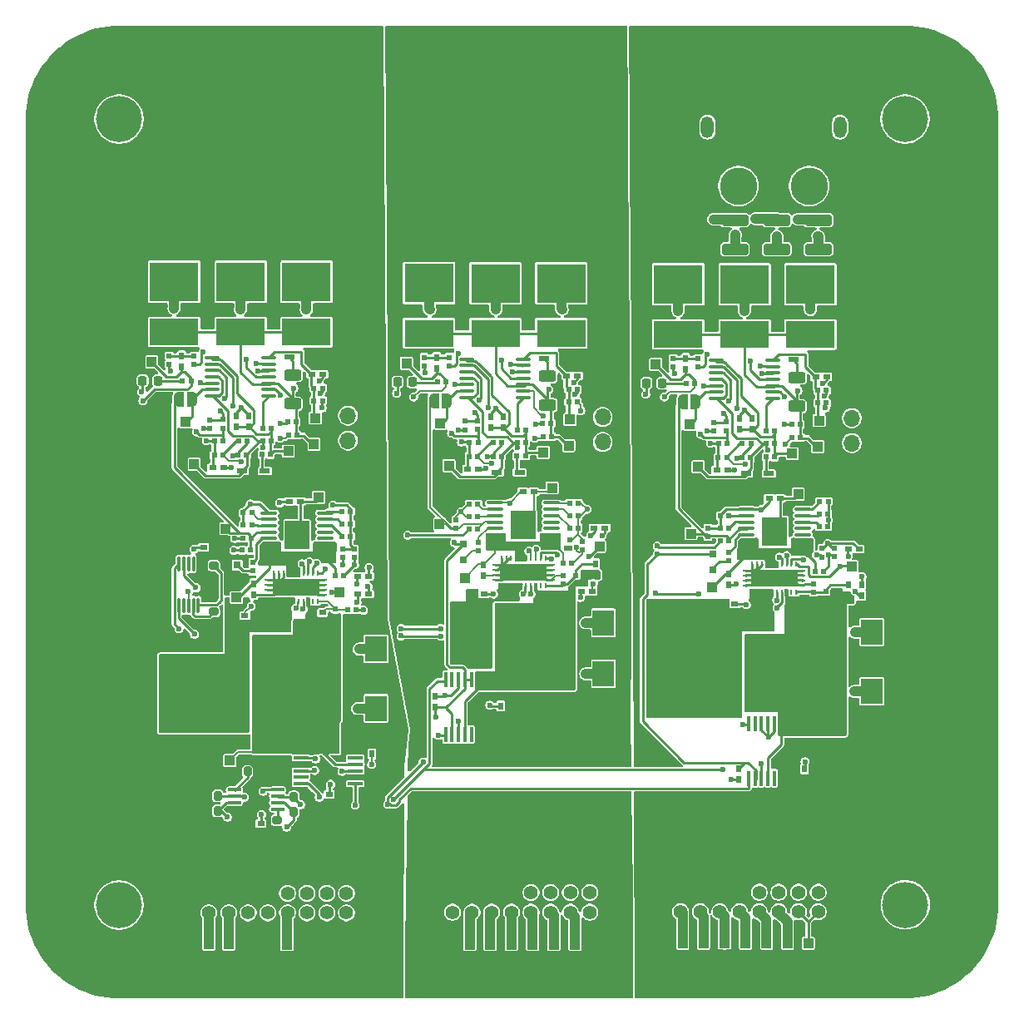
<source format=gbr>
%TF.GenerationSoftware,KiCad,Pcbnew,9.0.0*%
%TF.CreationDate,2025-06-18T16:43:11-07:00*%
%TF.ProjectId,EPS_Scales_RevE,4550535f-5363-4616-9c65-735f52657645,rev?*%
%TF.SameCoordinates,Original*%
%TF.FileFunction,Copper,L1,Top*%
%TF.FilePolarity,Positive*%
%FSLAX46Y46*%
G04 Gerber Fmt 4.6, Leading zero omitted, Abs format (unit mm)*
G04 Created by KiCad (PCBNEW 9.0.0) date 2025-06-18 16:43:11*
%MOMM*%
%LPD*%
G01*
G04 APERTURE LIST*
G04 Aperture macros list*
%AMRoundRect*
0 Rectangle with rounded corners*
0 $1 Rounding radius*
0 $2 $3 $4 $5 $6 $7 $8 $9 X,Y pos of 4 corners*
0 Add a 4 corners polygon primitive as box body*
4,1,4,$2,$3,$4,$5,$6,$7,$8,$9,$2,$3,0*
0 Add four circle primitives for the rounded corners*
1,1,$1+$1,$2,$3*
1,1,$1+$1,$4,$5*
1,1,$1+$1,$6,$7*
1,1,$1+$1,$8,$9*
0 Add four rect primitives between the rounded corners*
20,1,$1+$1,$2,$3,$4,$5,0*
20,1,$1+$1,$4,$5,$6,$7,0*
20,1,$1+$1,$6,$7,$8,$9,0*
20,1,$1+$1,$8,$9,$2,$3,0*%
%AMFreePoly0*
4,1,23,0.500000,-0.750000,0.000000,-0.750000,0.000000,-0.745722,-0.065263,-0.745722,-0.191342,-0.711940,-0.304381,-0.646677,-0.396677,-0.554381,-0.461940,-0.441342,-0.495722,-0.315263,-0.495722,-0.250000,-0.500000,-0.250000,-0.500000,0.250000,-0.495722,0.250000,-0.495722,0.315263,-0.461940,0.441342,-0.396677,0.554381,-0.304381,0.646677,-0.191342,0.711940,-0.065263,0.745722,0.000000,0.745722,
0.000000,0.750000,0.500000,0.750000,0.500000,-0.750000,0.500000,-0.750000,$1*%
%AMFreePoly1*
4,1,23,0.000000,0.745722,0.065263,0.745722,0.191342,0.711940,0.304381,0.646677,0.396677,0.554381,0.461940,0.441342,0.495722,0.315263,0.495722,0.250000,0.500000,0.250000,0.500000,-0.250000,0.495722,-0.250000,0.495722,-0.315263,0.461940,-0.441342,0.396677,-0.554381,0.304381,-0.646677,0.191342,-0.711940,0.065263,-0.745722,0.000000,-0.745722,0.000000,-0.750000,-0.500000,-0.750000,
-0.500000,0.750000,0.000000,0.750000,0.000000,0.745722,0.000000,0.745722,$1*%
G04 Aperture macros list end*
%TA.AperFunction,ComponentPad*%
%ADD10C,4.700000*%
%TD*%
%TA.AperFunction,SMDPad,CuDef*%
%ADD11R,1.000000X1.000000*%
%TD*%
%TA.AperFunction,SMDPad,CuDef*%
%ADD12R,0.570000X0.540000*%
%TD*%
%TA.AperFunction,SMDPad,CuDef*%
%ADD13R,0.540000X0.790000*%
%TD*%
%TA.AperFunction,SMDPad,CuDef*%
%ADD14R,0.540000X0.570000*%
%TD*%
%TA.AperFunction,SMDPad,CuDef*%
%ADD15R,0.790000X0.540000*%
%TD*%
%TA.AperFunction,SMDPad,CuDef*%
%ADD16RoundRect,0.218750X-0.218750X-0.256250X0.218750X-0.256250X0.218750X0.256250X-0.218750X0.256250X0*%
%TD*%
%TA.AperFunction,ComponentPad*%
%ADD17R,1.400000X1.400000*%
%TD*%
%TA.AperFunction,ComponentPad*%
%ADD18C,1.400000*%
%TD*%
%TA.AperFunction,SMDPad,CuDef*%
%ADD19RoundRect,0.100000X0.637500X0.100000X-0.637500X0.100000X-0.637500X-0.100000X0.637500X-0.100000X0*%
%TD*%
%TA.AperFunction,SMDPad,CuDef*%
%ADD20R,1.110000X0.520000*%
%TD*%
%TA.AperFunction,SMDPad,CuDef*%
%ADD21R,5.000000X2.800000*%
%TD*%
%TA.AperFunction,SMDPad,CuDef*%
%ADD22R,5.000000X4.000000*%
%TD*%
%TA.AperFunction,SMDPad,CuDef*%
%ADD23RoundRect,0.250000X-0.625000X0.312500X-0.625000X-0.312500X0.625000X-0.312500X0.625000X0.312500X0*%
%TD*%
%TA.AperFunction,SMDPad,CuDef*%
%ADD24R,2.500000X6.000000*%
%TD*%
%TA.AperFunction,SMDPad,CuDef*%
%ADD25R,0.800000X0.800000*%
%TD*%
%TA.AperFunction,SMDPad,CuDef*%
%ADD26RoundRect,0.200000X-0.200000X-0.275000X0.200000X-0.275000X0.200000X0.275000X-0.200000X0.275000X0*%
%TD*%
%TA.AperFunction,SMDPad,CuDef*%
%ADD27RoundRect,0.250000X-1.100000X0.325000X-1.100000X-0.325000X1.100000X-0.325000X1.100000X0.325000X0*%
%TD*%
%TA.AperFunction,SMDPad,CuDef*%
%ADD28O,1.750000X0.340000*%
%TD*%
%TA.AperFunction,SMDPad,CuDef*%
%ADD29R,2.500000X2.900000*%
%TD*%
%TA.AperFunction,SMDPad,CuDef*%
%ADD30FreePoly0,180.000000*%
%TD*%
%TA.AperFunction,SMDPad,CuDef*%
%ADD31FreePoly1,180.000000*%
%TD*%
%TA.AperFunction,ComponentPad*%
%ADD32R,1.700000X1.700000*%
%TD*%
%TA.AperFunction,ComponentPad*%
%ADD33O,1.700000X1.700000*%
%TD*%
%TA.AperFunction,SMDPad,CuDef*%
%ADD34RoundRect,0.200000X0.275000X-0.200000X0.275000X0.200000X-0.275000X0.200000X-0.275000X-0.200000X0*%
%TD*%
%TA.AperFunction,SMDPad,CuDef*%
%ADD35R,0.280000X0.580000*%
%TD*%
%TA.AperFunction,SMDPad,CuDef*%
%ADD36R,4.750000X1.700000*%
%TD*%
%TA.AperFunction,SMDPad,CuDef*%
%ADD37R,0.580000X0.280000*%
%TD*%
%TA.AperFunction,SMDPad,CuDef*%
%ADD38RoundRect,0.200000X0.200000X0.275000X-0.200000X0.275000X-0.200000X-0.275000X0.200000X-0.275000X0*%
%TD*%
%TA.AperFunction,SMDPad,CuDef*%
%ADD39R,3.800000X4.800000*%
%TD*%
%TA.AperFunction,SMDPad,CuDef*%
%ADD40R,0.360000X1.560000*%
%TD*%
%TA.AperFunction,SMDPad,CuDef*%
%ADD41R,2.190000X2.590000*%
%TD*%
%TA.AperFunction,SMDPad,CuDef*%
%ADD42RoundRect,0.200000X-0.275000X0.200000X-0.275000X-0.200000X0.275000X-0.200000X0.275000X0.200000X0*%
%TD*%
%TA.AperFunction,ComponentPad*%
%ADD43O,1.300000X2.200000*%
%TD*%
%TA.AperFunction,ComponentPad*%
%ADD44C,3.800000*%
%TD*%
%TA.AperFunction,SMDPad,CuDef*%
%ADD45R,2.900000X5.400000*%
%TD*%
%TA.AperFunction,SMDPad,CuDef*%
%ADD46R,1.560000X0.360000*%
%TD*%
%TA.AperFunction,SMDPad,CuDef*%
%ADD47O,1.450000X0.380000*%
%TD*%
%TA.AperFunction,SMDPad,CuDef*%
%ADD48O,0.280000X1.620000*%
%TD*%
%TA.AperFunction,ViaPad*%
%ADD49C,0.600000*%
%TD*%
%TA.AperFunction,ViaPad*%
%ADD50C,0.800000*%
%TD*%
%TA.AperFunction,Conductor*%
%ADD51C,0.250000*%
%TD*%
%TA.AperFunction,Conductor*%
%ADD52C,0.200000*%
%TD*%
%TA.AperFunction,Conductor*%
%ADD53C,1.000000*%
%TD*%
G04 APERTURE END LIST*
D10*
%TO.P,J5,1,1*%
%TO.N,GND*%
X240012800Y-37000000D03*
%TD*%
%TO.P,J4,1,1*%
%TO.N,GND*%
X240030000Y-116967000D03*
%TD*%
%TO.P,J3,1,1*%
%TO.N,GND*%
X160012800Y-37000000D03*
%TD*%
%TO.P,J2,1,1*%
%TO.N,GND*%
X160012800Y-117000000D03*
%TD*%
D11*
%TO.P,TP63,1,1*%
%TO.N,Net-(JP4-A)*%
X166768000Y-67819250D03*
%TD*%
%TO.P,TP62,1,1*%
%TO.N,Net-(D18-K)*%
X167657000Y-72137250D03*
%TD*%
%TO.P,TP61,1,1*%
%TO.N,Net-(U11C--)*%
X177245500Y-70803750D03*
%TD*%
%TO.P,TP60,1,1*%
%TO.N,Net-(U11B-+)*%
X179976000Y-67438250D03*
%TD*%
%TO.P,TP59,1,1*%
%TO.N,WDT_WDI_OBC*%
X163339000Y-61723250D03*
%TD*%
%TO.P,TP58,1,1*%
%TO.N,Net-(JP3-A)*%
X218059000Y-68072000D03*
%TD*%
%TO.P,TP57,1,1*%
%TO.N,Net-(D15-K)*%
X218948000Y-72390000D03*
%TD*%
%TO.P,TP56,1,1*%
%TO.N,Net-(U10C--)*%
X228536500Y-71056500D03*
%TD*%
%TO.P,TP55,1,1*%
%TO.N,Net-(U10B-+)*%
X231267000Y-67691000D03*
%TD*%
%TO.P,TP54,1,1*%
%TO.N,WDT_WDI_Jetson*%
X214630000Y-61976000D03*
%TD*%
%TO.P,TP47,1,1*%
%TO.N,/OBC_Subsystem/WD_OBC/WDT-VIN*%
X179849000Y-70105250D03*
%TD*%
%TO.P,TP46,1,1*%
%TO.N,WDT_WDI_Jetson*%
X230172600Y-120878200D03*
%TD*%
%TO.P,TP45,1,1*%
%TO.N,Net-(J6-Pad4)*%
X219504600Y-120878200D03*
%TD*%
%TO.P,TP44,1,1*%
%TO.N,Net-(J6-Pad2)*%
X217371000Y-120878200D03*
%TD*%
%TO.P,TP43,1,1*%
%TO.N,+5V_Perif*%
X199262000Y-99579000D03*
%TD*%
%TO.P,TP42,1,1*%
%TO.N,Net-(U13-BIAS)*%
X199898000Y-94107000D03*
%TD*%
%TO.P,TP41,1,1*%
%TO.N,SYNC_PHASE2*%
X208915000Y-80518000D03*
%TD*%
%TO.P,TP40,1,1*%
%TO.N,Net-(U12-VOUT)*%
X195199000Y-83693000D03*
%TD*%
%TO.P,TP39,1,1*%
%TO.N,+V_Batt*%
X204089000Y-74549000D03*
%TD*%
%TO.P,TP38,1,1*%
%TO.N,~{WD_EN_JETSON}*%
X218214000Y-79210800D03*
%TD*%
%TO.P,TP37,1,1*%
%TO.N,~{WD_EN_PERIF}*%
X192633600Y-78232000D03*
%TD*%
%TO.P,TP36,1,1*%
%TO.N,~{WD_EN_OBC}*%
X170876800Y-78702400D03*
%TD*%
%TO.P,TP35,1,1*%
%TO.N,SYNC_PHASE1*%
X182459200Y-85204800D03*
%TD*%
%TO.P,TP34,1,1*%
%TO.N,+3.3V_OBC*%
X187488400Y-100800400D03*
%TD*%
%TO.P,TP33,1,1*%
%TO.N,Net-(U3-BIAS)*%
X171283200Y-102273600D03*
%TD*%
%TO.P,TP31,1,1*%
%TO.N,+V_Batt*%
X180325600Y-75502000D03*
%TD*%
%TO.P,TP30,1,1*%
%TO.N,/Jetson_Subsystem/WD_Jetson/WDT-VIN*%
X231140000Y-70358000D03*
%TD*%
%TO.P,TP29,1,1*%
%TO.N,+20V_Jetson*%
X231574400Y-104001200D03*
%TD*%
%TO.P,TP28,1,1*%
%TO.N,Net-(U1-BIAS)*%
X230152000Y-98870400D03*
%TD*%
%TO.P,TP27,1,1*%
%TO.N,SYNC_PHASE3*%
X234622400Y-82563600D03*
%TD*%
%TO.P,TP26,1,1*%
%TO.N,Net-(U1-VIN)*%
X220347600Y-84697200D03*
%TD*%
%TO.P,TP25,1,1*%
%TO.N,+V_Batt*%
X229136000Y-75197600D03*
%TD*%
%TO.P,TP24,1,1*%
%TO.N,Net-(J10-Pad10)*%
X177093200Y-121031000D03*
%TD*%
%TO.P,TP23,1,1*%
%TO.N,Net-(J10-Pad4)*%
X171196000Y-120973200D03*
%TD*%
%TO.P,TP22,1,1*%
%TO.N,Net-(J10-Pad2)*%
X169164000Y-120973200D03*
%TD*%
%TO.P,TP21,1,1*%
%TO.N,Net-(CN1-Pad14)*%
X206417000Y-121031000D03*
%TD*%
%TO.P,TP20,1,1*%
%TO.N,Net-(CN1-Pad12)*%
X204258000Y-121031000D03*
%TD*%
%TO.P,TP19,1,1*%
%TO.N,Net-(CN1-Pad10)*%
X202099000Y-121031000D03*
%TD*%
%TO.P,TP18,1,1*%
%TO.N,Net-(CN1-Pad8)*%
X199940000Y-121031000D03*
%TD*%
%TO.P,TP17,1,1*%
%TO.N,Net-(CN1-Pad6)*%
X197781000Y-121031000D03*
%TD*%
%TO.P,TP16,1,1*%
%TO.N,Net-(CN1-Pad4)*%
X195707000Y-121031000D03*
%TD*%
%TO.P,TP15,1,1*%
%TO.N,Net-(JP2-A)*%
X192701000Y-67955500D03*
%TD*%
%TO.P,TP9,1,1*%
%TO.N,Net-(D8-K)*%
X193590000Y-72273500D03*
%TD*%
%TO.P,TP8,1,1*%
%TO.N,Net-(U6C--)*%
X203178500Y-70940000D03*
%TD*%
%TO.P,TP7,1,1*%
%TO.N,Net-(U6B-+)*%
X205909000Y-67574500D03*
%TD*%
%TO.P,TP6,1,1*%
%TO.N,WDT_WDI_Perif*%
X189272000Y-61859500D03*
%TD*%
%TO.P,TP5,1,1*%
%TO.N,/Perif_Subsystem/WD_Perif/WDT-VIN*%
X205782000Y-70241500D03*
%TD*%
%TO.P,TP4,1,1*%
%TO.N,Net-(J6-Pad12)*%
X228039000Y-120878200D03*
%TD*%
%TO.P,TP3,1,1*%
%TO.N,Net-(J6-Pad10)*%
X225905400Y-120878200D03*
%TD*%
%TO.P,TP2,1,1*%
%TO.N,Net-(J6-Pad8)*%
X223771800Y-120878200D03*
%TD*%
%TO.P,TP1,1,1*%
%TO.N,Net-(J6-Pad6)*%
X221640400Y-120853200D03*
%TD*%
D12*
%TO.P,R171,1*%
%TO.N,Net-(U11C-+)*%
X172129500Y-71186750D03*
%TO.P,R171,2*%
%TO.N,Net-(D18-K)*%
X172989500Y-71186750D03*
%TD*%
D11*
%TO.P,TP10,1,1*%
%TO.N,Net-(U17-VOUT)*%
X171958000Y-85699600D03*
%TD*%
D12*
%TO.P,R158,1*%
%TO.N,Net-(U11D--)*%
X169706500Y-71218750D03*
%TO.P,R158,2*%
%TO.N,Net-(R157-Pad1)*%
X170566500Y-71218750D03*
%TD*%
%TO.P,R155,1*%
%TO.N,Net-(U10C-+)*%
X223420500Y-71439500D03*
%TO.P,R155,2*%
%TO.N,Net-(D15-K)*%
X224280500Y-71439500D03*
%TD*%
D13*
%TO.P,C36,1*%
%TO.N,Net-(U12-VOUT)*%
X197104000Y-82339000D03*
%TO.P,C36,2*%
%TO.N,GND*%
X197104000Y-83439000D03*
%TD*%
D14*
%TO.P,R64,1*%
%TO.N,Net-(U3-EN{slash}UV)*%
X183983200Y-81648800D03*
%TO.P,R64,2*%
%TO.N,GND*%
X183983200Y-80788800D03*
%TD*%
D15*
%TO.P,C25,1*%
%TO.N,Net-(U3-TR{slash}SS)*%
X184296800Y-83528400D03*
%TO.P,C25,2*%
%TO.N,GND*%
X185396800Y-83528400D03*
%TD*%
D14*
%TO.P,R127,1*%
%TO.N,/Perif_Subsystem/WD_Perif/WDT-VP*%
X196480000Y-67721000D03*
%TO.P,R127,2*%
%TO.N,Net-(U6B--)*%
X196480000Y-68581000D03*
%TD*%
D16*
%TO.P,D14,1,K*%
%TO.N,GND*%
X213700500Y-63875750D03*
%TO.P,D14,2,A*%
%TO.N,Net-(D14-A)*%
X215275500Y-63875750D03*
%TD*%
D15*
%TO.P,C29,1*%
%TO.N,+3.3V_OBC*%
X169699600Y-80582000D03*
%TO.P,C29,2*%
%TO.N,GND*%
X168599600Y-80582000D03*
%TD*%
D17*
%TO.P,CN1,1,1*%
%TO.N,+5V_Perif*%
X193941000Y-115729000D03*
D18*
%TO.P,CN1,2,2*%
%TO.N,unconnected-(CN1-Pad2)*%
X193941000Y-117729000D03*
%TO.P,CN1,3,3*%
%TO.N,+5V_Perif*%
X195941000Y-115729000D03*
%TO.P,CN1,4,4*%
%TO.N,Net-(CN1-Pad4)*%
X195941000Y-117729000D03*
%TO.P,CN1,5,5*%
%TO.N,+5V_Perif*%
X197941000Y-115729000D03*
%TO.P,CN1,6,6*%
%TO.N,Net-(CN1-Pad6)*%
X197941000Y-117729000D03*
%TO.P,CN1,7,7*%
%TO.N,+5V_Perif*%
X199941000Y-115729000D03*
%TO.P,CN1,8,8*%
%TO.N,Net-(CN1-Pad8)*%
X199941000Y-117729000D03*
%TO.P,CN1,9,9*%
%TO.N,GND*%
X201941000Y-115729000D03*
%TO.P,CN1,10,10*%
%TO.N,Net-(CN1-Pad10)*%
X201941000Y-117729000D03*
%TO.P,CN1,11,11*%
%TO.N,GND*%
X203941000Y-115729000D03*
%TO.P,CN1,12,12*%
%TO.N,Net-(CN1-Pad12)*%
X203941000Y-117729000D03*
%TO.P,CN1,13,13*%
%TO.N,GND*%
X205941000Y-115729000D03*
%TO.P,CN1,14,14*%
%TO.N,Net-(CN1-Pad14)*%
X205941000Y-117729000D03*
%TO.P,CN1,15,15*%
%TO.N,GND*%
X207941000Y-115729000D03*
%TO.P,CN1,16,16*%
%TO.N,WDT_WDI_Perif*%
X207941000Y-117729000D03*
%TD*%
D15*
%TO.P,C27,1*%
%TO.N,Net-(U3-BST)*%
X172807200Y-87541600D03*
%TO.P,C27,2*%
%TO.N,Net-(U3-SW)*%
X171707200Y-87541600D03*
%TD*%
D19*
%TO.P,U11,1*%
%TO.N,Net-(R167-Pad2)*%
X175218500Y-65197250D03*
%TO.P,U11,2*%
%TO.N,Net-(R165-Pad2)*%
X175218500Y-64547250D03*
%TO.P,U11,3,V+*%
%TO.N,/OBC_Subsystem/WD_OBC/WDT-VIN*%
X175218500Y-63897250D03*
%TO.P,U11,4,-*%
%TO.N,Net-(U11A--)*%
X175218500Y-63247250D03*
%TO.P,U11,5,+*%
%TO.N,/OBC_Subsystem/WD_OBC/WDT-VP*%
X175218500Y-62597250D03*
%TO.P,U11,6,-*%
%TO.N,Net-(U11B--)*%
X175218500Y-61947250D03*
%TO.P,U11,7,+*%
%TO.N,Net-(U11B-+)*%
X175218500Y-61297250D03*
%TO.P,U11,8,-*%
%TO.N,Net-(U11C--)*%
X169493500Y-61297250D03*
%TO.P,U11,9,+*%
%TO.N,Net-(U11C-+)*%
X169493500Y-61947250D03*
%TO.P,U11,10,-*%
%TO.N,Net-(U11D--)*%
X169493500Y-62597250D03*
%TO.P,U11,11,+*%
%TO.N,Net-(D18-K)*%
X169493500Y-63247250D03*
%TO.P,U11,12,V-*%
%TO.N,GND*%
X169493500Y-63897250D03*
%TO.P,U11,13*%
%TO.N,Net-(JP4-A)*%
X169493500Y-64547250D03*
%TO.P,U11,14*%
%TO.N,Net-(D18-K)*%
X169493500Y-65197250D03*
%TD*%
D12*
%TO.P,R166,1*%
%TO.N,/OBC_Subsystem/WD_OBC/WDT-VIN*%
X180709000Y-64379250D03*
%TO.P,R166,2*%
%TO.N,Net-(U11B-+)*%
X179849000Y-64379250D03*
%TD*%
%TO.P,R165,1*%
%TO.N,Net-(U11B-+)*%
X179849000Y-65649250D03*
%TO.P,R165,2*%
%TO.N,Net-(R165-Pad2)*%
X180709000Y-65649250D03*
%TD*%
D16*
%TO.P,D13,1,K*%
%TO.N,GND*%
X188342500Y-63759250D03*
%TO.P,D13,2,A*%
%TO.N,Net-(D13-A)*%
X189917500Y-63759250D03*
%TD*%
D14*
%TO.P,R93,1*%
%TO.N,Net-(U1-RT)*%
X231523600Y-81571200D03*
%TO.P,R93,2*%
%TO.N,GND*%
X231523600Y-80711200D03*
%TD*%
D12*
%TO.P,R60,1*%
%TO.N,Net-(U17-SEL2)*%
X182716800Y-78194400D03*
%TO.P,R60,2*%
%TO.N,GND*%
X183576800Y-78194400D03*
%TD*%
%TO.P,R28,1*%
%TO.N,GND*%
X221214800Y-77382000D03*
%TO.P,R28,2*%
%TO.N,Net-(U15-SNS)*%
X222074800Y-77382000D03*
%TD*%
D20*
%TO.P,D7,1,K*%
%TO.N,Net-(D7-K)*%
X228649000Y-61457000D03*
%TO.P,D7,2,A*%
%TO.N,+20V_Jetson*%
X230979000Y-61457000D03*
%TD*%
%TO.P,D10,1,K*%
%TO.N,Net-(D10-K)*%
X177358000Y-61204250D03*
%TO.P,D10,2,A*%
%TO.N,+3.3V_OBC*%
X179688000Y-61204250D03*
%TD*%
D21*
%TO.P,C43,1,1*%
%TO.N,/Perif_Subsystem/WD_Perif/WDT-VIN*%
X198331000Y-58811500D03*
D22*
%TO.P,C43,2,2*%
%TO.N,GND*%
X198331000Y-53711500D03*
%TD*%
D12*
%TO.P,R134,1*%
%TO.N,Net-(U6C--)*%
X201400500Y-68654000D03*
%TO.P,R134,2*%
%TO.N,Net-(R134-Pad2)*%
X200540500Y-68654000D03*
%TD*%
D23*
%TO.P,R86,1*%
%TO.N,Net-(D7-K)*%
X228981000Y-63296500D03*
%TO.P,R86,2*%
%TO.N,/Jetson_Subsystem/WD_Jetson/WDT-VIN*%
X228981000Y-66221500D03*
%TD*%
D12*
%TO.P,R151,1*%
%TO.N,Net-(U10C--)*%
X226758500Y-68770500D03*
%TO.P,R151,2*%
%TO.N,Net-(R151-Pad2)*%
X225898500Y-68770500D03*
%TD*%
%TO.P,R143,1*%
%TO.N,Net-(U10B--)*%
X221903500Y-70040500D03*
%TO.P,R143,2*%
%TO.N,Net-(U10D--)*%
X221043500Y-70040500D03*
%TD*%
%TO.P,R73,1*%
%TO.N,~{WD_EN_PERIF}*%
X196469000Y-78740000D03*
%TO.P,R73,2*%
%TO.N,OBC_EN_PERIF*%
X195609000Y-78740000D03*
%TD*%
D24*
%TO.P,L3,1,1*%
%TO.N,Net-(U13-SW)*%
X195255000Y-89535000D03*
%TO.P,L3,2,2*%
%TO.N,Net-(U13-BIAS)*%
X199715000Y-89535000D03*
%TD*%
D20*
%TO.P,D6,1,K*%
%TO.N,Net-(D6-K)*%
X203291000Y-61340500D03*
%TO.P,D6,2,A*%
%TO.N,+5V_Perif*%
X205621000Y-61340500D03*
%TD*%
D14*
%TO.P,R160,1*%
%TO.N,/OBC_Subsystem/WD_OBC/WDT-VP*%
X170547000Y-67584750D03*
%TO.P,R160,2*%
%TO.N,Net-(U11B--)*%
X170547000Y-68444750D03*
%TD*%
D21*
%TO.P,C51,1,1*%
%TO.N,/Jetson_Subsystem/WD_Jetson/WDT-VIN*%
X230378000Y-58928000D03*
D22*
%TO.P,C51,2,2*%
%TO.N,GND*%
X230378000Y-53828000D03*
%TD*%
D25*
%TO.P,D17,1,K*%
%TO.N,Net-(D17-K)*%
X172045200Y-82385600D03*
%TO.P,D17,2,A*%
%TO.N,+3.3V_OBC*%
X172045200Y-83985600D03*
%TD*%
D14*
%TO.P,R129,1*%
%TO.N,GND*%
X191050000Y-62113500D03*
%TO.P,R129,2*%
%TO.N,Net-(C68-Pad2)*%
X191050000Y-61253500D03*
%TD*%
D12*
%TO.P,R78,1*%
%TO.N,GND*%
X206756000Y-76073000D03*
%TO.P,R78,2*%
%TO.N,Net-(U12-DIA_EN)*%
X205896000Y-76073000D03*
%TD*%
D13*
%TO.P,C81,1*%
%TO.N,GND*%
X173181500Y-67205750D03*
%TO.P,C81,2*%
%TO.N,Net-(U11C--)*%
X173181500Y-68305750D03*
%TD*%
D16*
%TO.P,D16,1,K*%
%TO.N,GND*%
X162409500Y-63623000D03*
%TO.P,D16,2,A*%
%TO.N,Net-(D16-A)*%
X163984500Y-63623000D03*
%TD*%
D12*
%TO.P,R149,1*%
%TO.N,Net-(U10B-+)*%
X231140000Y-65902000D03*
%TO.P,R149,2*%
%TO.N,Net-(R149-Pad2)*%
X232000000Y-65902000D03*
%TD*%
D26*
%TO.P,R47,1*%
%TO.N,+3.3V_OBC*%
X168408600Y-107413200D03*
%TO.P,R47,2*%
%TO.N,OBC SDA*%
X170058600Y-107413200D03*
%TD*%
D21*
%TO.P,C63,1,1*%
%TO.N,/OBC_Subsystem/WD_OBC/WDT-VIN*%
X165625000Y-58660250D03*
D22*
%TO.P,C63,2,2*%
%TO.N,GND*%
X165625000Y-53560250D03*
%TD*%
D12*
%TO.P,R124,1*%
%TO.N,Net-(R124-Pad1)*%
X203164000Y-69331500D03*
%TO.P,R124,2*%
%TO.N,/Perif_Subsystem/WD_Perif/WDT-VIN*%
X204024000Y-69331500D03*
%TD*%
%TO.P,R125,1*%
%TO.N,Net-(U6D--)*%
X195639500Y-71355000D03*
%TO.P,R125,2*%
%TO.N,Net-(R124-Pad1)*%
X196499500Y-71355000D03*
%TD*%
%TO.P,R88,1*%
%TO.N,Net-(U15-DIA_EN)*%
X231324000Y-75908800D03*
%TO.P,R88,2*%
%TO.N,GND*%
X232184000Y-75908800D03*
%TD*%
D15*
%TO.P,C38,1*%
%TO.N,Net-(U13-TR{slash}SS)*%
X208365000Y-78613000D03*
%TO.P,C38,2*%
%TO.N,GND*%
X209465000Y-78613000D03*
%TD*%
D27*
%TO.P,C2,1*%
%TO.N,+V_Batt*%
X226949000Y-47293000D03*
%TO.P,C2,2*%
%TO.N,GND*%
X226949000Y-50243000D03*
%TD*%
D14*
%TO.P,R56,1*%
%TO.N,Net-(U1-FB)*%
X230710800Y-85178000D03*
%TO.P,R56,2*%
%TO.N,GND*%
X230710800Y-84318000D03*
%TD*%
%TO.P,R62,1*%
%TO.N,Net-(U3-RT)*%
X182764000Y-81645200D03*
%TO.P,R62,2*%
%TO.N,GND*%
X182764000Y-80785200D03*
%TD*%
D28*
%TO.P,U17,1,GND*%
%TO.N,GND*%
X175271200Y-77082800D03*
%TO.P,U17,2,SNS*%
%TO.N,Net-(U17-SNS)*%
X175271200Y-77732800D03*
%TO.P,U17,3,LATCH*%
%TO.N,Net-(U17-LATCH)*%
X175271200Y-78382800D03*
%TO.P,U17,4,EN*%
%TO.N,~{WD_EN_OBC}*%
X175271200Y-79042800D03*
%TO.P,U17,5,~{ST}*%
%TO.N,Net-(U17-~{ST})*%
X175271200Y-79692800D03*
%TO.P,U17,6,VOUT*%
%TO.N,Net-(U17-VOUT)*%
X175271200Y-80342800D03*
X175271200Y-80992800D03*
X175271200Y-81642800D03*
X181011200Y-80342800D03*
X181011200Y-80992800D03*
X181011200Y-81642800D03*
%TO.P,U17,12,NC*%
%TO.N,unconnected-(U17-NC-Pad12)*%
X181011200Y-79692800D03*
%TO.P,U17,13,NC*%
%TO.N,unconnected-(U17-NC-Pad13)*%
X181011200Y-79042800D03*
%TO.P,U17,14,SEL1*%
%TO.N,Net-(U17-SEL1)*%
X181011200Y-78382800D03*
%TO.P,U17,15,SEL2*%
%TO.N,Net-(U17-SEL2)*%
X181011200Y-77732800D03*
%TO.P,U17,16,DIA_EN*%
%TO.N,Net-(U17-DIA_EN)*%
X181011200Y-77082800D03*
D29*
%TO.P,U17,17,VBB*%
%TO.N,+V_Batt*%
X178141200Y-79362800D03*
%TD*%
D21*
%TO.P,C50,1,1*%
%TO.N,/Jetson_Subsystem/WD_Jetson/WDT-VIN*%
X216916000Y-58913000D03*
D22*
%TO.P,C50,2,2*%
%TO.N,GND*%
X216916000Y-53813000D03*
%TD*%
D12*
%TO.P,R132,1*%
%TO.N,Net-(U6B-+)*%
X205782000Y-65785500D03*
%TO.P,R132,2*%
%TO.N,Net-(R132-Pad2)*%
X206642000Y-65785500D03*
%TD*%
%TO.P,R131,1*%
%TO.N,Net-(D13-A)*%
X192398000Y-63764500D03*
%TO.P,R131,2*%
%TO.N,WDT_WDI_Perif*%
X193258000Y-63764500D03*
%TD*%
D30*
%TO.P,JP2,1,A*%
%TO.N,Net-(JP2-A)*%
X193351000Y-65669500D03*
D31*
%TO.P,JP2,2,B*%
%TO.N,~{WD_EN_PERIF}*%
X192051000Y-65669500D03*
%TD*%
D14*
%TO.P,R104,1*%
%TO.N,Net-(U13-FB)*%
X205232000Y-84299000D03*
%TO.P,R104,2*%
%TO.N,GND*%
X205232000Y-83439000D03*
%TD*%
D13*
%TO.P,C73,1*%
%TO.N,WDT_WDI_Jetson*%
X217678000Y-62470000D03*
%TO.P,C73,2*%
%TO.N,Net-(C73-Pad2)*%
X217678000Y-61370000D03*
%TD*%
%TO.P,C78,1*%
%TO.N,Net-(U1-INTVCC)*%
X235587600Y-85492400D03*
%TO.P,C78,2*%
%TO.N,GND*%
X235587600Y-84392400D03*
%TD*%
D15*
%TO.P,C74,1*%
%TO.N,GND*%
X232035000Y-63235000D03*
%TO.P,C74,2*%
%TO.N,Net-(U10B-+)*%
X230935000Y-63235000D03*
%TD*%
D12*
%TO.P,R61,1*%
%TO.N,Net-(U17-SEL1)*%
X182713200Y-79464400D03*
%TO.P,R61,2*%
%TO.N,GND*%
X183573200Y-79464400D03*
%TD*%
D23*
%TO.P,R85,1*%
%TO.N,Net-(D6-K)*%
X203623000Y-63180000D03*
%TO.P,R85,2*%
%TO.N,/Perif_Subsystem/WD_Perif/WDT-VIN*%
X203623000Y-66105000D03*
%TD*%
D28*
%TO.P,U12,1,GND*%
%TO.N,GND*%
X198298000Y-76062500D03*
%TO.P,U12,2,SNS*%
%TO.N,Net-(U12-SNS)*%
X198298000Y-76712500D03*
%TO.P,U12,3,LATCH*%
%TO.N,Net-(U12-LATCH)*%
X198298000Y-77362500D03*
%TO.P,U12,4,EN*%
%TO.N,~{WD_EN_PERIF}*%
X198298000Y-78022500D03*
%TO.P,U12,5,~{ST}*%
%TO.N,Net-(U12-~{ST})*%
X198298000Y-78672500D03*
%TO.P,U12,6,VOUT*%
%TO.N,Net-(U12-VOUT)*%
X198298000Y-79322500D03*
X198298000Y-79972500D03*
X198298000Y-80622500D03*
X204038000Y-79322500D03*
X204038000Y-79972500D03*
X204038000Y-80622500D03*
%TO.P,U12,12,NC*%
%TO.N,unconnected-(U12-NC-Pad12)*%
X204038000Y-78672500D03*
%TO.P,U12,13,NC*%
%TO.N,unconnected-(U12-NC-Pad13)*%
X204038000Y-78022500D03*
%TO.P,U12,14,SEL1*%
%TO.N,Net-(U12-SEL1)*%
X204038000Y-77362500D03*
%TO.P,U12,15,SEL2*%
%TO.N,Net-(U12-SEL2)*%
X204038000Y-76712500D03*
%TO.P,U12,16,DIA_EN*%
%TO.N,Net-(U12-DIA_EN)*%
X204038000Y-76062500D03*
D29*
%TO.P,U12,17,VBB*%
%TO.N,+V_Batt*%
X201168000Y-78342500D03*
%TD*%
D12*
%TO.P,R168,1*%
%TO.N,Net-(R157-Pad1)*%
X172165500Y-69787750D03*
%TO.P,R168,2*%
%TO.N,Net-(U11C-+)*%
X173025500Y-69787750D03*
%TD*%
D15*
%TO.P,C28,1*%
%TO.N,Net-(U3-INTVCC)*%
X184296800Y-85357200D03*
%TO.P,C28,2*%
%TO.N,GND*%
X185396800Y-85357200D03*
%TD*%
D32*
%TO.P,J8,1,Pin_1*%
%TO.N,+20V_Jetson*%
X234594000Y-62367000D03*
D33*
%TO.P,J8,2,Pin_2*%
X234594000Y-64907000D03*
%TO.P,J8,3,Pin_3*%
%TO.N,GND*%
X234594000Y-67447000D03*
%TO.P,J8,4,Pin_4*%
X234594000Y-69987000D03*
%TD*%
D14*
%TO.P,R77,1*%
%TO.N,Net-(D9-K)*%
X196596000Y-80948000D03*
%TO.P,R77,2*%
%TO.N,Net-(U12-~{ST})*%
X196596000Y-80088000D03*
%TD*%
D34*
%TO.P,R35,1*%
%TO.N,+3.3V_OBC*%
X169657600Y-84099400D03*
%TO.P,R35,2*%
%TO.N,Net-(U7-SET)*%
X169657600Y-82449400D03*
%TD*%
D13*
%TO.P,C75,1*%
%TO.N,GND*%
X223202500Y-67458500D03*
%TO.P,C75,2*%
%TO.N,Net-(U10C--)*%
X223202500Y-68558500D03*
%TD*%
D12*
%TO.P,R81,1*%
%TO.N,Net-(U12-VOUT)*%
X205232000Y-82169000D03*
%TO.P,R81,2*%
%TO.N,Net-(U13-EN{slash}UV)*%
X206092000Y-82169000D03*
%TD*%
D14*
%TO.P,R80,1*%
%TO.N,Net-(U13-EN{slash}UV)*%
X207137000Y-80821000D03*
%TO.P,R80,2*%
%TO.N,GND*%
X207137000Y-79961000D03*
%TD*%
D35*
%TO.P,U13,1,SYNC*%
%TO.N,SYNC_PHASE2*%
X203419000Y-81687000D03*
%TO.P,U13,2,TR/SS*%
%TO.N,Net-(U13-TR{slash}SS)*%
X202919000Y-81687000D03*
%TO.P,U13,3,RT*%
%TO.N,Net-(U13-RT)*%
X202419000Y-81687000D03*
%TO.P,U13,4,EN/UV*%
%TO.N,Net-(U13-EN{slash}UV)*%
X201919000Y-81687000D03*
%TO.P,U13,5,VIN*%
%TO.N,Net-(U12-VOUT)*%
X201419000Y-81687000D03*
X200919000Y-81687000D03*
X200419000Y-81687000D03*
%TO.P,U13,8,PGND*%
%TO.N,GND*%
X199919000Y-81687000D03*
X199419000Y-81687000D03*
X198919000Y-81687000D03*
D36*
%TO.P,U13,11,GND*%
X201169000Y-83107000D03*
D37*
X198249000Y-83857000D03*
X198249000Y-83357000D03*
X198249000Y-82857000D03*
X198249000Y-82357000D03*
D35*
%TO.P,U13,15,SW*%
%TO.N,Net-(U13-SW)*%
X200919000Y-84527000D03*
X200419000Y-84527000D03*
X199919000Y-84527000D03*
X199419000Y-84527000D03*
X198919000Y-84527000D03*
%TO.P,U13,20,BST*%
%TO.N,Net-(U13-BST)*%
X201419000Y-84527000D03*
%TO.P,U13,21,INTVCC*%
%TO.N,Net-(U13-INTVCC)*%
X201919000Y-84527000D03*
%TO.P,U13,22,BIAS*%
%TO.N,Net-(U13-BIAS)*%
X202419000Y-84527000D03*
%TO.P,U13,23,PG*%
%TO.N,unconnected-(U13-PG-Pad23)*%
X202919000Y-84527000D03*
%TO.P,U13,24,FB*%
%TO.N,Net-(U13-FB)*%
X203419000Y-84527000D03*
D37*
%TO.P,U13,25,NC*%
%TO.N,GND*%
X204089000Y-83857000D03*
X204089000Y-83357000D03*
X204089000Y-82857000D03*
X204089000Y-82357000D03*
%TD*%
D12*
%TO.P,R57,1*%
%TO.N,GND*%
X172654800Y-77076800D03*
%TO.P,R57,2*%
%TO.N,Net-(U17-SNS)*%
X173514800Y-77076800D03*
%TD*%
%TO.P,R72,1*%
%TO.N,GND*%
X195662770Y-77470000D03*
%TO.P,R72,2*%
%TO.N,Net-(U12-LATCH)*%
X196522770Y-77470000D03*
%TD*%
D15*
%TO.P,C47,1*%
%TO.N,Net-(U1-TR{slash}SS)*%
X234224800Y-80785600D03*
%TO.P,C47,2*%
%TO.N,GND*%
X235324800Y-80785600D03*
%TD*%
D38*
%TO.P,R46,1*%
%TO.N,+3.3V_OBC*%
X179456600Y-107514800D03*
%TO.P,R46,2*%
%TO.N,OBC SCL*%
X177806600Y-107514800D03*
%TD*%
D19*
%TO.P,U6,1*%
%TO.N,Net-(R134-Pad2)*%
X201151500Y-65333500D03*
%TO.P,U6,2*%
%TO.N,Net-(R132-Pad2)*%
X201151500Y-64683500D03*
%TO.P,U6,3,V+*%
%TO.N,/Perif_Subsystem/WD_Perif/WDT-VIN*%
X201151500Y-64033500D03*
%TO.P,U6,4,-*%
%TO.N,Net-(U6A--)*%
X201151500Y-63383500D03*
%TO.P,U6,5,+*%
%TO.N,/Perif_Subsystem/WD_Perif/WDT-VP*%
X201151500Y-62733500D03*
%TO.P,U6,6,-*%
%TO.N,Net-(U6B--)*%
X201151500Y-62083500D03*
%TO.P,U6,7,+*%
%TO.N,Net-(U6B-+)*%
X201151500Y-61433500D03*
%TO.P,U6,8,-*%
%TO.N,Net-(U6C--)*%
X195426500Y-61433500D03*
%TO.P,U6,9,+*%
%TO.N,Net-(U6C-+)*%
X195426500Y-62083500D03*
%TO.P,U6,10,-*%
%TO.N,Net-(U6D--)*%
X195426500Y-62733500D03*
%TO.P,U6,11,+*%
%TO.N,Net-(D8-K)*%
X195426500Y-63383500D03*
%TO.P,U6,12,V-*%
%TO.N,GND*%
X195426500Y-64033500D03*
%TO.P,U6,13*%
%TO.N,Net-(JP2-A)*%
X195426500Y-64683500D03*
%TO.P,U6,14*%
%TO.N,Net-(D8-K)*%
X195426500Y-65333500D03*
%TD*%
D14*
%TO.P,R29,1*%
%TO.N,Net-(D4-K)*%
X222074800Y-81977600D03*
%TO.P,R29,2*%
%TO.N,Net-(U15-~{ST})*%
X222074800Y-81117600D03*
%TD*%
D12*
%TO.P,R135,1*%
%TO.N,Net-(R124-Pad1)*%
X198098500Y-69924000D03*
%TO.P,R135,2*%
%TO.N,Net-(U6C-+)*%
X198958500Y-69924000D03*
%TD*%
D32*
%TO.P,J9,1,Pin_1*%
%TO.N,+3.3V_OBC*%
X183303000Y-62114250D03*
D33*
%TO.P,J9,2,Pin_2*%
X183303000Y-64654250D03*
%TO.P,J9,3,Pin_3*%
%TO.N,GND*%
X183303000Y-67194250D03*
%TO.P,J9,4,Pin_4*%
X183303000Y-69734250D03*
%TD*%
D39*
%TO.P,L1,1,1*%
%TO.N,Net-(U1-SW)*%
X216238800Y-92215600D03*
%TO.P,L1,2,2*%
%TO.N,Net-(U1-BIAS)*%
X226138800Y-92215600D03*
%TD*%
D12*
%TO.P,R41,1*%
%TO.N,GND*%
X172654800Y-78346800D03*
%TO.P,R41,2*%
%TO.N,Net-(U17-LATCH)*%
X173514800Y-78346800D03*
%TD*%
D40*
%TO.P,U16,1,IN+*%
%TO.N,Net-(U13-BIAS)*%
X197809000Y-94074000D03*
X197159000Y-94074000D03*
X196509000Y-94074000D03*
%TO.P,U16,4,A1*%
%TO.N,+3.3V_OBC*%
X195859000Y-94074000D03*
%TO.P,U16,5,A0*%
X195199000Y-94074000D03*
%TO.P,U16,6,GND*%
%TO.N,GND*%
X194549000Y-99634000D03*
X194549000Y-94074000D03*
%TO.P,U16,7,ALERT*%
%TO.N,unconnected-(U16-ALERT-Pad7)*%
X193899000Y-94074000D03*
%TO.P,U16,8,SDA*%
%TO.N,SDA*%
X193249000Y-94074000D03*
%TO.P,U16,9,SCL*%
%TO.N,SCL*%
X193249000Y-99634000D03*
%TO.P,U16,10,VS*%
%TO.N,+3.3V_OBC*%
X193899000Y-99634000D03*
%TO.P,U16,12,VBUS*%
%TO.N,Net-(U13-BIAS)*%
X195199000Y-99634000D03*
%TO.P,U16,13,NC*%
%TO.N,unconnected-(U16-NC-Pad13)*%
X195859000Y-99634000D03*
%TO.P,U16,14,IN-*%
%TO.N,+5V_Perif*%
X197809000Y-99634000D03*
X197159000Y-99634000D03*
X196509000Y-99634000D03*
%TD*%
D14*
%TO.P,R130,1*%
%TO.N,Net-(U6A--)*%
X193590000Y-62113500D03*
%TO.P,R130,2*%
%TO.N,Net-(C68-Pad2)*%
X193590000Y-61253500D03*
%TD*%
%TO.P,R83,1*%
%TO.N,~{WD_EN_JETSON}*%
X219941200Y-79488400D03*
%TO.P,R83,2*%
%TO.N,GND*%
X219941200Y-78628400D03*
%TD*%
D12*
%TO.P,R126,1*%
%TO.N,Net-(U6B--)*%
X196545500Y-69924000D03*
%TO.P,R126,2*%
%TO.N,Net-(U6D--)*%
X195685500Y-69924000D03*
%TD*%
D41*
%TO.P,C62,1*%
%TO.N,Net-(U1-BIAS)*%
X229737600Y-95263600D03*
%TO.P,C62,2*%
%TO.N,GND*%
X236617600Y-95263600D03*
%TD*%
D35*
%TO.P,U3,1,SYNC*%
%TO.N,SYNC_PHASE1*%
X180258800Y-83223600D03*
%TO.P,U3,2,TR/SS*%
%TO.N,Net-(U3-TR{slash}SS)*%
X179758800Y-83223600D03*
%TO.P,U3,3,RT*%
%TO.N,Net-(U3-RT)*%
X179258800Y-83223600D03*
%TO.P,U3,4,EN/UV*%
%TO.N,Net-(U3-EN{slash}UV)*%
X178758800Y-83223600D03*
%TO.P,U3,5,VIN*%
%TO.N,Net-(U17-VOUT)*%
X178258800Y-83223600D03*
X177758800Y-83223600D03*
X177258800Y-83223600D03*
%TO.P,U3,8,PGND*%
%TO.N,GND*%
X176758800Y-83223600D03*
X176258800Y-83223600D03*
X175758800Y-83223600D03*
D36*
%TO.P,U3,11,GND*%
X178008800Y-84643600D03*
D37*
X175088800Y-85393600D03*
X175088800Y-84893600D03*
X175088800Y-84393600D03*
X175088800Y-83893600D03*
D35*
%TO.P,U3,15,SW*%
%TO.N,Net-(U3-SW)*%
X177758800Y-86063600D03*
X177258800Y-86063600D03*
X176758800Y-86063600D03*
X176258800Y-86063600D03*
X175758800Y-86063600D03*
%TO.P,U3,20,BST*%
%TO.N,Net-(U3-BST)*%
X178258800Y-86063600D03*
%TO.P,U3,21,INTVCC*%
%TO.N,Net-(U3-INTVCC)*%
X178758800Y-86063600D03*
%TO.P,U3,22,BIAS*%
%TO.N,Net-(U3-BIAS)*%
X179258800Y-86063600D03*
%TO.P,U3,23,PG*%
%TO.N,unconnected-(U3-PG-Pad23)*%
X179758800Y-86063600D03*
%TO.P,U3,24,FB*%
%TO.N,Net-(U3-FB)*%
X180258800Y-86063600D03*
D37*
%TO.P,U3,25,NC*%
%TO.N,GND*%
X180928800Y-85393600D03*
X180928800Y-84893600D03*
X180928800Y-84393600D03*
X180928800Y-83893600D03*
%TD*%
D15*
%TO.P,C41,1*%
%TO.N,Net-(U13-INTVCC)*%
X207069600Y-85090000D03*
%TO.P,C41,2*%
%TO.N,GND*%
X208169600Y-85090000D03*
%TD*%
D30*
%TO.P,JP3,1,A*%
%TO.N,Net-(JP3-A)*%
X218709000Y-65786000D03*
D31*
%TO.P,JP3,2,B*%
%TO.N,~{WD_EN_JETSON}*%
X217409000Y-65786000D03*
%TD*%
D13*
%TO.P,C76,1*%
%TO.N,GND*%
X224472500Y-67458500D03*
%TO.P,C76,2*%
%TO.N,Net-(U10C--)*%
X224472500Y-68558500D03*
%TD*%
D12*
%TO.P,R169,1*%
%TO.N,Net-(U11C--)*%
X175429500Y-71150750D03*
%TO.P,R169,2*%
%TO.N,Net-(D18-A)*%
X174569500Y-71150750D03*
%TD*%
%TO.P,R107,1*%
%TO.N,~{WD_EN_OBC}*%
X173442000Y-79667600D03*
%TO.P,R107,2*%
%TO.N,+V_Batt*%
X172582000Y-79667600D03*
%TD*%
D14*
%TO.P,R128,1*%
%TO.N,GND*%
X195189000Y-68625000D03*
%TO.P,R128,2*%
%TO.N,/Perif_Subsystem/WD_Perif/WDT-VP*%
X195189000Y-67765000D03*
%TD*%
D12*
%TO.P,R153,1*%
%TO.N,Net-(U10C--)*%
X226720500Y-71403500D03*
%TO.P,R153,2*%
%TO.N,Net-(D15-A)*%
X225860500Y-71403500D03*
%TD*%
D13*
%TO.P,C54,1*%
%TO.N,+3.3V_OBC*%
X223040000Y-103137600D03*
%TO.P,C54,2*%
%TO.N,GND*%
X223040000Y-104237600D03*
%TD*%
D17*
%TO.P,J6,1,1*%
%TO.N,+20V_Jetson*%
X217167800Y-115696600D03*
D18*
%TO.P,J6,2,2*%
%TO.N,Net-(J6-Pad2)*%
X217167800Y-117696600D03*
%TO.P,J6,3,3*%
%TO.N,+20V_Jetson*%
X219167800Y-115696600D03*
%TO.P,J6,4,4*%
%TO.N,Net-(J6-Pad4)*%
X219167800Y-117696600D03*
%TO.P,J6,5,5*%
%TO.N,+20V_Jetson*%
X221167800Y-115696600D03*
%TO.P,J6,6,6*%
%TO.N,Net-(J6-Pad6)*%
X221167800Y-117696600D03*
%TO.P,J6,7,7*%
%TO.N,+20V_Jetson*%
X223167800Y-115696600D03*
%TO.P,J6,8,8*%
%TO.N,Net-(J6-Pad8)*%
X223167800Y-117696600D03*
%TO.P,J6,9,9*%
%TO.N,GND*%
X225167800Y-115696600D03*
%TO.P,J6,10,10*%
%TO.N,Net-(J6-Pad10)*%
X225167800Y-117696600D03*
%TO.P,J6,11,11*%
%TO.N,GND*%
X227167800Y-115696600D03*
%TO.P,J6,12,12*%
%TO.N,Net-(J6-Pad12)*%
X227167800Y-117696600D03*
%TO.P,J6,13,13*%
%TO.N,GND*%
X229167800Y-115696600D03*
%TO.P,J6,14,14*%
%TO.N,WDT_WDI_Jetson*%
X229167800Y-117696600D03*
%TO.P,J6,15,15*%
%TO.N,GND*%
X231167800Y-115696600D03*
%TO.P,J6,16,16*%
%TO.N,WDT_WDI_Jetson*%
X231167800Y-117696600D03*
%TD*%
D42*
%TO.P,R34,1*%
%TO.N,+3.3V_OBC*%
X169657600Y-85497400D03*
%TO.P,R34,2*%
%TO.N,Net-(U7-MOD)*%
X169657600Y-87147400D03*
%TD*%
D14*
%TO.P,R92,1*%
%TO.N,Net-(U1-EN{slash}UV)*%
X232793600Y-81547600D03*
%TO.P,R92,2*%
%TO.N,GND*%
X232793600Y-80687600D03*
%TD*%
D23*
%TO.P,R94,1*%
%TO.N,Net-(D10-K)*%
X177690000Y-63043750D03*
%TO.P,R94,2*%
%TO.N,/OBC_Subsystem/WD_OBC/WDT-VIN*%
X177690000Y-65968750D03*
%TD*%
D14*
%TO.P,R161,1*%
%TO.N,GND*%
X169256000Y-68488750D03*
%TO.P,R161,2*%
%TO.N,/OBC_Subsystem/WD_OBC/WDT-VP*%
X169256000Y-67628750D03*
%TD*%
D12*
%TO.P,R91,1*%
%TO.N,Net-(U1-VIN)*%
X230866800Y-83020800D03*
%TO.P,R91,2*%
%TO.N,Net-(U1-EN{slash}UV)*%
X231726800Y-83020800D03*
%TD*%
D15*
%TO.P,C83,1*%
%TO.N,GND*%
X170663500Y-72475350D03*
%TO.P,C83,2*%
%TO.N,Net-(U11D--)*%
X169563500Y-72475350D03*
%TD*%
D13*
%TO.P,C71,1*%
%TO.N,GND*%
X197844500Y-67342000D03*
%TO.P,C71,2*%
%TO.N,Net-(U6C--)*%
X197844500Y-68442000D03*
%TD*%
D12*
%TO.P,R90,1*%
%TO.N,Net-(U15-SEL1)*%
X231273200Y-78448800D03*
%TO.P,R90,2*%
%TO.N,GND*%
X232133200Y-78448800D03*
%TD*%
D27*
%TO.P,C1,1*%
%TO.N,+V_Batt*%
X231199000Y-47293000D03*
%TO.P,C1,2*%
%TO.N,GND*%
X231199000Y-50243000D03*
%TD*%
%TO.P,C3,1*%
%TO.N,+V_Batt*%
X222699000Y-47293000D03*
%TO.P,C3,2*%
%TO.N,GND*%
X222699000Y-50243000D03*
%TD*%
D12*
%TO.P,R146,1*%
%TO.N,Net-(D14-A)*%
X217756000Y-63881000D03*
%TO.P,R146,2*%
%TO.N,WDT_WDI_Jetson*%
X218616000Y-63881000D03*
%TD*%
D34*
%TO.P,R44,1*%
%TO.N,+3.3V_OBC*%
X176091600Y-110016200D03*
%TO.P,R44,2*%
%TO.N,Net-(U9-EN)*%
X176091600Y-108366200D03*
%TD*%
D12*
%TO.P,R141,1*%
%TO.N,Net-(R141-Pad1)*%
X228522000Y-69448000D03*
%TO.P,R141,2*%
%TO.N,/Jetson_Subsystem/WD_Jetson/WDT-VIN*%
X229382000Y-69448000D03*
%TD*%
D43*
%TO.P,U8,1,1*%
%TO.N,GND*%
X219901000Y-37815000D03*
%TO.P,U8,2,2*%
X233401000Y-37815000D03*
D44*
%TO.P,U8,3,+*%
%TO.N,+V_Batt*%
X223051000Y-43815000D03*
%TO.P,U8,4,-*%
%TO.N,GND*%
X230251000Y-43815000D03*
%TD*%
D45*
%TO.P,L2,1,1*%
%TO.N,Net-(U3-SW)*%
X166101600Y-94742000D03*
%TO.P,L2,2,2*%
%TO.N,Net-(U3-BIAS)*%
X176001600Y-94742000D03*
%TD*%
D21*
%TO.P,C34,1,1*%
%TO.N,/Perif_Subsystem/WD_Perif/WDT-VIN*%
X191558000Y-58796500D03*
D22*
%TO.P,C34,2,2*%
%TO.N,GND*%
X191558000Y-53696500D03*
%TD*%
D41*
%TO.P,C58,1*%
%TO.N,Net-(U13-BIAS)*%
X202427000Y-88265000D03*
%TO.P,C58,2*%
%TO.N,GND*%
X209307000Y-88265000D03*
%TD*%
D15*
%TO.P,C35,1*%
%TO.N,+V_Batt*%
X202226000Y-74930000D03*
%TO.P,C35,2*%
%TO.N,GND*%
X201126000Y-74930000D03*
%TD*%
D14*
%TO.P,R164,1*%
%TO.N,Net-(U11A--)*%
X167657000Y-61977250D03*
%TO.P,R164,2*%
%TO.N,Net-(C79-Pad2)*%
X167657000Y-61117250D03*
%TD*%
D46*
%TO.P,U5,1,IN+*%
%TO.N,Net-(U3-BIAS)*%
X178510800Y-100082000D03*
X178510800Y-100732000D03*
X178510800Y-101382000D03*
%TO.P,U5,4,A1*%
%TO.N,GND*%
X178510800Y-102032000D03*
%TO.P,U5,5,A0*%
%TO.N,+3.3V_OBC*%
X178510800Y-102692000D03*
%TO.P,U5,6,GND*%
%TO.N,GND*%
X184070800Y-103342000D03*
X178510800Y-103342000D03*
%TO.P,U5,7,ALERT*%
%TO.N,unconnected-(U5-ALERT-Pad7)*%
X178510800Y-103992000D03*
%TO.P,U5,8,SDA*%
%TO.N,SDA*%
X178510800Y-104642000D03*
%TO.P,U5,9,SCL*%
%TO.N,SCL*%
X184070800Y-104642000D03*
%TO.P,U5,10,VS*%
%TO.N,+3.3V_OBC*%
X184070800Y-103992000D03*
%TO.P,U5,12,VBUS*%
%TO.N,Net-(U3-BIAS)*%
X184070800Y-102692000D03*
%TO.P,U5,13,NC*%
%TO.N,unconnected-(U5-NC-Pad13)*%
X184070800Y-102032000D03*
%TO.P,U5,14,IN-*%
%TO.N,+3.3V_OBC*%
X184070800Y-100082000D03*
X184070800Y-100732000D03*
X184070800Y-101382000D03*
%TD*%
D13*
%TO.P,C60,1*%
%TO.N,Net-(U1-BIAS)*%
X234216000Y-85501200D03*
%TO.P,C60,2*%
%TO.N,Net-(U1-FB)*%
X234216000Y-84401200D03*
%TD*%
D14*
%TO.P,R48,1*%
%TO.N,GND*%
X194310000Y-77802000D03*
%TO.P,R48,2*%
%TO.N,~{WD_EN_PERIF}*%
X194310000Y-78662000D03*
%TD*%
D13*
%TO.P,C70,1*%
%TO.N,GND*%
X199114500Y-67342000D03*
%TO.P,C70,2*%
%TO.N,Net-(U6C--)*%
X199114500Y-68442000D03*
%TD*%
D12*
%TO.P,R152,1*%
%TO.N,Net-(R141-Pad1)*%
X223456500Y-70040500D03*
%TO.P,R152,2*%
%TO.N,Net-(U10C-+)*%
X224316500Y-70040500D03*
%TD*%
D17*
%TO.P,J10,1,1*%
%TO.N,+3.3V_OBC*%
X169157200Y-115798200D03*
D18*
%TO.P,J10,2,2*%
%TO.N,Net-(J10-Pad2)*%
X169157200Y-117798200D03*
%TO.P,J10,3,3*%
%TO.N,+3.3V_OBC*%
X171157200Y-115798200D03*
%TO.P,J10,4,4*%
%TO.N,Net-(J10-Pad4)*%
X171157200Y-117798200D03*
%TO.P,J10,5,5*%
%TO.N,+3.3V_OBC*%
X173157200Y-115798200D03*
%TO.P,J10,6,6*%
%TO.N,OBC SDA*%
X173157200Y-117798200D03*
%TO.P,J10,7,7*%
%TO.N,+3.3V_OBC*%
X175157200Y-115798200D03*
%TO.P,J10,8,8*%
%TO.N,OBC SCL*%
X175157200Y-117798200D03*
%TO.P,J10,9,9*%
%TO.N,GND*%
X177157200Y-115798200D03*
%TO.P,J10,10,10*%
%TO.N,Net-(J10-Pad10)*%
X177157200Y-117798200D03*
%TO.P,J10,11,11*%
%TO.N,GND*%
X179157200Y-115798200D03*
%TO.P,J10,12,12*%
%TO.N,OBC_EN_JETSON*%
X179157200Y-117798200D03*
%TO.P,J10,13,13*%
%TO.N,GND*%
X181157200Y-115798200D03*
%TO.P,J10,14,14*%
%TO.N,OBC_EN_PERIF*%
X181157200Y-117798200D03*
%TO.P,J10,15,15*%
%TO.N,GND*%
X183157200Y-115798200D03*
%TO.P,J10,16,16*%
%TO.N,WDT_WDI_OBC*%
X183157200Y-117798200D03*
%TD*%
D41*
%TO.P,C56,1*%
%TO.N,Net-(U3-BIAS)*%
X179273200Y-96982000D03*
%TO.P,C56,2*%
%TO.N,GND*%
X186153200Y-96982000D03*
%TD*%
D15*
%TO.P,C31,1*%
%TO.N,+3.3V_OBC*%
X182501200Y-105728000D03*
%TO.P,C31,2*%
%TO.N,GND*%
X181401200Y-105728000D03*
%TD*%
D12*
%TO.P,R154,1*%
%TO.N,Net-(U10C--)*%
X226758500Y-70040500D03*
%TO.P,R154,2*%
%TO.N,Net-(D15-K)*%
X225898500Y-70040500D03*
%TD*%
D13*
%TO.P,C55,1*%
%TO.N,+20V_Jetson*%
X229796400Y-104246400D03*
%TO.P,C55,2*%
%TO.N,GND*%
X229796400Y-103146400D03*
%TD*%
%TO.P,C23,1*%
%TO.N,Net-(U17-VOUT)*%
X173721600Y-84299200D03*
%TO.P,C23,2*%
%TO.N,GND*%
X173721600Y-85399200D03*
%TD*%
D12*
%TO.P,R162,1*%
%TO.N,Net-(D16-A)*%
X166465000Y-63628250D03*
%TO.P,R162,2*%
%TO.N,WDT_WDI_OBC*%
X167325000Y-63628250D03*
%TD*%
D14*
%TO.P,R163,1*%
%TO.N,GND*%
X165117000Y-61977250D03*
%TO.P,R163,2*%
%TO.N,Net-(C79-Pad2)*%
X165117000Y-61117250D03*
%TD*%
D12*
%TO.P,R75,1*%
%TO.N,GND*%
X195662770Y-76200000D03*
%TO.P,R75,2*%
%TO.N,Net-(U12-SNS)*%
X196522770Y-76200000D03*
%TD*%
D15*
%TO.P,C72,1*%
%TO.N,GND*%
X196596500Y-72611600D03*
%TO.P,C72,2*%
%TO.N,Net-(U6D--)*%
X195496500Y-72611600D03*
%TD*%
D38*
%TO.P,R45,1*%
%TO.N,+3.3V_OBC*%
X174741000Y-103400000D03*
%TO.P,R45,2*%
%TO.N,Net-(U9-READY)*%
X173091000Y-103400000D03*
%TD*%
D14*
%TO.P,R144,1*%
%TO.N,/Jetson_Subsystem/WD_Jetson/WDT-VP*%
X221838000Y-67837500D03*
%TO.P,R144,2*%
%TO.N,Net-(U10B--)*%
X221838000Y-68697500D03*
%TD*%
%TO.P,R58,1*%
%TO.N,Net-(D17-K)*%
X173620000Y-82993200D03*
%TO.P,R58,2*%
%TO.N,Net-(U17-~{ST})*%
X173620000Y-82133200D03*
%TD*%
D12*
%TO.P,R159,1*%
%TO.N,Net-(U11B--)*%
X170612500Y-69787750D03*
%TO.P,R159,2*%
%TO.N,Net-(U11D--)*%
X169752500Y-69787750D03*
%TD*%
D21*
%TO.P,C64,1,1*%
%TO.N,/OBC_Subsystem/WD_OBC/WDT-VIN*%
X172398000Y-58675250D03*
D22*
%TO.P,C64,2,2*%
%TO.N,GND*%
X172398000Y-53575250D03*
%TD*%
D13*
%TO.P,C68,1*%
%TO.N,WDT_WDI_Perif*%
X192320000Y-62353500D03*
%TO.P,C68,2*%
%TO.N,Net-(C68-Pad2)*%
X192320000Y-61253500D03*
%TD*%
D12*
%TO.P,R157,1*%
%TO.N,Net-(R157-Pad1)*%
X177231000Y-69195250D03*
%TO.P,R157,2*%
%TO.N,/OBC_Subsystem/WD_OBC/WDT-VIN*%
X178091000Y-69195250D03*
%TD*%
D19*
%TO.P,U10,1*%
%TO.N,Net-(R151-Pad2)*%
X226509500Y-65450000D03*
%TO.P,U10,2*%
%TO.N,Net-(R149-Pad2)*%
X226509500Y-64800000D03*
%TO.P,U10,3,V+*%
%TO.N,/Jetson_Subsystem/WD_Jetson/WDT-VIN*%
X226509500Y-64150000D03*
%TO.P,U10,4,-*%
%TO.N,Net-(U10A--)*%
X226509500Y-63500000D03*
%TO.P,U10,5,+*%
%TO.N,/Jetson_Subsystem/WD_Jetson/WDT-VP*%
X226509500Y-62850000D03*
%TO.P,U10,6,-*%
%TO.N,Net-(U10B--)*%
X226509500Y-62200000D03*
%TO.P,U10,7,+*%
%TO.N,Net-(U10B-+)*%
X226509500Y-61550000D03*
%TO.P,U10,8,-*%
%TO.N,Net-(U10C--)*%
X220784500Y-61550000D03*
%TO.P,U10,9,+*%
%TO.N,Net-(U10C-+)*%
X220784500Y-62200000D03*
%TO.P,U10,10,-*%
%TO.N,Net-(U10D--)*%
X220784500Y-62850000D03*
%TO.P,U10,11,+*%
%TO.N,Net-(D15-K)*%
X220784500Y-63500000D03*
%TO.P,U10,12,V-*%
%TO.N,GND*%
X220784500Y-64150000D03*
%TO.P,U10,13*%
%TO.N,Net-(JP3-A)*%
X220784500Y-64800000D03*
%TO.P,U10,14*%
%TO.N,Net-(D15-K)*%
X220784500Y-65450000D03*
%TD*%
D20*
%TO.P,D15,1,K*%
%TO.N,Net-(D15-K)*%
X223815500Y-73088500D03*
%TO.P,D15,2,A*%
%TO.N,Net-(D15-A)*%
X226145500Y-73088500D03*
%TD*%
D12*
%TO.P,R82,1*%
%TO.N,~{WD_EN_JETSON}*%
X222098400Y-79922000D03*
%TO.P,R82,2*%
%TO.N,OBC_EN_JETSON*%
X221238400Y-79922000D03*
%TD*%
D38*
%TO.P,R43,1*%
%TO.N,+3.3V_OBC*%
X179456600Y-105990800D03*
%TO.P,R43,2*%
%TO.N,SCL*%
X177806600Y-105990800D03*
%TD*%
D12*
%TO.P,R150,1*%
%TO.N,/Jetson_Subsystem/WD_Jetson/WDT-VIN*%
X232000000Y-64632000D03*
%TO.P,R150,2*%
%TO.N,Net-(U10B-+)*%
X231140000Y-64632000D03*
%TD*%
%TO.P,R138,1*%
%TO.N,Net-(U6C--)*%
X201362500Y-71287000D03*
%TO.P,R138,2*%
%TO.N,Net-(D8-A)*%
X200502500Y-71287000D03*
%TD*%
D30*
%TO.P,JP4,1,A*%
%TO.N,Net-(JP4-A)*%
X167418000Y-65533250D03*
D31*
%TO.P,JP4,2,B*%
%TO.N,~{WD_EN_OBC}*%
X166118000Y-65533250D03*
%TD*%
D25*
%TO.P,D9,1,K*%
%TO.N,Net-(D9-K)*%
X195072000Y-81826000D03*
%TO.P,D9,2,A*%
%TO.N,+3.3V_OBC*%
X195072000Y-80226000D03*
%TD*%
D47*
%TO.P,U9,1,EN*%
%TO.N,Net-(U9-EN)*%
X176158000Y-107224800D03*
%TO.P,U9,2,SCLOUT*%
%TO.N,OBC SCL*%
X176158000Y-106564800D03*
%TO.P,U9,3,SCLIN*%
%TO.N,SCL*%
X176158000Y-105914800D03*
%TO.P,U9,4,GND*%
%TO.N,GND*%
X176158000Y-105264800D03*
%TO.P,U9,5,READY*%
%TO.N,Net-(U9-READY)*%
X171758000Y-105264800D03*
%TO.P,U9,6,SDAIN*%
%TO.N,SDA*%
X171758000Y-105914800D03*
%TO.P,U9,7,SDAOUT*%
%TO.N,OBC SDA*%
X171758000Y-106564800D03*
%TO.P,U9,8,VCC*%
%TO.N,+3.3V_OBC*%
X171758000Y-107224800D03*
%TD*%
D13*
%TO.P,C82,1*%
%TO.N,GND*%
X171911500Y-67205750D03*
%TO.P,C82,2*%
%TO.N,Net-(U11C--)*%
X171911500Y-68305750D03*
%TD*%
D12*
%TO.P,R89,1*%
%TO.N,Net-(U15-SEL2)*%
X231296800Y-77178800D03*
%TO.P,R89,2*%
%TO.N,GND*%
X232156800Y-77178800D03*
%TD*%
D32*
%TO.P,J7,1,Pin_1*%
%TO.N,+5V_Perif*%
X209236000Y-62250500D03*
D33*
%TO.P,J7,2,Pin_2*%
X209236000Y-64790500D03*
%TO.P,J7,3,Pin_3*%
%TO.N,GND*%
X209236000Y-67330500D03*
%TO.P,J7,4,Pin_4*%
X209236000Y-69870500D03*
%TD*%
D12*
%TO.P,R142,1*%
%TO.N,Net-(U10D--)*%
X220997500Y-71471500D03*
%TO.P,R142,2*%
%TO.N,Net-(R141-Pad1)*%
X221857500Y-71471500D03*
%TD*%
%TO.P,R167,1*%
%TO.N,Net-(U11C--)*%
X175467500Y-68517750D03*
%TO.P,R167,2*%
%TO.N,Net-(R167-Pad2)*%
X174607500Y-68517750D03*
%TD*%
D20*
%TO.P,D18,1,K*%
%TO.N,Net-(D18-K)*%
X172524500Y-72835750D03*
%TO.P,D18,2,A*%
%TO.N,Net-(D18-A)*%
X174854500Y-72835750D03*
%TD*%
D15*
%TO.P,C59,1*%
%TO.N,Net-(U1-BST)*%
X222684400Y-86373600D03*
%TO.P,C59,2*%
%TO.N,Net-(U1-SW)*%
X221584400Y-86373600D03*
%TD*%
%TO.P,C45,1*%
%TO.N,+V_Batt*%
X227298400Y-75604000D03*
%TO.P,C45,2*%
%TO.N,GND*%
X226198400Y-75604000D03*
%TD*%
%TO.P,C24,1*%
%TO.N,+V_Batt*%
X178479200Y-75908400D03*
%TO.P,C24,2*%
%TO.N,GND*%
X177379200Y-75908400D03*
%TD*%
D12*
%TO.P,R137,1*%
%TO.N,/Perif_Subsystem/WD_Perif/WDT-VIN*%
X203975000Y-67955500D03*
%TO.P,R137,2*%
%TO.N,Net-(D8-K)*%
X203115000Y-67955500D03*
%TD*%
D13*
%TO.P,C32,1*%
%TO.N,+3.3V_OBC*%
X185761200Y-100504400D03*
%TO.P,C32,2*%
%TO.N,GND*%
X185761200Y-101604400D03*
%TD*%
D14*
%TO.P,R79,1*%
%TO.N,Net-(U13-RT)*%
X205867000Y-80694000D03*
%TO.P,R79,2*%
%TO.N,GND*%
X205867000Y-79834000D03*
%TD*%
D12*
%TO.P,R140,1*%
%TO.N,Net-(U6C--)*%
X201400500Y-69924000D03*
%TO.P,R140,2*%
%TO.N,Net-(D8-K)*%
X200540500Y-69924000D03*
%TD*%
D15*
%TO.P,C30,1*%
%TO.N,+3.3V_OBC*%
X173366000Y-108734000D03*
%TO.P,C30,2*%
%TO.N,GND*%
X174466000Y-108734000D03*
%TD*%
D14*
%TO.P,R65,1*%
%TO.N,Net-(U3-BIAS)*%
X182052800Y-87744800D03*
%TO.P,R65,2*%
%TO.N,Net-(U3-FB)*%
X182052800Y-86884800D03*
%TD*%
D15*
%TO.P,C77,1*%
%TO.N,GND*%
X221954500Y-72728100D03*
%TO.P,C77,2*%
%TO.N,Net-(U10D--)*%
X220854500Y-72728100D03*
%TD*%
D14*
%TO.P,R147,1*%
%TO.N,GND*%
X216408000Y-62230000D03*
%TO.P,R147,2*%
%TO.N,Net-(C73-Pad2)*%
X216408000Y-61370000D03*
%TD*%
%TO.P,R148,1*%
%TO.N,Net-(U10A--)*%
X218948000Y-62230000D03*
%TO.P,R148,2*%
%TO.N,Net-(C73-Pad2)*%
X218948000Y-61370000D03*
%TD*%
D12*
%TO.P,R136,1*%
%TO.N,Net-(U6C-+)*%
X198062500Y-71323000D03*
%TO.P,R136,2*%
%TO.N,Net-(D8-K)*%
X198922500Y-71323000D03*
%TD*%
%TO.P,R103,1*%
%TO.N,Net-(U13-BIAS)*%
X207362000Y-83439000D03*
%TO.P,R103,2*%
%TO.N,Net-(U13-FB)*%
X206502000Y-83439000D03*
%TD*%
%TO.P,R63,1*%
%TO.N,Net-(U17-VOUT)*%
X182029200Y-83477600D03*
%TO.P,R63,2*%
%TO.N,Net-(U3-EN{slash}UV)*%
X182889200Y-83477600D03*
%TD*%
D48*
%TO.P,U7,1,V+*%
%TO.N,+3.3V_OBC*%
X168085900Y-82282000D03*
%TO.P,U7,2,DIV*%
%TO.N,unconnected-(U7-DIV-Pad2)*%
X167585900Y-82282000D03*
%TO.P,U7,3,PH*%
%TO.N,unconnected-(U7-PH-Pad3)*%
X167085900Y-82282000D03*
%TO.P,U7,4,OUT1*%
%TO.N,SYNC_PHASE1*%
X166585900Y-82282000D03*
%TO.P,U7,5,OUT2*%
%TO.N,SYNC_PHASE2*%
X166085900Y-82282000D03*
%TO.P,U7,6,OUT3*%
%TO.N,SYNC_PHASE3*%
X166085900Y-86502000D03*
%TO.P,U7,7,OUT4*%
%TO.N,unconnected-(U7-OUT4-Pad7)*%
X166585900Y-86502000D03*
%TO.P,U7,8,GND*%
%TO.N,GND*%
X167085900Y-86502000D03*
%TO.P,U7,9,MOD*%
%TO.N,Net-(U7-MOD)*%
X167585900Y-86502000D03*
%TO.P,U7,10,SET*%
%TO.N,Net-(U7-SET)*%
X168085900Y-86502000D03*
%TD*%
D21*
%TO.P,C53,1,1*%
%TO.N,/Jetson_Subsystem/WD_Jetson/WDT-VIN*%
X223689000Y-58928000D03*
D22*
%TO.P,C53,2,2*%
%TO.N,GND*%
X223689000Y-53828000D03*
%TD*%
D41*
%TO.P,C61,1*%
%TO.N,Net-(U1-BIAS)*%
X229737600Y-89213600D03*
%TO.P,C61,2*%
%TO.N,GND*%
X236617600Y-89213600D03*
%TD*%
D25*
%TO.P,D4,1,K*%
%TO.N,Net-(D4-K)*%
X220449200Y-82855600D03*
%TO.P,D4,2,A*%
%TO.N,+3.3V_OBC*%
X220449200Y-81255600D03*
%TD*%
D21*
%TO.P,C65,1,1*%
%TO.N,/OBC_Subsystem/WD_OBC/WDT-VIN*%
X179087000Y-58675250D03*
D22*
%TO.P,C65,2,2*%
%TO.N,GND*%
X179087000Y-53575250D03*
%TD*%
D12*
%TO.P,R59,1*%
%TO.N,Net-(U17-DIA_EN)*%
X182716800Y-76924400D03*
%TO.P,R59,2*%
%TO.N,GND*%
X183576800Y-76924400D03*
%TD*%
%TO.P,R66,1*%
%TO.N,Net-(U3-FB)*%
X183248400Y-86932000D03*
%TO.P,R66,2*%
%TO.N,GND*%
X184108400Y-86932000D03*
%TD*%
D26*
%TO.P,R42,1*%
%TO.N,+3.3V_OBC*%
X168408600Y-105889200D03*
%TO.P,R42,2*%
%TO.N,SDA*%
X170058600Y-105889200D03*
%TD*%
D14*
%TO.P,R145,1*%
%TO.N,GND*%
X220547000Y-68741500D03*
%TO.P,R145,2*%
%TO.N,/Jetson_Subsystem/WD_Jetson/WDT-VP*%
X220547000Y-67881500D03*
%TD*%
D12*
%TO.P,R87,1*%
%TO.N,Net-(U15-LATCH)*%
X222074800Y-78652000D03*
%TO.P,R87,2*%
%TO.N,GND*%
X221214800Y-78652000D03*
%TD*%
%TO.P,R108,1*%
%TO.N,GND*%
X172556800Y-80886800D03*
%TO.P,R108,2*%
%TO.N,~{WD_EN_OBC}*%
X173416800Y-80886800D03*
%TD*%
D13*
%TO.P,C46,1*%
%TO.N,Net-(U1-VIN)*%
X222024000Y-83283600D03*
%TO.P,C46,2*%
%TO.N,GND*%
X222024000Y-84383600D03*
%TD*%
D41*
%TO.P,C52,1*%
%TO.N,Net-(U3-BIAS)*%
X179273200Y-90932000D03*
%TO.P,C52,2*%
%TO.N,GND*%
X186153200Y-90932000D03*
%TD*%
D13*
%TO.P,C49,1*%
%TO.N,+5V_Perif*%
X198881000Y-97843000D03*
%TO.P,C49,2*%
%TO.N,GND*%
X198881000Y-96743000D03*
%TD*%
D12*
%TO.P,R156,1*%
%TO.N,/Jetson_Subsystem/WD_Jetson/WDT-VIN*%
X229333000Y-68072000D03*
%TO.P,R156,2*%
%TO.N,Net-(D15-K)*%
X228473000Y-68072000D03*
%TD*%
%TO.P,R55,1*%
%TO.N,Net-(U1-BIAS)*%
X232844400Y-85103600D03*
%TO.P,R55,2*%
%TO.N,Net-(U1-FB)*%
X231984400Y-85103600D03*
%TD*%
D13*
%TO.P,C79,1*%
%TO.N,WDT_WDI_OBC*%
X166387000Y-62217250D03*
%TO.P,C79,2*%
%TO.N,Net-(C79-Pad2)*%
X166387000Y-61117250D03*
%TD*%
D12*
%TO.P,R172,1*%
%TO.N,/OBC_Subsystem/WD_OBC/WDT-VIN*%
X178042000Y-67819250D03*
%TO.P,R172,2*%
%TO.N,Net-(D18-K)*%
X177182000Y-67819250D03*
%TD*%
%TO.P,R74,1*%
%TO.N,GND*%
X206756000Y-78613000D03*
%TO.P,R74,2*%
%TO.N,Net-(U12-SEL1)*%
X205896000Y-78613000D03*
%TD*%
D28*
%TO.P,U15,1,GND*%
%TO.N,GND*%
X223878400Y-76711100D03*
%TO.P,U15,2,SNS*%
%TO.N,Net-(U15-SNS)*%
X223878400Y-77361100D03*
%TO.P,U15,3,LATCH*%
%TO.N,Net-(U15-LATCH)*%
X223878400Y-78011100D03*
%TO.P,U15,4,EN*%
%TO.N,~{WD_EN_JETSON}*%
X223878400Y-78671100D03*
%TO.P,U15,5,~{ST}*%
%TO.N,Net-(U15-~{ST})*%
X223878400Y-79321100D03*
%TO.P,U15,6,VOUT*%
%TO.N,Net-(U1-VIN)*%
X223878400Y-79971100D03*
X223878400Y-80621100D03*
X223878400Y-81271100D03*
X229618400Y-79971100D03*
X229618400Y-80621100D03*
X229618400Y-81271100D03*
%TO.P,U15,12,NC*%
%TO.N,unconnected-(U15-NC-Pad12)*%
X229618400Y-79321100D03*
%TO.P,U15,13,NC*%
%TO.N,unconnected-(U15-NC-Pad13)*%
X229618400Y-78671100D03*
%TO.P,U15,14,SEL1*%
%TO.N,Net-(U15-SEL1)*%
X229618400Y-78011100D03*
%TO.P,U15,15,SEL2*%
%TO.N,Net-(U15-SEL2)*%
X229618400Y-77361100D03*
%TO.P,U15,16,DIA_EN*%
%TO.N,Net-(U15-DIA_EN)*%
X229618400Y-76711100D03*
D29*
%TO.P,U15,17,VBB*%
%TO.N,+V_Batt*%
X226748400Y-78991100D03*
%TD*%
D15*
%TO.P,C40,1*%
%TO.N,Net-(U13-BST)*%
X197146000Y-85344000D03*
%TO.P,C40,2*%
%TO.N,Net-(U13-SW)*%
X196046000Y-85344000D03*
%TD*%
D20*
%TO.P,D8,1,K*%
%TO.N,Net-(D8-K)*%
X198457500Y-72972000D03*
%TO.P,D8,2,A*%
%TO.N,Net-(D8-A)*%
X200787500Y-72972000D03*
%TD*%
D15*
%TO.P,C26,1*%
%TO.N,Net-(U3-BIAS)*%
X179632000Y-87236800D03*
%TO.P,C26,2*%
%TO.N,Net-(U3-FB)*%
X180732000Y-87236800D03*
%TD*%
D12*
%TO.P,R76,1*%
%TO.N,GND*%
X206749389Y-77343000D03*
%TO.P,R76,2*%
%TO.N,Net-(U12-SEL2)*%
X205889389Y-77343000D03*
%TD*%
%TO.P,R170,1*%
%TO.N,Net-(U11C--)*%
X175467500Y-69787750D03*
%TO.P,R170,2*%
%TO.N,Net-(D18-K)*%
X174607500Y-69787750D03*
%TD*%
D35*
%TO.P,U1,1,SYNC*%
%TO.N,SYNC_PHASE3*%
X228947600Y-82312000D03*
%TO.P,U1,2,TR/SS*%
%TO.N,Net-(U1-TR{slash}SS)*%
X228447600Y-82312000D03*
%TO.P,U1,3,RT*%
%TO.N,Net-(U1-RT)*%
X227947600Y-82312000D03*
%TO.P,U1,4,EN/UV*%
%TO.N,Net-(U1-EN{slash}UV)*%
X227447600Y-82312000D03*
%TO.P,U1,5,VIN*%
%TO.N,Net-(U1-VIN)*%
X226947600Y-82312000D03*
X226447600Y-82312000D03*
X225947600Y-82312000D03*
%TO.P,U1,8,PGND*%
%TO.N,GND*%
X225447600Y-82312000D03*
X224947600Y-82312000D03*
X224447600Y-82312000D03*
D36*
%TO.P,U1,11,GND*%
X226697600Y-83732000D03*
D37*
X223777600Y-84482000D03*
X223777600Y-83982000D03*
X223777600Y-83482000D03*
X223777600Y-82982000D03*
D35*
%TO.P,U1,15,SW*%
%TO.N,Net-(U1-SW)*%
X226447600Y-85152000D03*
X225947600Y-85152000D03*
X225447600Y-85152000D03*
X224947600Y-85152000D03*
X224447600Y-85152000D03*
%TO.P,U1,20,BST*%
%TO.N,Net-(U1-BST)*%
X226947600Y-85152000D03*
%TO.P,U1,21,INTVCC*%
%TO.N,Net-(U1-INTVCC)*%
X227447600Y-85152000D03*
%TO.P,U1,22,BIAS*%
%TO.N,Net-(U1-BIAS)*%
X227947600Y-85152000D03*
%TO.P,U1,23,PG*%
%TO.N,unconnected-(U1-PG-Pad23)*%
X228447600Y-85152000D03*
%TO.P,U1,24,FB*%
%TO.N,Net-(U1-FB)*%
X228947600Y-85152000D03*
D37*
%TO.P,U1,25,NC*%
%TO.N,GND*%
X229617600Y-84482000D03*
X229617600Y-83982000D03*
X229617600Y-83482000D03*
X229617600Y-82982000D03*
%TD*%
D13*
%TO.P,C48,1*%
%TO.N,+3.3V_OBC*%
X192151000Y-96858000D03*
%TO.P,C48,2*%
%TO.N,GND*%
X192151000Y-95758000D03*
%TD*%
D40*
%TO.P,U2,1,IN+*%
%TO.N,Net-(U1-BIAS)*%
X228663600Y-98528800D03*
X228013600Y-98528800D03*
X227363600Y-98528800D03*
%TO.P,U2,4,A1*%
%TO.N,GND*%
X226713600Y-98528800D03*
%TO.P,U2,5,A0*%
X226053600Y-98528800D03*
%TO.P,U2,6,GND*%
X225403600Y-104088800D03*
X225403600Y-98528800D03*
%TO.P,U2,7,ALERT*%
%TO.N,unconnected-(U2-ALERT-Pad7)*%
X224753600Y-98528800D03*
%TO.P,U2,8,SDA*%
%TO.N,SDA*%
X224103600Y-98528800D03*
%TO.P,U2,9,SCL*%
%TO.N,SCL*%
X224103600Y-104088800D03*
%TO.P,U2,10,VS*%
%TO.N,+3.3V_OBC*%
X224753600Y-104088800D03*
%TO.P,U2,12,VBUS*%
%TO.N,Net-(U1-BIAS)*%
X226053600Y-104088800D03*
%TO.P,U2,13,NC*%
%TO.N,unconnected-(U2-NC-Pad13)*%
X226713600Y-104088800D03*
%TO.P,U2,14,IN-*%
%TO.N,+20V_Jetson*%
X228663600Y-104088800D03*
X228013600Y-104088800D03*
X227363600Y-104088800D03*
%TD*%
D13*
%TO.P,C39,1*%
%TO.N,Net-(U13-BIAS)*%
X208534000Y-83354000D03*
%TO.P,C39,2*%
%TO.N,Net-(U13-FB)*%
X208534000Y-82254000D03*
%TD*%
D15*
%TO.P,C69,1*%
%TO.N,GND*%
X206677000Y-63118500D03*
%TO.P,C69,2*%
%TO.N,Net-(U6B-+)*%
X205577000Y-63118500D03*
%TD*%
%TO.P,C80,1*%
%TO.N,GND*%
X180744000Y-62982250D03*
%TO.P,C80,2*%
%TO.N,Net-(U11B-+)*%
X179644000Y-62982250D03*
%TD*%
D12*
%TO.P,R133,1*%
%TO.N,/Perif_Subsystem/WD_Perif/WDT-VIN*%
X206642000Y-64515500D03*
%TO.P,R133,2*%
%TO.N,Net-(U6B-+)*%
X205782000Y-64515500D03*
%TD*%
D21*
%TO.P,C44,1,1*%
%TO.N,/Perif_Subsystem/WD_Perif/WDT-VIN*%
X205020000Y-58811500D03*
D22*
%TO.P,C44,2,2*%
%TO.N,GND*%
X205020000Y-53711500D03*
%TD*%
D41*
%TO.P,C57,1*%
%TO.N,Net-(U13-BIAS)*%
X202427000Y-93472000D03*
%TO.P,C57,2*%
%TO.N,GND*%
X209307000Y-93472000D03*
%TD*%
D49*
%TO.N,+V_Batt*%
X178968400Y-79756000D03*
X178155600Y-80518000D03*
X200456800Y-78638400D03*
X177328400Y-78296000D03*
X201980800Y-77927200D03*
X201218800Y-78638400D03*
X226568000Y-77876400D03*
X227279200Y-78536800D03*
X178954000Y-79108800D03*
X226568000Y-79197200D03*
X227279200Y-79857600D03*
X177328400Y-79108800D03*
X226568000Y-79857600D03*
X201218800Y-77927200D03*
X171791200Y-79696600D03*
X200456800Y-79349600D03*
X178141200Y-79108800D03*
X200456800Y-77927200D03*
X225856800Y-79908400D03*
X201218800Y-77266800D03*
X178141200Y-78296000D03*
X178954000Y-78296000D03*
X225856800Y-79197200D03*
X225856800Y-78536800D03*
D50*
X224790000Y-47142400D03*
D49*
X201980800Y-78638400D03*
X201218800Y-79349600D03*
X225856800Y-77876400D03*
X177393600Y-79756000D03*
X178141200Y-79756000D03*
X177342800Y-80518000D03*
X201980800Y-77266800D03*
X200456800Y-77266800D03*
X226568000Y-78536800D03*
X227279200Y-79197200D03*
D50*
X229108000Y-47193200D03*
X220522800Y-47193200D03*
D49*
X227279200Y-77876400D03*
%TO.N,GND*%
X222694500Y-72707500D03*
D50*
X172339000Y-56388000D03*
D49*
X203149200Y-82651600D03*
X226088000Y-99886400D03*
X176363200Y-76060800D03*
D50*
X191643000Y-56388000D03*
D49*
X234854000Y-95263600D03*
X208280000Y-84277200D03*
X232184000Y-77839200D03*
X199136000Y-82600800D03*
X199771000Y-76073000D03*
X181798800Y-76314800D03*
D50*
X223647000Y-56515000D03*
D49*
X225376800Y-102629600D03*
X193167000Y-95631000D03*
X185456400Y-82664800D03*
X188256000Y-64902250D03*
X207645000Y-76708000D03*
X180020800Y-102121200D03*
X203200000Y-83566000D03*
X209169000Y-79375000D03*
X167625600Y-80785200D03*
X179919200Y-103289600D03*
X176027600Y-85151600D03*
X194818000Y-76962000D03*
X185354800Y-84595200D03*
X235638400Y-83579600D03*
X176078400Y-84237200D03*
X228678800Y-84087600D03*
D50*
X205105000Y-56388000D03*
D49*
X222351600Y-104190800D03*
D50*
X184440400Y-90945200D03*
D49*
X168300400Y-63804800D03*
X231662380Y-63905018D03*
X165244000Y-62641250D03*
X182713200Y-103391200D03*
X191177000Y-62777500D03*
X206304380Y-63788518D03*
X197738000Y-96658000D03*
X194208400Y-63957200D03*
X171403500Y-72454750D03*
D50*
X184288000Y-96990400D03*
X207518000Y-88265000D03*
D49*
X174516800Y-107768800D03*
X172419500Y-66358750D03*
X179990000Y-85151600D03*
X198352500Y-66495000D03*
X194563000Y-98309000D03*
D50*
X230378000Y-56388000D03*
D49*
X167066800Y-85103200D03*
D50*
X231140000Y-48895000D03*
D49*
X185710400Y-102680000D03*
X224665600Y-84138400D03*
X225326000Y-76772400D03*
X184897600Y-86982800D03*
X213614000Y-65018750D03*
X222859600Y-84328000D03*
X168609500Y-68517750D03*
X219557600Y-64160400D03*
X234904800Y-89218400D03*
D50*
X198374000Y-56388000D03*
D49*
X181544800Y-104712000D03*
X219900500Y-68770500D03*
X162323000Y-64766000D03*
D50*
X222758000Y-48768000D03*
X165608000Y-56261000D03*
X179070000Y-56388000D03*
D49*
X228729600Y-83122400D03*
X197336500Y-72591000D03*
X229819200Y-102412800D03*
X179990000Y-84084800D03*
X174669200Y-105432000D03*
X173366000Y-76162400D03*
X171689600Y-80886800D03*
X180371380Y-63652268D03*
D50*
X216916000Y-56515000D03*
D49*
X194542500Y-68654000D03*
D50*
X226949000Y-48895000D03*
D49*
X232133200Y-80176000D03*
D50*
X207518000Y-93472000D03*
D49*
X223710500Y-66611500D03*
X199186800Y-83566000D03*
X216535000Y-62894000D03*
X224665600Y-83071600D03*
%TO.N,/Perif_Subsystem/WD_Perif/WDT-VIN*%
X206439426Y-65055500D03*
X203750000Y-64526500D03*
%TO.N,WDT_WDI_Perif*%
X189992000Y-65278000D03*
%TO.N,Net-(U1-TR{slash}SS)*%
X229644000Y-81901100D03*
X234216000Y-81496800D03*
%TO.N,Net-(U1-BST)*%
X226936360Y-85974820D03*
X223861600Y-86424400D03*
%TO.N,Net-(U1-INTVCC)*%
X234955153Y-85070655D03*
X226982362Y-86756133D03*
%TO.N,+3.3V_OBC*%
X187198000Y-102412800D03*
X183692800Y-99060000D03*
X171043600Y-84124800D03*
X168757600Y-84632800D03*
X185775600Y-99060000D03*
X214782400Y-81280000D03*
X194157600Y-80111600D03*
X192227200Y-97891600D03*
X185318400Y-103581200D03*
X187756800Y-99110800D03*
%TO.N,+20V_Jetson*%
X230632000Y-102717600D03*
X229870000Y-105511600D03*
X228955600Y-102666800D03*
X228193600Y-102616000D03*
X227482400Y-102565200D03*
X228346000Y-105511600D03*
X229057200Y-105460800D03*
X227634800Y-105562400D03*
%TO.N,WDT_WDI_Jetson*%
X215519000Y-65278000D03*
%TO.N,Net-(U10D--)*%
X220218000Y-69977000D03*
X222026842Y-65689842D03*
%TO.N,Net-(U3-TR{slash}SS)*%
X184237200Y-84290400D03*
X180115363Y-82243200D03*
%TO.N,Net-(U3-BST)*%
X177994569Y-86805577D03*
X173467600Y-86576400D03*
%TO.N,Net-(U3-INTVCC)*%
X184237200Y-86170000D03*
X178750800Y-86881200D03*
%TO.N,Net-(U6D--)*%
X196668842Y-65573342D03*
X194860000Y-69860500D03*
%TO.N,Net-(U13-TR{slash}SS)*%
X204619520Y-81332480D03*
X208026000Y-79375000D03*
%TO.N,Net-(U13-BST)*%
X201169997Y-85344000D03*
X198120000Y-85344000D03*
%TO.N,Net-(U13-INTVCC)*%
X206959200Y-85699600D03*
X201930000Y-85344000D03*
%TO.N,/OBC_Subsystem/WD_OBC/WDT-VIN*%
X177817000Y-64390250D03*
X180506426Y-64919250D03*
%TO.N,/Jetson_Subsystem/WD_Jetson/WDT-VIN*%
X231797426Y-65172000D03*
X229108000Y-64643000D03*
%TO.N,WDT_WDI_OBC*%
X162433000Y-65659000D03*
%TO.N,+5V_Perif*%
X198501000Y-98806000D03*
X197612000Y-100203000D03*
X196596000Y-98348800D03*
X197256400Y-98399600D03*
X196850000Y-100203000D03*
X197967600Y-98399600D03*
X198374000Y-100076000D03*
%TO.N,OBC_EN_JETSON*%
X214789948Y-80460232D03*
%TO.N,OBC SDA*%
X171036342Y-108044342D03*
%TO.N,OBC SCL*%
X177082642Y-109061442D03*
%TO.N,OBC_EN_PERIF*%
X189382400Y-79349600D03*
%TO.N,Net-(D15-K)*%
X226060000Y-70673498D03*
X227711000Y-68072000D03*
%TO.N,/Jetson_Subsystem/WD_Jetson/WDT-VP*%
X221582342Y-66961658D03*
X225425000Y-62865000D03*
%TO.N,Net-(R124-Pad1)*%
X197889579Y-72053002D03*
X202311000Y-69469000D03*
%TO.N,Net-(R132-Pad2)*%
X207010000Y-66675000D03*
X203200000Y-67183000D03*
%TO.N,Net-(U6B--)*%
X199917951Y-62003256D03*
X193844000Y-68971500D03*
%TO.N,/Perif_Subsystem/WD_Perif/WDT-VP*%
X196224342Y-66845158D03*
X200067000Y-62748500D03*
%TO.N,Net-(U6A--)*%
X194511820Y-60845754D03*
X198916000Y-61551970D03*
%TO.N,Net-(R141-Pad1)*%
X223760500Y-72166201D03*
X227838000Y-70096498D03*
%TO.N,SDA*%
X221488000Y-103225600D03*
X180390800Y-106019600D03*
X187960000Y-106273600D03*
X172781000Y-106019600D03*
X223469200Y-98602800D03*
%TO.N,Net-(U10B--)*%
X225275951Y-62119756D03*
X219202000Y-69088000D03*
%TO.N,SCL*%
X184048400Y-106832400D03*
X187366538Y-106748370D03*
X192481200Y-99720400D03*
X178473759Y-106768051D03*
X190950942Y-102455342D03*
%TO.N,Net-(U10A--)*%
X219869820Y-60962254D03*
X224274000Y-61668470D03*
%TO.N,Net-(U1-RT)*%
X230994024Y-81375966D03*
X227971956Y-81431431D03*
%TO.N,Net-(U1-EN{slash}UV)*%
X232253602Y-81345025D03*
X227227375Y-81583748D03*
%TO.N,Net-(U3-RT)*%
X179380453Y-82049522D03*
X182764000Y-82410800D03*
%TO.N,Net-(U3-EN{slash}UV)*%
X178649200Y-82256582D03*
X183983200Y-82360000D03*
%TO.N,Net-(U6C-+)*%
X197559658Y-66337158D03*
X197527000Y-71384500D03*
%TO.N,Net-(D8-K)*%
X200568820Y-70419220D03*
X202438000Y-68021200D03*
%TO.N,Net-(U13-EN{slash}UV)*%
X206597000Y-80618426D03*
X201733750Y-80971484D03*
%TO.N,/OBC_Subsystem/WD_OBC/WDT-VP*%
X174134000Y-62612250D03*
X170291342Y-66708908D03*
%TO.N,Net-(R149-Pad2)*%
X231902000Y-66395600D03*
X227729142Y-65234458D03*
%TO.N,Net-(U13-RT)*%
X202467815Y-80774633D03*
X205510612Y-80639652D03*
%TO.N,SYNC_PHASE3*%
X188722000Y-89609203D03*
X192735200Y-89611200D03*
X214579200Y-85242400D03*
X233375200Y-82550000D03*
X219049600Y-85293200D03*
X167690800Y-89434200D03*
%TO.N,SYNC_PHASE1*%
X167828800Y-84696800D03*
X181668499Y-85156786D03*
X181036800Y-82828200D03*
%TO.N,SYNC_PHASE2*%
X207858056Y-81493056D03*
X203989134Y-81757000D03*
X192735200Y-88849200D03*
X188722000Y-88849200D03*
X166116000Y-88849200D03*
%TO.N,Net-(U10C-+)*%
X222917658Y-66453658D03*
X222885000Y-71501000D03*
%TO.N,Net-(U11D--)*%
X170735842Y-65437092D03*
X168927000Y-69724250D03*
%TO.N,Net-(D18-K)*%
X176403000Y-67945000D03*
X174673520Y-70406520D03*
%TO.N,Net-(R157-Pad1)*%
X172469500Y-71913452D03*
X176403000Y-69469000D03*
%TO.N,Net-(U11B--)*%
X167911000Y-68835250D03*
X173984951Y-61867006D03*
%TO.N,Net-(U11A--)*%
X172983000Y-61415720D03*
X168578820Y-60709504D03*
%TO.N,Net-(R165-Pad2)*%
X176416000Y-65130169D03*
X180695600Y-66395600D03*
%TO.N,Net-(U11C-+)*%
X171594000Y-71248250D03*
X171626658Y-66200908D03*
%TD*%
D51*
%TO.N,+V_Batt*%
X178479200Y-75908400D02*
X179970000Y-75908400D01*
X178479200Y-77958000D02*
X178141200Y-78296000D01*
D52*
X202226000Y-74930000D02*
X203708000Y-74930000D01*
X202226000Y-74930000D02*
X202226000Y-77021600D01*
D53*
X229108000Y-47193200D02*
X231140000Y-47193200D01*
X222707200Y-47193200D02*
X222758000Y-47244000D01*
D51*
X171791200Y-79696600D02*
X172524200Y-79696600D01*
D53*
X224790000Y-47142400D02*
X226974400Y-47142400D01*
D52*
X203708000Y-74930000D02*
X204089000Y-74549000D01*
X202226000Y-77021600D02*
X201980800Y-77266800D01*
D53*
X220522800Y-47193200D02*
X222707200Y-47193200D01*
D51*
X227298400Y-75604000D02*
X228780400Y-75604000D01*
X179970000Y-75908400D02*
X180376400Y-75502000D01*
X227298400Y-75604000D02*
X227298400Y-77806400D01*
D53*
X231140000Y-47193200D02*
X231190800Y-47244000D01*
D51*
X172524200Y-79696600D02*
X172553200Y-79667600D01*
X227298400Y-77806400D02*
X227279200Y-77825600D01*
D53*
X226974400Y-47142400D02*
X227076000Y-47244000D01*
D51*
X228780400Y-75604000D02*
X229186800Y-75197600D01*
X178479200Y-75908400D02*
X178479200Y-77958000D01*
D53*
%TO.N,GND*%
X216916000Y-53813000D02*
X216916000Y-56515000D01*
D51*
X194542500Y-68654000D02*
X195160000Y-68654000D01*
X185396800Y-84637200D02*
X185354800Y-84595200D01*
X229593200Y-83986000D02*
X229534400Y-83927200D01*
X198977800Y-83357000D02*
X199186800Y-83566000D01*
X229562800Y-84427200D02*
X229069200Y-84427200D01*
X180248000Y-84893600D02*
X179990000Y-85151600D01*
D53*
X205020000Y-53711500D02*
X205020000Y-56303000D01*
D51*
X231598000Y-80711200D02*
X232133200Y-80176000D01*
X223777600Y-82982000D02*
X223832400Y-82927200D01*
X180928800Y-84393600D02*
X180298800Y-84393600D01*
D52*
X200914000Y-74930000D02*
X199771000Y-76073000D01*
D51*
X224310000Y-83427200D02*
X224665600Y-83071600D01*
D52*
X206756000Y-77597000D02*
X207645000Y-76708000D01*
D51*
X188342500Y-64815750D02*
X188256000Y-64902250D01*
X197315900Y-72611600D02*
X197336500Y-72591000D01*
X232644800Y-80687600D02*
X232133200Y-80176000D01*
D53*
X222699000Y-50243000D02*
X222699000Y-48827000D01*
D51*
X176758800Y-83607600D02*
X176078400Y-84288000D01*
D52*
X206756000Y-78613000D02*
X206756000Y-77597000D01*
D51*
X221214800Y-77276800D02*
X221770000Y-76721600D01*
X216408000Y-62767000D02*
X216535000Y-62894000D01*
X183526000Y-78194400D02*
X183526000Y-79362800D01*
X195160000Y-68654000D02*
X195189000Y-68625000D01*
X175785600Y-85393600D02*
X176027600Y-85151600D01*
X168599600Y-80582000D02*
X167828800Y-80582000D01*
X184108400Y-86932000D02*
X184846800Y-86932000D01*
D52*
X207010000Y-77343000D02*
X207645000Y-76708000D01*
D51*
X219900500Y-68770500D02*
X220518000Y-68770500D01*
X169227000Y-68517750D02*
X169256000Y-68488750D01*
X221214800Y-77382000D02*
X221214800Y-77276800D01*
D52*
X185710400Y-101655200D02*
X185761200Y-101604400D01*
D51*
X198919000Y-82231400D02*
X199034400Y-82346800D01*
X229534400Y-83927200D02*
X228839200Y-83927200D01*
D53*
X165625000Y-56244000D02*
X165608000Y-56261000D01*
D51*
X226053600Y-98528800D02*
X226053600Y-99902800D01*
D52*
X195580000Y-76200000D02*
X194818000Y-76962000D01*
D51*
X224454400Y-83927200D02*
X224665600Y-84138400D01*
D52*
X207137000Y-79707000D02*
X206756000Y-79326000D01*
D51*
X192151000Y-95758000D02*
X193040000Y-95758000D01*
D53*
X223689000Y-53828000D02*
X223689000Y-56473000D01*
D51*
X230710800Y-84318000D02*
X229820000Y-84318000D01*
D52*
X167085900Y-85122300D02*
X167066800Y-85103200D01*
D51*
X221214800Y-78652000D02*
X221214800Y-77436400D01*
D52*
X206749389Y-77343000D02*
X207010000Y-77343000D01*
D51*
X194284700Y-64033500D02*
X194208400Y-63957200D01*
X185396800Y-85357200D02*
X185396800Y-84637200D01*
X225403600Y-102656400D02*
X225376800Y-102629600D01*
X197823000Y-96743000D02*
X197738000Y-96658000D01*
X220518000Y-68770500D02*
X220547000Y-68741500D01*
X228839200Y-83927200D02*
X228678800Y-84087600D01*
X235587600Y-84392400D02*
X235587600Y-83630400D01*
X174466000Y-107819600D02*
X174516800Y-107768800D01*
X232035000Y-63235000D02*
X232035000Y-63532398D01*
X173181500Y-67205750D02*
X173181500Y-67120750D01*
X197844500Y-67003000D02*
X197844500Y-67384000D01*
D53*
X179087000Y-53575250D02*
X179087000Y-56371000D01*
D51*
X175088800Y-84893600D02*
X175769600Y-84893600D01*
X229819200Y-103123600D02*
X229796400Y-103146400D01*
X188342500Y-63759250D02*
X188342500Y-64815750D01*
D53*
X234909600Y-89213600D02*
X234904800Y-89218400D01*
D52*
X206756000Y-79326000D02*
X206756000Y-78613000D01*
X205232000Y-83439000D02*
X204470000Y-83439000D01*
D51*
X174466000Y-108734000D02*
X174466000Y-107819600D01*
X181401200Y-105728000D02*
X181401200Y-104855600D01*
D53*
X231199000Y-50243000D02*
X231199000Y-48954000D01*
D52*
X207137000Y-79961000D02*
X207137000Y-79707000D01*
X204470000Y-83439000D02*
X204089000Y-83820000D01*
D51*
X204089000Y-82857000D02*
X203354600Y-82857000D01*
X180744000Y-63279648D02*
X180371380Y-63652268D01*
X183573200Y-80375200D02*
X183983200Y-80785200D01*
X225447600Y-82312000D02*
X225447600Y-82340400D01*
X209465000Y-78613000D02*
X209465000Y-79079000D01*
X170663500Y-72475350D02*
X171382900Y-72475350D01*
X221954500Y-72728100D02*
X222673900Y-72728100D01*
X203491000Y-83857000D02*
X203200000Y-83566000D01*
D53*
X186153200Y-96982000D02*
X184296400Y-96982000D01*
D51*
X229605600Y-82970000D02*
X228882000Y-82970000D01*
X183576800Y-78143600D02*
X183526000Y-78194400D01*
X180181200Y-83893600D02*
X179990000Y-84084800D01*
D52*
X208169600Y-84387600D02*
X208280000Y-84277200D01*
D51*
X235587600Y-83630400D02*
X235638400Y-83579600D01*
X225447600Y-82340400D02*
X224665600Y-83122400D01*
X179866800Y-103342000D02*
X179919200Y-103289600D01*
D52*
X198298000Y-76062500D02*
X199760500Y-76062500D01*
D51*
X228882000Y-82970000D02*
X228729600Y-83122400D01*
X168392850Y-63897250D02*
X168300400Y-63804800D01*
X179931600Y-102032000D02*
X180020800Y-102121200D01*
X231523600Y-80711200D02*
X231598000Y-80711200D01*
X204089000Y-82357000D02*
X203443800Y-82357000D01*
X226713600Y-99311600D02*
X226088000Y-99937200D01*
D52*
X207010000Y-76073000D02*
X207645000Y-76708000D01*
X195662770Y-76200000D02*
X195580000Y-76200000D01*
D51*
X181401200Y-104855600D02*
X181544800Y-104712000D01*
X222993200Y-104190800D02*
X223040000Y-104237600D01*
D53*
X179087000Y-56371000D02*
X179070000Y-56388000D01*
D51*
X224447600Y-82853600D02*
X224665600Y-83071600D01*
X199136000Y-82600800D02*
X199136000Y-82550000D01*
X221770000Y-76721600D02*
X223802000Y-76721600D01*
X176258800Y-84006000D02*
X176027600Y-84237200D01*
X183576800Y-76924400D02*
X183576800Y-78143600D01*
X198881000Y-96743000D02*
X197823000Y-96743000D01*
D53*
X222699000Y-48827000D02*
X222758000Y-48768000D01*
D51*
X226198400Y-75900000D02*
X225326000Y-76772400D01*
D53*
X230378000Y-53828000D02*
X230378000Y-56388000D01*
D51*
X229617600Y-83982000D02*
X229613600Y-83986000D01*
X162409500Y-63623000D02*
X162409500Y-64679500D01*
D53*
X226949000Y-50243000D02*
X226949000Y-48895000D01*
D51*
X178510800Y-103342000D02*
X179866800Y-103342000D01*
X204089000Y-83857000D02*
X203491000Y-83857000D01*
X172654800Y-77026000D02*
X172654800Y-78296000D01*
X175088800Y-84393600D02*
X175922000Y-84393600D01*
D52*
X195326000Y-77470000D02*
X194818000Y-76962000D01*
D51*
X175734800Y-83893600D02*
X176078400Y-84237200D01*
X198352500Y-66495000D02*
X197844500Y-67003000D01*
X223777600Y-83482000D02*
X223832400Y-83427200D01*
X191050000Y-62113500D02*
X191050000Y-62650500D01*
X185396800Y-83528400D02*
X185396800Y-82724400D01*
X199034400Y-82499200D02*
X199034400Y-82397600D01*
D53*
X231199000Y-48954000D02*
X231140000Y-48895000D01*
D51*
X199136000Y-82600800D02*
X199136000Y-82245200D01*
X206677000Y-63118500D02*
X206677000Y-63415898D01*
X180298800Y-84393600D02*
X179990000Y-84084800D01*
X224572000Y-82927200D02*
X224665600Y-83020800D01*
X167828800Y-80582000D02*
X167625600Y-80785200D01*
X209465000Y-79079000D02*
X209169000Y-79375000D01*
X194549000Y-98323000D02*
X194563000Y-98309000D01*
X198780400Y-82600800D02*
X198524200Y-82857000D01*
D52*
X185710400Y-102680000D02*
X185710400Y-101655200D01*
X206756000Y-76073000D02*
X207010000Y-76073000D01*
D51*
X183573200Y-79464400D02*
X183573200Y-80375200D01*
D53*
X236617600Y-95263600D02*
X234854000Y-95263600D01*
D51*
X183576800Y-76924400D02*
X183576800Y-76657400D01*
X199136000Y-82245200D02*
X199419000Y-81962200D01*
X173721600Y-85399200D02*
X175084400Y-85399200D01*
X224947600Y-82738800D02*
X224614800Y-83071600D01*
X178510800Y-102032000D02*
X179931600Y-102032000D01*
X199114500Y-67257000D02*
X198352500Y-66495000D01*
X222673900Y-72728100D02*
X222694500Y-72707500D01*
X225403600Y-98528800D02*
X225403600Y-99202000D01*
X223710500Y-66611500D02*
X223202500Y-67119500D01*
X183576800Y-76657400D02*
X183234200Y-76314800D01*
X229034400Y-83427200D02*
X228780400Y-83173200D01*
X224947600Y-82312000D02*
X224947600Y-82738800D01*
X177379200Y-75908400D02*
X176515600Y-75908400D01*
D53*
X198331000Y-56345000D02*
X198374000Y-56388000D01*
D51*
X193802000Y-95631000D02*
X194564000Y-94869000D01*
X173366000Y-76162400D02*
X172654800Y-76873600D01*
X176158000Y-105264800D02*
X174836400Y-105264800D01*
X229617600Y-82982000D02*
X229605600Y-82970000D01*
X204089000Y-83357000D02*
X203409000Y-83357000D01*
D52*
X197104000Y-83439000D02*
X198120000Y-83439000D01*
D53*
X184453600Y-90932000D02*
X184440400Y-90945200D01*
D51*
X191050000Y-62650500D02*
X191177000Y-62777500D01*
D53*
X184296400Y-96982000D02*
X184288000Y-96990400D01*
D51*
X182764000Y-80785200D02*
X184084800Y-80785200D01*
X219941200Y-78628400D02*
X221136800Y-78628400D01*
X222351600Y-104190800D02*
X222993200Y-104190800D01*
X229819200Y-102412800D02*
X229819200Y-103123600D01*
X194549000Y-99634000D02*
X194549000Y-98323000D01*
X203443800Y-82357000D02*
X203149200Y-82651600D01*
X229562800Y-83427200D02*
X229034400Y-83427200D01*
D53*
X223689000Y-56473000D02*
X223647000Y-56515000D01*
D51*
X196596500Y-72611600D02*
X197315900Y-72611600D01*
X226713600Y-98528800D02*
X226713600Y-99311600D01*
X195426500Y-64033500D02*
X194284700Y-64033500D01*
D53*
X186153200Y-90932000D02*
X184453600Y-90932000D01*
D51*
X172556800Y-80886800D02*
X171689600Y-80886800D01*
X168609500Y-68517750D02*
X169227000Y-68517750D01*
X232133200Y-78398000D02*
X232133200Y-78448800D01*
X175758800Y-83223600D02*
X175758800Y-83917600D01*
D52*
X201126000Y-74930000D02*
X200914000Y-74930000D01*
D51*
X198524200Y-82857000D02*
X198249000Y-82857000D01*
X176758800Y-83223600D02*
X176758800Y-83607600D01*
X225403600Y-104088800D02*
X225403600Y-102656400D01*
X176515600Y-75908400D02*
X176363200Y-76060800D01*
X183234200Y-76314800D02*
X181798800Y-76314800D01*
X234715200Y-80176000D02*
X232133200Y-80176000D01*
X225403600Y-99202000D02*
X226088000Y-99886400D01*
X229820000Y-84318000D02*
X229694800Y-84443200D01*
X173181500Y-67120750D02*
X172419500Y-66358750D01*
X216408000Y-62230000D02*
X216408000Y-62767000D01*
X225264700Y-76711100D02*
X225326000Y-76772400D01*
X175088800Y-83893600D02*
X175734800Y-83893600D01*
X174836400Y-105264800D02*
X174669200Y-105432000D01*
X199237600Y-83566000D02*
X199186800Y-83566000D01*
X203409000Y-83357000D02*
X203200000Y-83566000D01*
D53*
X165625000Y-53560250D02*
X165625000Y-56244000D01*
D51*
X199419000Y-81962200D02*
X199419000Y-81687000D01*
X232184000Y-77839200D02*
X232184000Y-78347200D01*
X176258800Y-83223600D02*
X176258800Y-84006000D01*
X175758800Y-83917600D02*
X176078400Y-84237200D01*
X184070800Y-103342000D02*
X182762400Y-103342000D01*
X232184000Y-78347200D02*
X232133200Y-78398000D01*
D52*
X208169600Y-85090000D02*
X208169600Y-84387600D01*
D51*
X199136000Y-82550000D02*
X198943000Y-82357000D01*
X180928800Y-83893600D02*
X180181200Y-83893600D01*
X199136000Y-82245200D02*
X199694200Y-81687000D01*
X235324800Y-80785600D02*
X234715200Y-80176000D01*
X232184000Y-77206000D02*
X232156800Y-77178800D01*
D52*
X198120000Y-83439000D02*
X198247000Y-83312000D01*
D51*
X223777600Y-84482000D02*
X223832400Y-84427200D01*
X199114500Y-67342000D02*
X199114500Y-67257000D01*
X226053600Y-99902800D02*
X226088000Y-99937200D01*
X180928800Y-84893600D02*
X180248000Y-84893600D01*
X223202500Y-67119500D02*
X223202500Y-67500500D01*
X180232000Y-85393600D02*
X179990000Y-85151600D01*
X232184000Y-75908800D02*
X232184000Y-77178800D01*
X224376800Y-84427200D02*
X224614800Y-84189200D01*
X232184000Y-77178800D02*
X232234800Y-77229600D01*
D53*
X236617600Y-89213600D02*
X234909600Y-89213600D01*
D51*
X232035000Y-63532398D02*
X231662380Y-63905018D01*
X203354600Y-82857000D02*
X203149200Y-82651600D01*
X232184000Y-77839200D02*
X232184000Y-77206000D01*
X185396800Y-82724400D02*
X185456400Y-82664800D01*
X213700500Y-63875750D02*
X213700500Y-64932250D01*
X229617600Y-83482000D02*
X229562800Y-83427200D01*
X223832400Y-84427200D02*
X224376800Y-84427200D01*
X180744000Y-62982250D02*
X180744000Y-63279648D01*
X223832400Y-82927200D02*
X224572000Y-82927200D01*
X174350800Y-76162400D02*
X173366000Y-76162400D01*
X198919000Y-81687000D02*
X198919000Y-82231400D01*
X220784500Y-64150000D02*
X219568000Y-64150000D01*
X171382900Y-72475350D02*
X171403500Y-72454750D01*
X221136800Y-78628400D02*
X221160400Y-78652000D01*
X183526000Y-79362800D02*
X183576800Y-79413600D01*
X194564000Y-94869000D02*
X194564000Y-94107000D01*
X206677000Y-63415898D02*
X206304380Y-63788518D01*
X229617600Y-84482000D02*
X229562800Y-84427200D01*
X175084400Y-85399200D02*
X175093200Y-85408000D01*
D53*
X205020000Y-56303000D02*
X205105000Y-56388000D01*
D51*
X199136000Y-82600800D02*
X199034400Y-82499200D01*
D53*
X191558000Y-53696500D02*
X191558000Y-56303000D01*
D51*
X193040000Y-95758000D02*
X193167000Y-95631000D01*
D53*
X172398000Y-56329000D02*
X172339000Y-56388000D01*
D51*
X222804000Y-84383600D02*
X222859600Y-84328000D01*
X229069200Y-84427200D02*
X228729600Y-84087600D01*
D53*
X209307000Y-88265000D02*
X207518000Y-88265000D01*
D52*
X205867000Y-79834000D02*
X206170000Y-79834000D01*
X194310000Y-77470000D02*
X194818000Y-76962000D01*
D51*
X193167000Y-95631000D02*
X193802000Y-95631000D01*
X182762400Y-103342000D02*
X182713200Y-103391200D01*
X171911500Y-66866750D02*
X171911500Y-67247750D01*
D53*
X209307000Y-93472000D02*
X207518000Y-93472000D01*
D51*
X224472500Y-67458500D02*
X224472500Y-67373500D01*
X221214800Y-77436400D02*
X221211200Y-77432800D01*
D52*
X194310000Y-77802000D02*
X194310000Y-77470000D01*
D51*
X165117000Y-62514250D02*
X165244000Y-62641250D01*
X198249000Y-83357000D02*
X198977800Y-83357000D01*
D53*
X198331000Y-53711500D02*
X198331000Y-56345000D01*
D51*
X198249000Y-83857000D02*
X198946600Y-83857000D01*
X175922000Y-84393600D02*
X176078400Y-84237200D01*
X175088800Y-85393600D02*
X175785600Y-85393600D01*
X199694200Y-81687000D02*
X199919000Y-81687000D01*
D52*
X199760500Y-76062500D02*
X199771000Y-76073000D01*
D51*
X198943000Y-82357000D02*
X198249000Y-82357000D01*
X180928800Y-85393600D02*
X180232000Y-85393600D01*
X169493500Y-63897250D02*
X168392850Y-63897250D01*
X172654800Y-76873600D02*
X172654800Y-77026000D01*
D52*
X195662770Y-77470000D02*
X195326000Y-77470000D01*
D51*
X224447600Y-82312000D02*
X224447600Y-82853600D01*
X222024000Y-84383600D02*
X222804000Y-84383600D01*
D52*
X167085900Y-86502000D02*
X167085900Y-85122300D01*
D51*
X199136000Y-82600800D02*
X198780400Y-82600800D01*
X226198400Y-75604000D02*
X226198400Y-75900000D01*
X184846800Y-86932000D02*
X184897600Y-86982800D01*
D53*
X172398000Y-53575250D02*
X172398000Y-56329000D01*
D51*
X229613600Y-83986000D02*
X229593200Y-83986000D01*
X175769600Y-84893600D02*
X176027600Y-85151600D01*
X224472500Y-67373500D02*
X223710500Y-66611500D01*
D52*
X206170000Y-79834000D02*
X206756000Y-79248000D01*
D53*
X191558000Y-56303000D02*
X191643000Y-56388000D01*
D51*
X223832400Y-83427200D02*
X224310000Y-83427200D01*
X223832400Y-83927200D02*
X224454400Y-83927200D01*
X198946600Y-83857000D02*
X199237600Y-83566000D01*
X175271200Y-77082800D02*
X174350800Y-76162400D01*
X219568000Y-64150000D02*
X219557600Y-64160400D01*
X223878400Y-76711100D02*
X225264700Y-76711100D01*
X232793600Y-80687600D02*
X232644800Y-80687600D01*
X223777600Y-83982000D02*
X223832400Y-83927200D01*
X172419500Y-66358750D02*
X171911500Y-66866750D01*
X165117000Y-61977250D02*
X165117000Y-62514250D01*
%TO.N,/Perif_Subsystem/WD_Perif/WDT-VIN*%
X198331000Y-62917500D02*
X199559000Y-64145500D01*
X191558000Y-58796500D02*
X198274000Y-58796500D01*
X203975000Y-67955500D02*
X203975000Y-69323500D01*
X206642000Y-64852926D02*
X206439426Y-65055500D01*
X203623000Y-66105000D02*
X203623000Y-65542500D01*
X203623000Y-66105000D02*
X203623000Y-64653500D01*
X198331000Y-58811500D02*
X205020000Y-58811500D01*
X204766000Y-69352500D02*
X204131000Y-69352500D01*
X203623000Y-65542500D02*
X202099000Y-64018500D01*
X206642000Y-64515500D02*
X206642000Y-64852926D01*
X199559000Y-64145500D02*
X201337000Y-64145500D01*
X203975000Y-69323500D02*
X204004000Y-69352500D01*
X203975000Y-66402500D02*
X203623000Y-66050500D01*
X203623000Y-64653500D02*
X203750000Y-64526500D01*
X203975000Y-67955500D02*
X203975000Y-66402500D01*
X198274000Y-58796500D02*
X198289000Y-58811500D01*
X205782000Y-70368500D02*
X204766000Y-69352500D01*
X198331000Y-58811500D02*
X198331000Y-62917500D01*
X202099000Y-64018500D02*
X201210000Y-64018500D01*
%TO.N,Net-(C68-Pad2)*%
X192320000Y-61253500D02*
X193590000Y-61253500D01*
X191050000Y-61253500D02*
X192320000Y-61253500D01*
%TO.N,WDT_WDI_Perif*%
X190796000Y-63383500D02*
X191812000Y-63383500D01*
D52*
X192839000Y-64653500D02*
X190616500Y-64653500D01*
X193258000Y-63764500D02*
X193258000Y-64234500D01*
D51*
X189272000Y-61859500D02*
X190796000Y-63383500D01*
X191812000Y-63383500D02*
X192320000Y-62875500D01*
X193336000Y-63575500D02*
X193336000Y-63764500D01*
D52*
X193258000Y-64234500D02*
X192839000Y-64653500D01*
D51*
X192320000Y-62875500D02*
X192636000Y-62875500D01*
X192636000Y-62875500D02*
X193336000Y-63575500D01*
X192320000Y-62872250D02*
X192320000Y-62240500D01*
D52*
X190616500Y-64653500D02*
X189992000Y-65278000D01*
D51*
%TO.N,Net-(U6B-+)*%
X201151500Y-61433500D02*
X201790500Y-60794500D01*
X205782000Y-67447500D02*
X205909000Y-67574500D01*
X201790500Y-60794500D02*
X204512000Y-60794500D01*
X204512000Y-62113500D02*
X205528000Y-63129500D01*
X205782000Y-65785500D02*
X205782000Y-67447500D01*
X205528000Y-64272500D02*
X205782000Y-64526500D01*
X205782000Y-64526500D02*
X205782000Y-65785500D01*
X205528000Y-63129500D02*
X205528000Y-64272500D01*
X204512000Y-60794500D02*
X204512000Y-62113500D01*
%TO.N,Net-(U6C--)*%
X201400500Y-68921000D02*
X201111500Y-69210000D01*
X195426500Y-61597500D02*
X196226658Y-61597500D01*
X197970658Y-63649401D02*
X197970658Y-65097158D01*
X195426500Y-61433500D02*
X195426500Y-61597500D01*
X197971500Y-68527000D02*
X197844500Y-68527000D01*
X199670500Y-68023000D02*
X199357000Y-68336500D01*
X197970658Y-65097158D02*
X199670500Y-66797000D01*
X201362500Y-71287000D02*
X201362500Y-69962000D01*
X201400500Y-68654000D02*
X201400500Y-68921000D01*
X196574999Y-61913258D02*
X197729900Y-63068159D01*
X199357000Y-68336500D02*
X199178000Y-68336500D01*
X199670500Y-66797000D02*
X199670500Y-68023000D01*
X196226658Y-61597500D02*
X196301658Y-61672500D01*
X197970658Y-63308917D02*
X197970658Y-63649401D01*
X201362500Y-69962000D02*
X201400500Y-69924000D01*
X198056500Y-68442000D02*
X197971500Y-68527000D01*
X199924500Y-69210000D02*
X199114500Y-68400000D01*
X201654500Y-70940000D02*
X201273500Y-71321000D01*
X201400500Y-69924000D02*
X201400500Y-68654000D01*
X196301658Y-61672500D02*
X196334241Y-61672500D01*
X199114500Y-68442000D02*
X198056500Y-68442000D01*
X196334241Y-61672500D02*
X196574999Y-61913258D01*
X201111500Y-69210000D02*
X199924500Y-69210000D01*
X203178500Y-70940000D02*
X201654500Y-70940000D01*
X197729900Y-63068159D02*
X197970658Y-63308917D01*
%TO.N,Net-(U1-TR{slash}SS)*%
X228483600Y-81736000D02*
X229478900Y-81736000D01*
X228447600Y-81772000D02*
X228483600Y-81736000D01*
X228447600Y-82312000D02*
X228447600Y-81772000D01*
X234165200Y-81446000D02*
X234165200Y-80836400D01*
X234216000Y-81496800D02*
X234165200Y-81446000D01*
X229478900Y-81736000D02*
X229644000Y-81901100D01*
%TO.N,Net-(U1-BST)*%
X223810800Y-86373600D02*
X223861600Y-86424400D01*
X226951600Y-85959580D02*
X226951600Y-85154400D01*
X226936360Y-85974820D02*
X226951600Y-85959580D01*
X222684400Y-86373600D02*
X223810800Y-86373600D01*
%TO.N,Net-(U1-INTVCC)*%
X227522360Y-86217550D02*
X227522360Y-85732090D01*
X227459600Y-85669330D02*
X227459600Y-85154400D01*
X226982362Y-86560820D02*
X227179090Y-86560820D01*
X227522360Y-85732090D02*
X227459600Y-85669330D01*
X235587600Y-85492400D02*
X235376898Y-85492400D01*
X227179090Y-86560820D02*
X227522360Y-86217550D01*
X235376898Y-85492400D02*
X234955153Y-85070655D01*
X226982362Y-86756133D02*
X226982362Y-86560820D01*
%TO.N,Net-(U1-FB)*%
X231855600Y-85178000D02*
X231980800Y-85052800D01*
X232419800Y-84401200D02*
X232031600Y-84789400D01*
X232031600Y-84789400D02*
X232031600Y-85103600D01*
X229002400Y-85097200D02*
X230653600Y-85097200D01*
X230653600Y-85097200D02*
X230710800Y-85154400D01*
X228947600Y-85152000D02*
X229002400Y-85097200D01*
X230710800Y-85178000D02*
X231855600Y-85178000D01*
X234216000Y-84401200D02*
X232419800Y-84401200D01*
%TO.N,Net-(U1-BIAS)*%
X226053600Y-102010800D02*
X227408800Y-100655600D01*
X227408800Y-100655600D02*
X227408800Y-98514800D01*
X226053600Y-104088800D02*
X226053600Y-102010800D01*
%TO.N,+3.3V_OBC*%
X175488800Y-102692000D02*
X174752000Y-103428800D01*
X179456600Y-107476200D02*
X179495200Y-107514800D01*
X171145200Y-108762800D02*
X171824400Y-108083600D01*
X168408600Y-107451800D02*
X168420800Y-107464000D01*
X213309200Y-98298000D02*
X213309200Y-85852000D01*
X168408600Y-105889200D02*
X168408600Y-107451800D01*
X168032000Y-82249600D02*
X168032000Y-82360000D01*
X169657600Y-84188800D02*
X169606800Y-84138000D01*
D52*
X184070800Y-100082000D02*
X185347600Y-100082000D01*
D51*
X223685000Y-102492600D02*
X224039400Y-102492600D01*
X171824400Y-108083600D02*
X171824400Y-107260800D01*
X173366000Y-104754000D02*
X174770800Y-103349200D01*
X192151000Y-97815400D02*
X192227200Y-97891600D01*
X174585200Y-109953200D02*
X176091600Y-109953200D01*
X173216400Y-108683200D02*
X173399200Y-108683200D01*
X182501200Y-104679600D02*
X183180000Y-104000800D01*
X195199000Y-93044000D02*
X194976000Y-92821000D01*
X193899000Y-97506000D02*
X193294000Y-96901000D01*
D52*
X185347600Y-100082000D02*
X185761200Y-100495600D01*
D51*
X217503800Y-102492600D02*
X213309200Y-98298000D01*
X193719000Y-92821000D02*
X193395600Y-92497600D01*
X195199000Y-94074000D02*
X195199000Y-93044000D01*
X169606800Y-84138000D02*
X168082800Y-82614000D01*
X192151000Y-96858000D02*
X192151000Y-97815400D01*
D52*
X187488400Y-100800400D02*
X186116800Y-100800400D01*
X186116800Y-100800400D02*
X185812000Y-100495600D01*
D51*
X193395600Y-92497600D02*
X193395600Y-92303600D01*
X168408600Y-107413200D02*
X169758200Y-108762800D01*
X178510800Y-102692000D02*
X175488800Y-102692000D01*
X195859000Y-94074000D02*
X195293000Y-94074000D01*
X194221200Y-80226000D02*
X194157600Y-80162400D01*
X173366000Y-108734000D02*
X173366000Y-104754000D01*
X220421200Y-81280000D02*
X220472000Y-81229200D01*
X192151000Y-96858000D02*
X193297000Y-96858000D01*
X213309200Y-85852000D02*
X213766400Y-85394800D01*
X168082800Y-82614000D02*
X168082800Y-82156800D01*
X183180000Y-104000800D02*
X184034000Y-104000800D01*
X223685000Y-102492600D02*
X217503800Y-102492600D01*
X213766400Y-85394800D02*
X213766400Y-82296000D01*
X169622200Y-85497400D02*
X168757600Y-84632800D01*
X193395600Y-81940400D02*
X195072000Y-80264000D01*
X195293000Y-94074000D02*
X195199000Y-93980000D01*
X193395600Y-92303600D02*
X193395600Y-81940400D01*
X176967400Y-110004000D02*
X176091600Y-110004000D01*
X195199000Y-94956000D02*
X195199000Y-93980000D01*
X169699600Y-80582000D02*
X168032000Y-82249600D01*
X179688000Y-61204250D02*
X182378000Y-61204250D01*
X193899000Y-99634000D02*
X193899000Y-97506000D01*
X169758200Y-108762800D02*
X171145200Y-108762800D01*
X224039400Y-102492600D02*
X224818000Y-103271200D01*
X169657600Y-85497400D02*
X169622200Y-85497400D01*
D52*
X185761200Y-100495600D02*
X185812000Y-100495600D01*
D51*
X179456600Y-107514800D02*
X176967400Y-110004000D01*
X195072000Y-80226000D02*
X194221200Y-80226000D01*
X169657600Y-85497400D02*
X169657600Y-84188800D01*
X223040000Y-103137600D02*
X223685000Y-102492600D01*
X179456600Y-105990800D02*
X179456600Y-107476200D01*
X214782400Y-81280000D02*
X220421200Y-81280000D01*
X194976000Y-92821000D02*
X193719000Y-92821000D01*
X182501200Y-105728000D02*
X182501200Y-104679600D01*
X182378000Y-61204250D02*
X183405000Y-62231250D01*
X193297000Y-96858000D02*
X195199000Y-94956000D01*
X224818000Y-103271200D02*
X224818000Y-104255200D01*
X171758000Y-107224800D02*
X173216400Y-108683200D01*
X172045200Y-83985600D02*
X171182800Y-83985600D01*
X171182800Y-83985600D02*
X171043600Y-84124800D01*
X173366000Y-108734000D02*
X174585200Y-109953200D01*
X213766400Y-82296000D02*
X214833200Y-81229200D01*
%TO.N,+20V_Jetson*%
X228663600Y-105067200D02*
X229057200Y-105460800D01*
X228663600Y-104088800D02*
X228663600Y-105067200D01*
X227363600Y-105291200D02*
X227634800Y-105562400D01*
X228013600Y-104088800D02*
X228013600Y-102796000D01*
X228663600Y-104088800D02*
X228663600Y-102958800D01*
X229796400Y-104246400D02*
X230632000Y-103410800D01*
X228663600Y-102958800D02*
X228955600Y-102666800D01*
X229796400Y-104246400D02*
X231380000Y-104246400D01*
X229796400Y-104246400D02*
X229796400Y-105438000D01*
X228013600Y-102796000D02*
X228193600Y-102616000D01*
X228013600Y-105179200D02*
X228346000Y-105511600D01*
X230632000Y-103410800D02*
X230632000Y-102717600D01*
X227363600Y-104088800D02*
X227363600Y-105291200D01*
X233669000Y-61457000D02*
X234696000Y-62484000D01*
X230979000Y-61457000D02*
X233669000Y-61457000D01*
X229796400Y-105438000D02*
X229870000Y-105511600D01*
X227363600Y-102684000D02*
X227482400Y-102565200D01*
X228013600Y-104088800D02*
X228013600Y-105179200D01*
X227363600Y-104088800D02*
X227363600Y-102684000D01*
X231380000Y-104246400D02*
X231574400Y-104052000D01*
%TO.N,WDT_WDI_Jetson*%
X216154000Y-63500000D02*
X217170000Y-63500000D01*
X229167800Y-117696600D02*
X230174800Y-118703600D01*
X217678000Y-62988750D02*
X217678000Y-62357000D01*
X230174800Y-118703600D02*
X230174800Y-121005600D01*
D52*
X218616000Y-63881000D02*
X218616000Y-64351000D01*
X218197000Y-64770000D02*
X216027000Y-64770000D01*
D51*
X218694000Y-63692000D02*
X218694000Y-63881000D01*
X217170000Y-63500000D02*
X217678000Y-62992000D01*
X217678000Y-62992000D02*
X217994000Y-62992000D01*
X230174800Y-118668800D02*
X231140000Y-117703600D01*
D52*
X216027000Y-64770000D02*
X215519000Y-65278000D01*
D51*
X217994000Y-62992000D02*
X218694000Y-63692000D01*
X214630000Y-61976000D02*
X216154000Y-63500000D01*
D52*
X218616000Y-64351000D02*
X218197000Y-64770000D01*
D51*
X230174800Y-118703600D02*
X230174800Y-118668800D01*
%TO.N,Net-(C73-Pad2)*%
X217678000Y-61370000D02*
X218948000Y-61370000D01*
X216408000Y-61370000D02*
X217678000Y-61370000D01*
%TO.N,Net-(U10B-+)*%
X231140000Y-67564000D02*
X231267000Y-67691000D01*
X229870000Y-62230000D02*
X230886000Y-63246000D01*
X231140000Y-64643000D02*
X231140000Y-65902000D01*
X226509500Y-61550000D02*
X227148500Y-60911000D01*
X227148500Y-60911000D02*
X229870000Y-60911000D01*
X230886000Y-64389000D02*
X231140000Y-64643000D01*
X231140000Y-65902000D02*
X231140000Y-67564000D01*
X230886000Y-63246000D02*
X230886000Y-64389000D01*
X229870000Y-60911000D02*
X229870000Y-62230000D01*
%TO.N,Net-(U10C--)*%
X225282500Y-69326500D02*
X224472500Y-68516500D01*
X221932999Y-62029758D02*
X223087900Y-63184659D01*
X221659658Y-61789000D02*
X221692241Y-61789000D01*
X226758500Y-70040500D02*
X226758500Y-68770500D01*
X225028500Y-66913500D02*
X225028500Y-68139500D01*
X221692241Y-61789000D02*
X221932999Y-62029758D01*
X221584658Y-61714000D02*
X221659658Y-61789000D01*
X227012500Y-71056500D02*
X226631500Y-71437500D01*
X220784500Y-61550000D02*
X220784500Y-61714000D01*
X223087900Y-63184659D02*
X223328658Y-63425417D01*
X226720500Y-71403500D02*
X226720500Y-70078500D01*
X226758500Y-69037500D02*
X226469500Y-69326500D01*
X223414500Y-68558500D02*
X223329500Y-68643500D01*
X225028500Y-68139500D02*
X224715000Y-68453000D01*
X226758500Y-68770500D02*
X226758500Y-69037500D01*
X226720500Y-70078500D02*
X226758500Y-70040500D01*
X223328658Y-63765901D02*
X223328658Y-65213658D01*
X220784500Y-61714000D02*
X221584658Y-61714000D01*
X224472500Y-68558500D02*
X223414500Y-68558500D01*
X226469500Y-69326500D02*
X225282500Y-69326500D01*
X223328658Y-63425417D02*
X223328658Y-63765901D01*
X223328658Y-65213658D02*
X225028500Y-66913500D01*
X223329500Y-68643500D02*
X223202500Y-68643500D01*
X228536500Y-71056500D02*
X227012500Y-71056500D01*
X224715000Y-68453000D02*
X224536000Y-68453000D01*
%TO.N,Net-(U10D--)*%
X220218000Y-69977000D02*
X220980000Y-69977000D01*
X222219000Y-65497684D02*
X222026842Y-65689842D01*
X220997500Y-70086500D02*
X221043500Y-70040500D01*
X221521999Y-62850000D02*
X222219000Y-63547001D01*
X220854500Y-72728100D02*
X220854500Y-71626500D01*
X220854500Y-71626500D02*
X221043500Y-71437500D01*
X220997500Y-71471500D02*
X220997500Y-70086500D01*
X222219000Y-63547001D02*
X222219000Y-65497684D01*
X220784500Y-62850000D02*
X221521999Y-62850000D01*
%TO.N,Net-(U17-VOUT)*%
X175296400Y-82724400D02*
X175296400Y-81648800D01*
X173721600Y-84299200D02*
X175296400Y-82724400D01*
X182029200Y-82692000D02*
X181036800Y-81699600D01*
X182029200Y-83477600D02*
X182029200Y-82692000D01*
X171994400Y-85814400D02*
X173518400Y-84290400D01*
X173518400Y-84290400D02*
X173721600Y-84290400D01*
%TO.N,Net-(U3-TR{slash}SS)*%
X179758800Y-82599763D02*
X180115363Y-82243200D01*
X184237200Y-83579200D02*
X184288000Y-83528400D01*
X179758800Y-83223600D02*
X179758800Y-82599763D01*
X184237200Y-84290400D02*
X184237200Y-83579200D01*
%TO.N,Net-(U3-BIAS)*%
X181992800Y-102692000D02*
X180710800Y-101410000D01*
D52*
X172146800Y-101410000D02*
X178547600Y-101410000D01*
X171283200Y-102273600D02*
X172146800Y-101410000D01*
D51*
X180710800Y-101410000D02*
X178496800Y-101410000D01*
X184070800Y-102692000D02*
X181992800Y-102692000D01*
D52*
%TO.N,Net-(U3-FB)*%
X181286000Y-86063600D02*
X182052800Y-86830400D01*
X181087600Y-86881200D02*
X182052800Y-86881200D01*
X183248400Y-86932000D02*
X182154400Y-86932000D01*
X182154400Y-86932000D02*
X182103600Y-86881200D01*
X180732000Y-87236800D02*
X181087600Y-86881200D01*
X180258800Y-86063600D02*
X181286000Y-86063600D01*
%TO.N,Net-(U3-BST)*%
X178242800Y-86557346D02*
X178242800Y-86068400D01*
X177994569Y-86805577D02*
X178242800Y-86557346D01*
X172807200Y-87541600D02*
X172807200Y-87236800D01*
X172807200Y-87236800D02*
X173467600Y-86576400D01*
D51*
%TO.N,Net-(U3-INTVCC)*%
X184237200Y-86170000D02*
X184288000Y-86119200D01*
X178758800Y-86063600D02*
X178758800Y-86873200D01*
X184288000Y-86119200D02*
X184288000Y-85408000D01*
X178758800Y-86873200D02*
X178750800Y-86881200D01*
%TO.N,Net-(U6D--)*%
X195426500Y-62733500D02*
X196163999Y-62733500D01*
X195639500Y-69970000D02*
X195685500Y-69924000D01*
X195496500Y-71510000D02*
X195685500Y-71321000D01*
X194860000Y-69860500D02*
X195622000Y-69860500D01*
X196861000Y-63430501D02*
X196861000Y-65381184D01*
X195496500Y-72611600D02*
X195496500Y-71510000D01*
X196861000Y-65381184D02*
X196668842Y-65573342D01*
X196163999Y-62733500D02*
X196861000Y-63430501D01*
X195639500Y-71355000D02*
X195639500Y-69970000D01*
D52*
%TO.N,Net-(U12-VOUT)*%
X205232000Y-82169000D02*
X205232000Y-81153000D01*
X196596000Y-82296000D02*
X197104000Y-82296000D01*
X204724000Y-80645000D02*
X204089000Y-80645000D01*
X198247000Y-81196000D02*
X198247000Y-80645000D01*
X197104000Y-82339000D02*
X198247000Y-81196000D01*
X205232000Y-81153000D02*
X204724000Y-80645000D01*
X195199000Y-83693000D02*
X196596000Y-82296000D01*
D51*
%TO.N,Net-(U13-TR{slash}SS)*%
X208407000Y-78994000D02*
X208407000Y-78613000D01*
X202919000Y-81147000D02*
X202955000Y-81111000D01*
X202919000Y-81687000D02*
X202919000Y-81147000D01*
X208026000Y-79375000D02*
X208407000Y-78994000D01*
X204428000Y-81111000D02*
X204597000Y-81280000D01*
X202955000Y-81111000D02*
X204428000Y-81111000D01*
%TO.N,Net-(U13-BST)*%
X201345000Y-84532000D02*
X201422000Y-84455000D01*
X197146000Y-85344000D02*
X198120000Y-85344000D01*
X201169997Y-85344000D02*
X201345000Y-85168997D01*
X201345000Y-85168997D02*
X201345000Y-84532000D01*
%TO.N,Net-(U13-INTVCC)*%
X206959200Y-85699600D02*
X207010000Y-85648800D01*
X201919000Y-84527000D02*
X201919000Y-85333000D01*
X207010000Y-85648800D02*
X207010000Y-85090000D01*
X201919000Y-85333000D02*
X201930000Y-85344000D01*
%TO.N,/OBC_Subsystem/WD_OBC/WDT-VIN*%
X177690000Y-65968750D02*
X177690000Y-64517250D01*
X177690000Y-65968750D02*
X177690000Y-65406250D01*
X177690000Y-64517250D02*
X177817000Y-64390250D01*
X178833000Y-69216250D02*
X178198000Y-69216250D01*
X172398000Y-62781250D02*
X173626000Y-64009250D01*
X176166000Y-63882250D02*
X175277000Y-63882250D01*
X177690000Y-65406250D02*
X176166000Y-63882250D01*
X172398000Y-58675250D02*
X172398000Y-62781250D01*
X178042000Y-66266250D02*
X177690000Y-65914250D01*
X180709000Y-64379250D02*
X180709000Y-64716676D01*
X172398000Y-58675250D02*
X179087000Y-58675250D01*
X178042000Y-67819250D02*
X178042000Y-66266250D01*
X172341000Y-58660250D02*
X172356000Y-58675250D01*
X179849000Y-70232250D02*
X178833000Y-69216250D01*
X165625000Y-58660250D02*
X172341000Y-58660250D01*
X180709000Y-64716676D02*
X180506426Y-64919250D01*
X178042000Y-67819250D02*
X178042000Y-69187250D01*
X173626000Y-64009250D02*
X175404000Y-64009250D01*
X178042000Y-69187250D02*
X178071000Y-69216250D01*
%TO.N,/Jetson_Subsystem/WD_Jetson/WDT-VIN*%
X216916000Y-58913000D02*
X223632000Y-58913000D01*
X228981000Y-66221500D02*
X228981000Y-64770000D01*
X223689000Y-58928000D02*
X230378000Y-58928000D01*
X228981000Y-64770000D02*
X229108000Y-64643000D01*
X227457000Y-64135000D02*
X226568000Y-64135000D01*
X229333000Y-68072000D02*
X229333000Y-69440000D01*
X232000000Y-64632000D02*
X232000000Y-64969426D01*
X224917000Y-64262000D02*
X226695000Y-64262000D01*
X229333000Y-66519000D02*
X228981000Y-66167000D01*
X232000000Y-64969426D02*
X231797426Y-65172000D01*
X229333000Y-68072000D02*
X229333000Y-66519000D01*
X228981000Y-65659000D02*
X227457000Y-64135000D01*
X223689000Y-63034000D02*
X224917000Y-64262000D01*
X228981000Y-66221500D02*
X228981000Y-65659000D01*
X223632000Y-58913000D02*
X223647000Y-58928000D01*
X223689000Y-58928000D02*
X223689000Y-63034000D01*
X230124000Y-69469000D02*
X229489000Y-69469000D01*
X231140000Y-70485000D02*
X230124000Y-69469000D01*
X229333000Y-69440000D02*
X229362000Y-69469000D01*
%TO.N,Net-(U13-BIAS)*%
X207476000Y-83354000D02*
X207391000Y-83439000D01*
X195199000Y-99634000D02*
X195199000Y-96266000D01*
X195199000Y-96266000D02*
X196468000Y-94997000D01*
X196468000Y-94997000D02*
X196468000Y-93991000D01*
X201930000Y-94107000D02*
X202565000Y-93472000D01*
%TO.N,Net-(U13-FB)*%
X205232000Y-84328000D02*
X205613000Y-84328000D01*
X205613000Y-84328000D02*
X206502000Y-83439000D01*
D52*
X205232000Y-84328000D02*
X205105000Y-84455000D01*
D51*
X207125000Y-82296000D02*
X208534000Y-82296000D01*
X203419000Y-84527000D02*
X205033000Y-84527000D01*
D52*
X205261000Y-84172000D02*
X205232000Y-84201000D01*
D51*
X206502000Y-82919000D02*
X207125000Y-82296000D01*
X205033000Y-84527000D02*
X205232000Y-84328000D01*
X206502000Y-83439000D02*
X206502000Y-82919000D01*
%TO.N,Net-(U1-VIN)*%
X222024000Y-83283600D02*
X222024000Y-83173200D01*
X220347600Y-84697200D02*
X221732800Y-83312000D01*
X221732800Y-83312000D02*
X222046800Y-83312000D01*
X222024000Y-83173200D02*
X223903600Y-81293600D01*
X230060428Y-81271100D02*
X230886000Y-82096672D01*
X229618400Y-81271100D02*
X230060428Y-81271100D01*
X230886000Y-82096672D02*
X230886000Y-82956400D01*
%TO.N,WDT_WDI_OBC*%
X167325000Y-63628250D02*
X167325000Y-64148250D01*
X166981000Y-64492250D02*
X163599750Y-64492250D01*
X165879000Y-63247250D02*
X166387000Y-62739250D01*
X166387000Y-62739250D02*
X166703000Y-62739250D01*
X163339000Y-61723250D02*
X164863000Y-63247250D01*
X163599750Y-64492250D02*
X162433000Y-65659000D01*
X166387000Y-62736000D02*
X166387000Y-62104250D01*
X164863000Y-63247250D02*
X165879000Y-63247250D01*
X167403000Y-63439250D02*
X167403000Y-63628250D01*
X166703000Y-62739250D02*
X167403000Y-63439250D01*
X167325000Y-64148250D02*
X166981000Y-64492250D01*
D53*
%TO.N,Net-(CN1-Pad8)*%
X199940000Y-117898000D02*
X199898000Y-117856000D01*
X199940000Y-121031000D02*
X199940000Y-117898000D01*
%TO.N,Net-(CN1-Pad4)*%
X195707000Y-117983000D02*
X195961000Y-117729000D01*
X195707000Y-121031000D02*
X195707000Y-117983000D01*
%TO.N,Net-(CN1-Pad14)*%
X206417000Y-118152000D02*
X205994000Y-117729000D01*
X206417000Y-121031000D02*
X206417000Y-118152000D01*
%TO.N,Net-(CN1-Pad12)*%
X204258000Y-118025000D02*
X203962000Y-117729000D01*
X204258000Y-121031000D02*
X204258000Y-118025000D01*
%TO.N,Net-(CN1-Pad10)*%
X202099000Y-117898000D02*
X201930000Y-117729000D01*
X202099000Y-121031000D02*
X202099000Y-117898000D01*
%TO.N,Net-(CN1-Pad6)*%
X197781000Y-117941000D02*
X197993000Y-117729000D01*
X197781000Y-121031000D02*
X197781000Y-117941000D01*
D51*
%TO.N,Net-(D4-K)*%
X220449200Y-82855600D02*
X220449200Y-82665200D01*
X220449200Y-82665200D02*
X221008000Y-82106400D01*
X221109600Y-82004800D02*
X222125600Y-82004800D01*
X221008000Y-82106400D02*
X221109600Y-82004800D01*
%TO.N,Net-(D7-K)*%
X228981000Y-61849000D02*
X228727000Y-61595000D01*
X228981000Y-63296500D02*
X228981000Y-61849000D01*
D52*
%TO.N,Net-(D9-K)*%
X195072000Y-81826000D02*
X195999000Y-80899000D01*
X195999000Y-80899000D02*
X196596000Y-80899000D01*
D51*
%TO.N,Net-(D13-A)*%
X192368000Y-63794500D02*
X190064000Y-63794500D01*
X192398000Y-63764500D02*
X192368000Y-63794500D01*
X190064000Y-63794500D02*
X190034000Y-63764500D01*
D53*
%TO.N,Net-(J6-Pad6)*%
X221638200Y-118133200D02*
X221107000Y-117602000D01*
X221638200Y-120878200D02*
X221638200Y-118133200D01*
%TO.N,Net-(J6-Pad4)*%
X219504600Y-120878200D02*
X219504600Y-118158600D01*
X219504600Y-118158600D02*
X219075000Y-117729000D01*
%TO.N,Net-(J6-Pad2)*%
X217371000Y-120878200D02*
X217371000Y-117803000D01*
X217371000Y-117803000D02*
X217170000Y-117602000D01*
%TO.N,Net-(J6-Pad8)*%
X223771800Y-118234800D02*
X223266000Y-117729000D01*
X223771800Y-120878200D02*
X223771800Y-118234800D01*
%TO.N,Net-(J6-Pad10)*%
X225905400Y-118463400D02*
X225171000Y-117729000D01*
X225905400Y-120878200D02*
X225905400Y-118463400D01*
%TO.N,Net-(J6-Pad12)*%
X228039000Y-120878200D02*
X228039000Y-118692000D01*
X228039000Y-118692000D02*
X227076000Y-117729000D01*
D51*
%TO.N,+5V_Perif*%
X196509000Y-99862000D02*
X196850000Y-100203000D01*
X197159000Y-99634000D02*
X197159000Y-99750000D01*
X198501000Y-98806000D02*
X198501000Y-98171000D01*
X197932000Y-99634000D02*
X198374000Y-100076000D01*
X196509000Y-98435800D02*
X196596000Y-98348800D01*
X208311000Y-61340500D02*
X209338000Y-62367500D01*
X205621000Y-61340500D02*
X208311000Y-61340500D01*
X199262000Y-99579000D02*
X199262000Y-99567000D01*
X197809000Y-99634000D02*
X197809000Y-98558200D01*
X199262000Y-99567000D02*
X198501000Y-98806000D01*
X197809000Y-99634000D02*
X197932000Y-99634000D01*
X196509000Y-99634000D02*
X196509000Y-98435800D01*
X197159000Y-99634000D02*
X197159000Y-98497000D01*
X197159000Y-98497000D02*
X197256400Y-98399600D01*
X198501000Y-98171000D02*
X198882000Y-97790000D01*
X197809000Y-98558200D02*
X197967600Y-98399600D01*
X198120000Y-98399600D02*
X198526400Y-98806000D01*
X196509000Y-99634000D02*
X196509000Y-99862000D01*
X197967600Y-98399600D02*
X198120000Y-98399600D01*
X197159000Y-99750000D02*
X197612000Y-100203000D01*
%TO.N,OBC_EN_JETSON*%
X221238400Y-79922000D02*
X220590800Y-80569600D01*
X220590800Y-80569600D02*
X214899316Y-80569600D01*
X214899316Y-80569600D02*
X214789948Y-80460232D01*
D53*
%TO.N,Net-(J10-Pad2)*%
X169164000Y-120973200D02*
X169164000Y-117856000D01*
D51*
%TO.N,OBC SDA*%
X170058600Y-107413200D02*
X170922200Y-106549600D01*
X170922200Y-106549600D02*
X171773600Y-106549600D01*
X170405200Y-107413200D02*
X171036342Y-108044342D01*
X170058600Y-107413200D02*
X170405200Y-107413200D01*
%TO.N,OBC SCL*%
X176841400Y-106549600D02*
X176244000Y-106549600D01*
X177806600Y-108337484D02*
X177082642Y-109061442D01*
X177806600Y-107514800D02*
X176841400Y-106549600D01*
X177806600Y-107514800D02*
X177806600Y-108337484D01*
D53*
%TO.N,Net-(J10-Pad4)*%
X171157200Y-120865200D02*
X171196000Y-120904000D01*
X171157200Y-117798200D02*
X171157200Y-120865200D01*
D51*
%TO.N,OBC_EN_PERIF*%
X194999400Y-79349600D02*
X189382400Y-79349600D01*
X195609000Y-78740000D02*
X194999400Y-79349600D01*
D53*
%TO.N,Net-(J10-Pad10)*%
X177093200Y-121031000D02*
X177093200Y-117800800D01*
X177093200Y-117800800D02*
X177165000Y-117729000D01*
D51*
%TO.N,~{WD_EN_JETSON}*%
X222074800Y-79631400D02*
X222074800Y-79871200D01*
X217409000Y-65786000D02*
X216947809Y-66247191D01*
X223146819Y-78702800D02*
X223903600Y-78702800D01*
X219738000Y-79210800D02*
X219992000Y-79464800D01*
X218214000Y-79210800D02*
X219738000Y-79210800D01*
X216947809Y-76638209D02*
X219760800Y-79451200D01*
X219760800Y-79451200D02*
X219964000Y-79451200D01*
X222098400Y-79751219D02*
X223146819Y-78702800D01*
X216947809Y-66247191D02*
X216947809Y-76638209D01*
X220063600Y-79366000D02*
X221809400Y-79366000D01*
X221809400Y-79366000D02*
X222074800Y-79631400D01*
X222098400Y-79922000D02*
X222098400Y-79751219D01*
X219941200Y-79488400D02*
X220063600Y-79366000D01*
%TO.N,Net-(D14-A)*%
X215422000Y-63911000D02*
X215392000Y-63881000D01*
X217756000Y-63881000D02*
X217726000Y-63911000D01*
X217726000Y-63911000D02*
X215422000Y-63911000D01*
%TO.N,Net-(JP2-A)*%
X193351000Y-65669500D02*
X194367000Y-64653500D01*
X194367000Y-64653500D02*
X195495000Y-64653500D01*
X193351000Y-65669500D02*
X193351000Y-67432500D01*
X193351000Y-67432500D02*
X192828000Y-67955500D01*
D52*
%TO.N,~{WD_EN_PERIF}*%
X196469000Y-78740000D02*
X197231000Y-77978000D01*
X192633600Y-78232000D02*
X193243200Y-78232000D01*
X197000000Y-78209000D02*
X197231000Y-77978000D01*
X197231000Y-77978000D02*
X198247000Y-77978000D01*
X191668400Y-76490400D02*
X191668400Y-66040000D01*
X193243200Y-78232000D02*
X193751200Y-78740000D01*
X194310000Y-78662000D02*
X194610000Y-78662000D01*
X195063000Y-78209000D02*
X197000000Y-78209000D01*
X194310000Y-78662000D02*
X193840000Y-78662000D01*
X194610000Y-78662000D02*
X195063000Y-78209000D01*
X193751200Y-78740000D02*
X194310000Y-78740000D01*
X191668400Y-66040000D02*
X192074800Y-65633600D01*
X193840000Y-78662000D02*
X191668400Y-76490400D01*
D51*
%TO.N,~{WD_EN_OBC}*%
X171286000Y-79111600D02*
X173153000Y-79111600D01*
X170876800Y-78702400D02*
X171286000Y-79111600D01*
X173416800Y-79375400D02*
X173416800Y-79667600D01*
X165656809Y-65994441D02*
X165656809Y-72475809D01*
X175271200Y-79042800D02*
X174041600Y-79042800D01*
X173416800Y-79667600D02*
X173416800Y-80886800D01*
X166118000Y-65533250D02*
X165656809Y-65994441D01*
X173153000Y-79111600D02*
X173416800Y-79375400D01*
X174041600Y-79042800D02*
X173416800Y-79667600D01*
X165656809Y-72475809D02*
X172292600Y-79111600D01*
X172292600Y-79111600D02*
X173024800Y-79111600D01*
%TO.N,Net-(D6-K)*%
X203623000Y-63180000D02*
X203623000Y-61732500D01*
X203623000Y-61732500D02*
X203369000Y-61478500D01*
%TO.N,Net-(U15-SEL2)*%
X231087300Y-77361100D02*
X231269600Y-77178800D01*
X229618400Y-77361100D02*
X231087300Y-77361100D01*
%TO.N,Net-(U15-SEL1)*%
X230933500Y-78011100D02*
X231320400Y-78398000D01*
X229618400Y-78011100D02*
X230933500Y-78011100D01*
%TO.N,Net-(U15-~{ST})*%
X222074800Y-81117600D02*
X222698231Y-80494169D01*
X222698231Y-80494169D02*
X222698231Y-79801388D01*
X222698231Y-79801388D02*
X223136419Y-79363200D01*
X223136419Y-79363200D02*
X223852800Y-79363200D01*
%TO.N,Net-(U15-LATCH)*%
X222074800Y-78652000D02*
X222735200Y-77991600D01*
X222735200Y-77991600D02*
X223903600Y-77991600D01*
%TO.N,Net-(U15-DIA_EN)*%
X229618400Y-76711100D02*
X230568900Y-76711100D01*
X230568900Y-76711100D02*
X231371200Y-75908800D01*
%TO.N,Net-(D15-A)*%
X225860500Y-71403500D02*
X225860500Y-72825500D01*
X225860500Y-72825500D02*
X226123500Y-73088500D01*
%TO.N,Net-(D15-K)*%
X225898500Y-70511998D02*
X226060000Y-70673498D01*
X218948000Y-72390000D02*
X219964000Y-73406000D01*
X222394000Y-66946000D02*
X220853000Y-65405000D01*
X221420658Y-63500000D02*
X220980000Y-63500000D01*
X223647000Y-73406000D02*
X223901000Y-73152000D01*
X225615500Y-70040500D02*
X224218500Y-71437500D01*
X225898500Y-70040500D02*
X225898500Y-70511998D01*
X225898500Y-70040500D02*
X225615500Y-70040500D01*
X219964000Y-73406000D02*
X223647000Y-73406000D01*
X221808000Y-63887342D02*
X221420658Y-63500000D01*
X227711000Y-68072000D02*
X228473000Y-68072000D01*
X221808000Y-65062658D02*
X221808000Y-63887342D01*
X224859258Y-69484500D02*
X222885500Y-69484500D01*
X222885500Y-69484500D02*
X222394000Y-68993000D01*
X223815500Y-73088500D02*
X224345500Y-72558500D01*
X221465658Y-65405000D02*
X221808000Y-65062658D01*
X225898500Y-70040500D02*
X225415258Y-70040500D01*
X220853000Y-65405000D02*
X221465658Y-65405000D01*
X222394000Y-68993000D02*
X222394000Y-66946000D01*
X225415258Y-70040500D02*
X224859258Y-69484500D01*
X224345500Y-72558500D02*
X224345500Y-71437500D01*
%TO.N,Net-(D17-K)*%
X172629200Y-82969600D02*
X173620000Y-82969600D01*
X172045200Y-82385600D02*
X172629200Y-82969600D01*
%TO.N,Net-(JP3-A)*%
X218709000Y-65786000D02*
X218709000Y-67549000D01*
X218709000Y-67549000D02*
X218186000Y-68072000D01*
X219725000Y-64770000D02*
X220853000Y-64770000D01*
X218709000Y-65786000D02*
X219725000Y-64770000D01*
%TO.N,/Jetson_Subsystem/WD_Jetson/WDT-VP*%
X221794000Y-67881500D02*
X221838000Y-67837500D01*
X221838000Y-67217316D02*
X221582342Y-66961658D01*
X220547000Y-67881500D02*
X221794000Y-67881500D01*
X225425000Y-62865000D02*
X226568000Y-62865000D01*
X221838000Y-67837500D02*
X221838000Y-67217316D01*
%TO.N,Net-(R124-Pad1)*%
X198098500Y-69924000D02*
X197844500Y-69924000D01*
X197844500Y-69924000D02*
X196447500Y-71321000D01*
D52*
X196499500Y-71355000D02*
X197174500Y-72030000D01*
X203026500Y-69469000D02*
X203164000Y-69331500D01*
X197866577Y-72030000D02*
X197889579Y-72053002D01*
X202311000Y-69469000D02*
X203026500Y-69469000D01*
X197174500Y-72030000D02*
X197866577Y-72030000D01*
%TO.N,Net-(R132-Pad2)*%
X203033910Y-67183000D02*
X203200000Y-67183000D01*
X201151500Y-64683500D02*
X202218114Y-64683500D01*
X207010000Y-66675000D02*
X207010000Y-66153500D01*
X207010000Y-66153500D02*
X206642000Y-65785500D01*
X202218114Y-66367204D02*
X203033910Y-67183000D01*
X202218114Y-64683500D02*
X202218114Y-66367204D01*
D51*
%TO.N,Net-(R134-Pad2)*%
X200540500Y-65958000D02*
X201210000Y-65288500D01*
X200540500Y-68654000D02*
X200540500Y-65958000D01*
%TO.N,Net-(U15-SNS)*%
X222074800Y-77382000D02*
X223852800Y-77382000D01*
%TO.N,Net-(U6B--)*%
X196545500Y-68752000D02*
X196447500Y-68654000D01*
X200972756Y-62003256D02*
X201083000Y-62113500D01*
X196416000Y-69274500D02*
X194147000Y-69274500D01*
X196545500Y-69924000D02*
X196545500Y-68752000D01*
X196545500Y-69924000D02*
X196545500Y-69404000D01*
X199917951Y-62003256D02*
X200972756Y-62003256D01*
X196545500Y-69404000D02*
X196416000Y-69274500D01*
X194147000Y-69274500D02*
X193844000Y-68971500D01*
%TO.N,/Perif_Subsystem/WD_Perif/WDT-VP*%
X196436000Y-67765000D02*
X196480000Y-67721000D01*
X200067000Y-62748500D02*
X201210000Y-62748500D01*
X196480000Y-67721000D02*
X196480000Y-67100816D01*
X196480000Y-67100816D02*
X196224342Y-66845158D01*
X195189000Y-67765000D02*
X196436000Y-67765000D01*
%TO.N,Net-(U7-MOD)*%
X169657600Y-87147400D02*
X169207000Y-87598000D01*
X167761445Y-87598000D02*
X167574800Y-87411355D01*
X169207000Y-87598000D02*
X167761445Y-87598000D01*
X167574800Y-87411355D02*
X167574800Y-86424000D01*
%TO.N,Net-(U7-SET)*%
X170216400Y-86170000D02*
X170418600Y-85967800D01*
X168126500Y-86461400D02*
X169925000Y-86461400D01*
X168085900Y-86502000D02*
X168126500Y-86461400D01*
X169925000Y-86461400D02*
X170216400Y-86170000D01*
X170418600Y-83222600D02*
X169657600Y-82461600D01*
X170418600Y-85967800D02*
X170418600Y-83222600D01*
%TO.N,Net-(U6A--)*%
X194352000Y-61871500D02*
X194110000Y-62113500D01*
X201151500Y-63383500D02*
X199873270Y-63383500D01*
X194352000Y-61005574D02*
X194352000Y-61871500D01*
X194110000Y-62113500D02*
X193590000Y-62113500D01*
X199873270Y-63383500D02*
X198916000Y-62426230D01*
X198916000Y-62426230D02*
X198916000Y-61551970D01*
X194511820Y-60845754D02*
X194352000Y-61005574D01*
D52*
%TO.N,Net-(R141-Pad1)*%
X223740799Y-72146500D02*
X223760500Y-72166201D01*
X228092000Y-69878000D02*
X228522000Y-69448000D01*
X222532500Y-72146500D02*
X223740799Y-72146500D01*
D51*
X223202500Y-70040500D02*
X221805500Y-71437500D01*
D52*
X227838000Y-70096498D02*
X228056498Y-69878000D01*
X228056498Y-69878000D02*
X228092000Y-69878000D01*
D51*
X223456500Y-70040500D02*
X223202500Y-70040500D01*
D52*
X221857500Y-71471500D02*
X222532500Y-72146500D01*
D51*
%TO.N,Net-(U17-LATCH)*%
X173514800Y-78346800D02*
X174050000Y-78346800D01*
X174050000Y-78346800D02*
X174100800Y-78397600D01*
X174100800Y-78397600D02*
X175245600Y-78397600D01*
%TO.N,SDA*%
X171722800Y-105889200D02*
X171773600Y-105940000D01*
X187960000Y-106273600D02*
X191595000Y-102638600D01*
X172676200Y-105914800D02*
X172781000Y-106019600D01*
X180390800Y-105757150D02*
X180390800Y-106019600D01*
X192430400Y-94183200D02*
X193294000Y-94183200D01*
X187960000Y-106273600D02*
X191008000Y-103225600D01*
X191595000Y-95018600D02*
X192430400Y-94183200D01*
X171758000Y-105914800D02*
X172676200Y-105914800D01*
X179275650Y-104642000D02*
X180390800Y-105757150D01*
X170058600Y-105889200D02*
X171722800Y-105889200D01*
X178510800Y-104642000D02*
X179275650Y-104642000D01*
X224028000Y-98602800D02*
X224078800Y-98552000D01*
X223469200Y-98602800D02*
X224028000Y-98602800D01*
X191595000Y-102638600D02*
X191595000Y-95018600D01*
X191008000Y-103225600D02*
X221488000Y-103225600D01*
%TO.N,Net-(U10B--)*%
X219505000Y-69391000D02*
X219202000Y-69088000D01*
X221903500Y-68868500D02*
X221805500Y-68770500D01*
X221774000Y-69391000D02*
X219505000Y-69391000D01*
X221903500Y-70040500D02*
X221903500Y-68868500D01*
X226330756Y-62119756D02*
X226441000Y-62230000D01*
X221903500Y-70040500D02*
X221903500Y-69520500D01*
X225275951Y-62119756D02*
X226330756Y-62119756D01*
X221903500Y-69520500D02*
X221774000Y-69391000D01*
%TO.N,SCL*%
X187717270Y-106859600D02*
X188202730Y-106859600D01*
X224085530Y-105105200D02*
X224129600Y-105061130D01*
X188546000Y-106268842D02*
X189709642Y-105105200D01*
X187366538Y-106748370D02*
X187366538Y-106039746D01*
X224129600Y-105061130D02*
X224129600Y-104038400D01*
X193141600Y-99720400D02*
X193243200Y-99618800D01*
X177806600Y-105990800D02*
X177806600Y-106100892D01*
X187366538Y-106748370D02*
X187486289Y-106628619D01*
X176193200Y-105990800D02*
X176142400Y-105940000D01*
X187366538Y-106039746D02*
X190950942Y-102455342D01*
X192481200Y-99720400D02*
X193141600Y-99720400D01*
X189709642Y-105105200D02*
X224085530Y-105105200D01*
X188202730Y-106859600D02*
X188546000Y-106516330D01*
X188546000Y-106516330D02*
X188546000Y-106268842D01*
X177806600Y-105990800D02*
X176193200Y-105990800D01*
X187486289Y-106628619D02*
X187717270Y-106859600D01*
X184070800Y-104642000D02*
X184070800Y-106810000D01*
X184070800Y-106810000D02*
X184048400Y-106832400D01*
X177806600Y-106100892D02*
X178473759Y-106768051D01*
%TO.N,Net-(U9-READY)*%
X173091000Y-104013000D02*
X171773600Y-105330400D01*
X173091000Y-103400000D02*
X173091000Y-104013000D01*
%TO.N,Net-(U9-EN)*%
X176158000Y-108292400D02*
X176193200Y-108327600D01*
X176158000Y-107224800D02*
X176158000Y-108292400D01*
%TO.N,Net-(U10A--)*%
X225231270Y-63500000D02*
X224274000Y-62542730D01*
X219869820Y-60962254D02*
X219710000Y-61122074D01*
X219468000Y-62230000D02*
X218948000Y-62230000D01*
X224274000Y-62542730D02*
X224274000Y-61668470D01*
X219710000Y-61988000D02*
X219468000Y-62230000D01*
X226509500Y-63500000D02*
X225231270Y-63500000D01*
X219710000Y-61122074D02*
X219710000Y-61988000D01*
%TO.N,Net-(U1-RT)*%
X231351966Y-81375966D02*
X231523600Y-81547600D01*
X230994024Y-81375966D02*
X231351966Y-81375966D01*
X227947600Y-81455787D02*
X227947600Y-82312000D01*
X227971956Y-81431431D02*
X227947600Y-81455787D01*
%TO.N,Net-(U1-EN{slash}UV)*%
X227447600Y-81690807D02*
X227447600Y-82312000D01*
X232253602Y-81345025D02*
X232253602Y-82493998D01*
X227227375Y-81583748D02*
X227340541Y-81583748D01*
X232253602Y-81345025D02*
X232540225Y-81345025D01*
X227340541Y-81583748D02*
X227447600Y-81690807D01*
X232253602Y-82493998D02*
X231726800Y-83020800D01*
X232540225Y-81345025D02*
X232742800Y-81547600D01*
D52*
%TO.N,Net-(U17-SNS)*%
X173514800Y-77076800D02*
X174175200Y-77737200D01*
X174175200Y-77737200D02*
X175398000Y-77737200D01*
D51*
%TO.N,Net-(U17-~{ST})*%
X175271200Y-79692800D02*
X174566200Y-79692800D01*
X174566200Y-79692800D02*
X173987800Y-80271200D01*
X173987800Y-81789000D02*
X173620000Y-82156800D01*
X173987800Y-80271200D02*
X173987800Y-81789000D01*
%TO.N,Net-(U17-DIA_EN)*%
X182716800Y-76924400D02*
X181189200Y-76924400D01*
X181189200Y-76924400D02*
X181036800Y-77076800D01*
%TO.N,Net-(U17-SEL2)*%
X181011200Y-77732800D02*
X182251600Y-77732800D01*
X182251600Y-77732800D02*
X182713200Y-78194400D01*
%TO.N,Net-(U17-SEL1)*%
X182713200Y-79379800D02*
X182713200Y-79464400D01*
X181011200Y-78382800D02*
X181716200Y-78382800D01*
X181716200Y-78382800D02*
X182713200Y-79379800D01*
%TO.N,Net-(U3-RT)*%
X179258800Y-82410800D02*
X179258800Y-83223600D01*
X179258800Y-82171175D02*
X179380453Y-82049522D01*
X182764000Y-82410800D02*
X182764000Y-81699600D01*
X179258800Y-82410800D02*
X179258800Y-82171175D01*
%TO.N,Net-(U3-EN{slash}UV)*%
X183983200Y-81648800D02*
X183983200Y-82360000D01*
X183983200Y-82360000D02*
X182865600Y-83477600D01*
X178649200Y-82362888D02*
X178758800Y-82472488D01*
X178758800Y-82472488D02*
X178758800Y-83223600D01*
X178649200Y-82256582D02*
X178649200Y-82362888D01*
%TO.N,Net-(U6C-+)*%
X197527000Y-71384500D02*
X197654000Y-71257500D01*
X198062500Y-71056000D02*
X198987500Y-70131000D01*
X197654000Y-71257500D02*
X198035000Y-71257500D01*
X196163999Y-62083500D02*
X197559658Y-63479159D01*
X198062500Y-71323000D02*
X198062500Y-71056000D01*
X198987500Y-70131000D02*
X198987500Y-69924000D01*
X197559658Y-63479159D02*
X197559658Y-66337158D01*
X195426500Y-62083500D02*
X196163999Y-62083500D01*
%TO.N,Net-(D8-A)*%
X200502500Y-71287000D02*
X200502500Y-72709000D01*
X200502500Y-72709000D02*
X200765500Y-72972000D01*
%TO.N,Net-(D8-K)*%
X202438000Y-68021200D02*
X202488800Y-67970400D01*
X193590000Y-72273500D02*
X194722500Y-73406000D01*
X198172500Y-73406000D02*
X198543000Y-73035500D01*
X200540500Y-69924000D02*
X200257500Y-69924000D01*
X197527500Y-69368000D02*
X197036000Y-68876500D01*
X194722500Y-73406000D02*
X198172500Y-73406000D01*
X200257500Y-69924000D02*
X198860500Y-71321000D01*
X195495000Y-65288500D02*
X196107658Y-65288500D01*
X200540500Y-70390900D02*
X200568820Y-70419220D01*
X198457500Y-72972000D02*
X198987500Y-72442000D01*
X196450000Y-63770842D02*
X196062658Y-63383500D01*
X196450000Y-64946158D02*
X196450000Y-63770842D01*
X198987500Y-72442000D02*
X198987500Y-71321000D01*
X202488800Y-67970400D02*
X203098400Y-67970400D01*
X196062658Y-63383500D02*
X195622000Y-63383500D01*
X200057258Y-69924000D02*
X199501258Y-69368000D01*
X200540500Y-69924000D02*
X200540500Y-70390900D01*
X197036000Y-68876500D02*
X197036000Y-66829500D01*
X197036000Y-66829500D02*
X195495000Y-65288500D01*
X196107658Y-65288500D02*
X196450000Y-64946158D01*
X199501258Y-69368000D02*
X197527500Y-69368000D01*
X200540500Y-69924000D02*
X200057258Y-69924000D01*
D52*
%TO.N,Net-(U12-SNS)*%
X196522770Y-76200000D02*
X197030770Y-76708000D01*
X197030770Y-76708000D02*
X198374000Y-76708000D01*
%TO.N,Net-(U12-LATCH)*%
X198120000Y-77470000D02*
X198247000Y-77343000D01*
X196522770Y-77470000D02*
X198120000Y-77470000D01*
%TO.N,Net-(U12-~{ST})*%
X196596000Y-80088000D02*
X196596000Y-79603000D01*
X196596000Y-79603000D02*
X197586000Y-78613000D01*
X197586000Y-78613000D02*
X198374000Y-78613000D01*
%TO.N,Net-(U12-SEL2)*%
X205236500Y-76712500D02*
X205867000Y-77343000D01*
X204038000Y-76712500D02*
X205236500Y-76712500D01*
%TO.N,Net-(U12-SEL1)*%
X204038000Y-77362500D02*
X204743000Y-77362500D01*
X204743000Y-77362500D02*
X205867000Y-78486500D01*
X205867000Y-78486500D02*
X205867000Y-78613000D01*
%TO.N,Net-(U12-DIA_EN)*%
X205896000Y-76073000D02*
X204089000Y-76073000D01*
%TO.N,Net-(U13-EN{slash}UV)*%
X206823863Y-81120308D02*
X206915692Y-81120308D01*
X206597000Y-80893445D02*
X206823863Y-81120308D01*
X206915692Y-81120308D02*
X207137000Y-80899000D01*
X206597000Y-80618426D02*
X206597000Y-80893445D01*
X201919000Y-81156734D02*
X201919000Y-81687000D01*
X201733750Y-80971484D02*
X201919000Y-81156734D01*
X206248000Y-82169000D02*
X206121000Y-82169000D01*
X207137000Y-80821000D02*
X207137000Y-81280000D01*
X207137000Y-81280000D02*
X206248000Y-82169000D01*
D51*
%TO.N,Net-(D10-K)*%
X177690000Y-61596250D02*
X177436000Y-61342250D01*
X177690000Y-63043750D02*
X177690000Y-61596250D01*
%TO.N,/OBC_Subsystem/WD_OBC/WDT-VP*%
X170547000Y-67584750D02*
X170547000Y-66964566D01*
X170547000Y-66964566D02*
X170291342Y-66708908D01*
X174134000Y-62612250D02*
X175277000Y-62612250D01*
X170503000Y-67628750D02*
X170547000Y-67584750D01*
X169256000Y-67628750D02*
X170503000Y-67628750D01*
%TO.N,Net-(R149-Pad2)*%
X231902000Y-66395600D02*
X231902000Y-65938400D01*
X226509500Y-64800000D02*
X227294684Y-64800000D01*
X227294684Y-64800000D02*
X227729142Y-65234458D01*
X231902000Y-65938400D02*
X231952800Y-65887600D01*
D52*
%TO.N,Net-(U13-RT)*%
X205945000Y-80694000D02*
X205994000Y-80645000D01*
X205510612Y-80639652D02*
X205812652Y-80639652D01*
X202419000Y-80823448D02*
X202419000Y-81687000D01*
X205812652Y-80639652D02*
X205867000Y-80694000D01*
X202467815Y-80774633D02*
X202419000Y-80823448D01*
X205867000Y-80694000D02*
X205945000Y-80694000D01*
D51*
%TO.N,SYNC_PHASE3*%
X230394000Y-83576800D02*
X230193600Y-83376400D01*
X229230000Y-82556000D02*
X228983600Y-82309600D01*
X166085900Y-86502000D02*
X166085900Y-87829300D01*
X188722000Y-89609203D02*
X188723997Y-89611200D01*
X234520800Y-82462000D02*
X233412600Y-82462000D01*
X233412600Y-82462000D02*
X232297800Y-83576800D01*
X166085900Y-87829300D02*
X167690800Y-89434200D01*
X214579200Y-85242400D02*
X214630000Y-85293200D01*
X230193600Y-82556000D02*
X229230000Y-82556000D01*
X234622400Y-82563600D02*
X234520800Y-82462000D01*
X214630000Y-85293200D02*
X219049600Y-85293200D01*
X232297800Y-83576800D02*
X230394000Y-83576800D01*
X188723997Y-89611200D02*
X192735200Y-89611200D01*
X230193600Y-83376400D02*
X230193600Y-82556000D01*
%TO.N,SYNC_PHASE1*%
X181668499Y-85156786D02*
X182405614Y-85156786D01*
X167828800Y-84696800D02*
X166609600Y-83477600D01*
X180641400Y-83223600D02*
X181036800Y-82828200D01*
X182405614Y-85156786D02*
X182408400Y-85154000D01*
X180258800Y-83223600D02*
X180641400Y-83223600D01*
X166609600Y-83477600D02*
X166609600Y-82207600D01*
%TO.N,SYNC_PHASE2*%
X203419000Y-81687000D02*
X203919134Y-81687000D01*
X207858056Y-81493056D02*
X207939944Y-81493056D01*
X165659900Y-88393100D02*
X166116000Y-88849200D01*
X165659900Y-82708000D02*
X165659900Y-88393100D01*
X188722000Y-88849200D02*
X192735200Y-88849200D01*
X166085900Y-82282000D02*
X165659900Y-82708000D01*
X203919134Y-81687000D02*
X203989134Y-81757000D01*
X207939944Y-81493056D02*
X208915000Y-80518000D01*
%TO.N,Net-(R151-Pad2)*%
X225898500Y-68770500D02*
X225898500Y-66074500D01*
X225898500Y-66074500D02*
X226568000Y-65405000D01*
%TO.N,Net-(U10C-+)*%
X222885000Y-71501000D02*
X223012000Y-71374000D01*
X223420500Y-71172500D02*
X224345500Y-70247500D01*
X220784500Y-62200000D02*
X221521999Y-62200000D01*
X223012000Y-71374000D02*
X223393000Y-71374000D01*
X222917658Y-63595659D02*
X222917658Y-66453658D01*
X223420500Y-71439500D02*
X223420500Y-71172500D01*
X224345500Y-70247500D02*
X224345500Y-70040500D01*
X221521999Y-62200000D02*
X222917658Y-63595659D01*
%TO.N,Net-(C79-Pad2)*%
X166387000Y-61117250D02*
X167657000Y-61117250D01*
X165117000Y-61117250D02*
X166387000Y-61117250D01*
%TO.N,Net-(U11B-+)*%
X179595000Y-64136250D02*
X179849000Y-64390250D01*
X179595000Y-62993250D02*
X179595000Y-64136250D01*
X175857500Y-60658250D02*
X178579000Y-60658250D01*
X178579000Y-61977250D02*
X179595000Y-62993250D01*
X175218500Y-61297250D02*
X175857500Y-60658250D01*
X178579000Y-60658250D02*
X178579000Y-61977250D01*
X179849000Y-64390250D02*
X179849000Y-65649250D01*
X179849000Y-65649250D02*
X179849000Y-67311250D01*
X179849000Y-67311250D02*
X179976000Y-67438250D01*
%TO.N,Net-(U11C--)*%
X172037658Y-64960908D02*
X173737500Y-66660750D01*
X175467500Y-68517750D02*
X175467500Y-68784750D01*
X173991500Y-69073750D02*
X173181500Y-68263750D01*
X170401241Y-61536250D02*
X170641999Y-61777008D01*
X175467500Y-68784750D02*
X175178500Y-69073750D01*
X175429500Y-71150750D02*
X175429500Y-69825750D01*
X172037658Y-63513151D02*
X172037658Y-64960908D01*
X175178500Y-69073750D02*
X173991500Y-69073750D01*
X172038500Y-68390750D02*
X171911500Y-68390750D01*
X175467500Y-69787750D02*
X175467500Y-68517750D01*
X170641999Y-61777008D02*
X171796900Y-62931909D01*
X170368658Y-61536250D02*
X170401241Y-61536250D01*
X175429500Y-69825750D02*
X175467500Y-69787750D01*
X177245500Y-70803750D02*
X175721500Y-70803750D01*
X173181500Y-68305750D02*
X172123500Y-68305750D01*
X175721500Y-70803750D02*
X175340500Y-71184750D01*
X173424000Y-68200250D02*
X173245000Y-68200250D01*
X170293658Y-61461250D02*
X170368658Y-61536250D01*
X171796900Y-62931909D02*
X172037658Y-63172667D01*
X172123500Y-68305750D02*
X172038500Y-68390750D01*
X173737500Y-67886750D02*
X173424000Y-68200250D01*
X173737500Y-66660750D02*
X173737500Y-67886750D01*
X169493500Y-61461250D02*
X170293658Y-61461250D01*
X172037658Y-63172667D02*
X172037658Y-63513151D01*
X169493500Y-61297250D02*
X169493500Y-61461250D01*
%TO.N,Net-(U11D--)*%
X170230999Y-62597250D02*
X170928000Y-63294251D01*
X169493500Y-62597250D02*
X170230999Y-62597250D01*
X169706500Y-69833750D02*
X169752500Y-69787750D01*
X170928000Y-65244934D02*
X170735842Y-65437092D01*
X169563500Y-71373750D02*
X169752500Y-71184750D01*
X169563500Y-72475350D02*
X169563500Y-71373750D01*
X168927000Y-69724250D02*
X169689000Y-69724250D01*
X169706500Y-71218750D02*
X169706500Y-69833750D01*
X170928000Y-63294251D02*
X170928000Y-65244934D01*
%TO.N,Net-(D16-A)*%
X166435000Y-63658250D02*
X164131000Y-63658250D01*
X166465000Y-63628250D02*
X166435000Y-63658250D01*
X164131000Y-63658250D02*
X164101000Y-63628250D01*
%TO.N,Net-(D18-A)*%
X174569500Y-71150750D02*
X174569500Y-72572750D01*
X174569500Y-72572750D02*
X174832500Y-72835750D01*
%TO.N,Net-(D18-K)*%
X170517000Y-63634592D02*
X170129658Y-63247250D01*
X172230250Y-73279000D02*
X172610000Y-72899250D01*
X174607500Y-69787750D02*
X174607500Y-70340500D01*
X174607500Y-69787750D02*
X174124258Y-69787750D01*
X174607500Y-69787750D02*
X174324500Y-69787750D01*
X177056250Y-67945000D02*
X177182000Y-67819250D01*
X170129658Y-63247250D02*
X169689000Y-63247250D01*
X172524500Y-72835750D02*
X173054500Y-72305750D01*
X167657000Y-72137250D02*
X168798750Y-73279000D01*
X173568258Y-69231750D02*
X171594500Y-69231750D01*
X176403000Y-67945000D02*
X177056250Y-67945000D01*
X169562000Y-65152250D02*
X170174658Y-65152250D01*
X170517000Y-64809908D02*
X170517000Y-63634592D01*
X174124258Y-69787750D02*
X173568258Y-69231750D01*
X170174658Y-65152250D02*
X170517000Y-64809908D01*
X174324500Y-69787750D02*
X172927500Y-71184750D01*
X171103000Y-66693250D02*
X169562000Y-65152250D01*
X171103000Y-68740250D02*
X171103000Y-66693250D01*
X173054500Y-72305750D02*
X173054500Y-71184750D01*
X168798750Y-73279000D02*
X172230250Y-73279000D01*
X171594500Y-69231750D02*
X171103000Y-68740250D01*
X174607500Y-70340500D02*
X174673520Y-70406520D01*
%TO.N,Net-(JP4-A)*%
X167418000Y-65533250D02*
X168434000Y-64517250D01*
X167418000Y-67296250D02*
X166895000Y-67819250D01*
X168434000Y-64517250D02*
X169562000Y-64517250D01*
X167418000Y-65533250D02*
X167418000Y-67296250D01*
D52*
%TO.N,Net-(R157-Pad1)*%
X172365298Y-71809250D02*
X172469500Y-71913452D01*
X176957250Y-69469000D02*
X177231000Y-69195250D01*
X170566500Y-71218750D02*
X171157000Y-71809250D01*
D51*
X172165500Y-69787750D02*
X171911500Y-69787750D01*
X171911500Y-69787750D02*
X170514500Y-71184750D01*
D52*
X176403000Y-69469000D02*
X176957250Y-69469000D01*
X171157000Y-71809250D02*
X172365298Y-71809250D01*
D51*
%TO.N,Net-(U11B--)*%
X170612500Y-69267750D02*
X170483000Y-69138250D01*
X173984951Y-61867006D02*
X175039756Y-61867006D01*
X170612500Y-68615750D02*
X170514500Y-68517750D01*
X170612500Y-69787750D02*
X170612500Y-69267750D01*
X175039756Y-61867006D02*
X175150000Y-61977250D01*
X170612500Y-69787750D02*
X170612500Y-68615750D01*
X170483000Y-69138250D02*
X168214000Y-69138250D01*
X168214000Y-69138250D02*
X167911000Y-68835250D01*
%TO.N,Net-(U11A--)*%
X168578820Y-60709504D02*
X168419000Y-60869324D01*
X168419000Y-61735250D02*
X168177000Y-61977250D01*
X175218500Y-63247250D02*
X173940270Y-63247250D01*
X168419000Y-60869324D02*
X168419000Y-61735250D01*
X168177000Y-61977250D02*
X167657000Y-61977250D01*
X173940270Y-63247250D02*
X172983000Y-62289980D01*
X172983000Y-62289980D02*
X172983000Y-61415720D01*
%TO.N,Net-(R165-Pad2)*%
X180695600Y-65735200D02*
X180746400Y-65684400D01*
X175955999Y-64547250D02*
X176416000Y-65007251D01*
X180695600Y-66395600D02*
X180695600Y-65735200D01*
X176416000Y-65007251D02*
X176416000Y-65130169D01*
X175218500Y-64547250D02*
X175955999Y-64547250D01*
%TO.N,Net-(R167-Pad2)*%
X174607500Y-68517750D02*
X174607500Y-65821750D01*
X174607500Y-65821750D02*
X175277000Y-65152250D01*
%TO.N,Net-(U11C-+)*%
X171626658Y-63342909D02*
X171626658Y-66200908D01*
X172129500Y-70919750D02*
X173054500Y-69994750D01*
X173054500Y-69994750D02*
X173054500Y-69787750D01*
X172129500Y-71186750D02*
X172129500Y-70919750D01*
X171721000Y-71121250D02*
X172102000Y-71121250D01*
X169493500Y-61947250D02*
X170230999Y-61947250D01*
X171594000Y-71248250D02*
X171721000Y-71121250D01*
X170230999Y-61947250D02*
X171626658Y-63342909D01*
%TD*%
%TA.AperFunction,Conductor*%
%TO.N,Net-(U3-SW)*%
G36*
X171240539Y-85681685D02*
G01*
X171286294Y-85734489D01*
X171297500Y-85786000D01*
X171297500Y-86215406D01*
X171297500Y-86215408D01*
X171297499Y-86215408D01*
X171306812Y-86262223D01*
X171306813Y-86262224D01*
X171342286Y-86315314D01*
X171392103Y-86348600D01*
X171395376Y-86350787D01*
X171442191Y-86360100D01*
X171442194Y-86360100D01*
X172473808Y-86360100D01*
X172508966Y-86353106D01*
X172520624Y-86350787D01*
X172573714Y-86315314D01*
X172609187Y-86262224D01*
X172616407Y-86225927D01*
X172618500Y-86215408D01*
X172618500Y-85786000D01*
X172638185Y-85718961D01*
X172690989Y-85673206D01*
X172742500Y-85662000D01*
X173167100Y-85662000D01*
X173234139Y-85681685D01*
X173279894Y-85734489D01*
X173291100Y-85786000D01*
X173291100Y-85810006D01*
X173291100Y-85810008D01*
X173291099Y-85810008D01*
X173300412Y-85856823D01*
X173335886Y-85909914D01*
X173348722Y-85918491D01*
X173393528Y-85972103D01*
X173402235Y-86041428D01*
X173372081Y-86104455D01*
X173312638Y-86141175D01*
X173312038Y-86141337D01*
X173305457Y-86143101D01*
X173289851Y-86147282D01*
X173289850Y-86147283D01*
X173184849Y-86207906D01*
X173184843Y-86207910D01*
X173099110Y-86293643D01*
X173099106Y-86293649D01*
X173038483Y-86398650D01*
X173038482Y-86398653D01*
X173007100Y-86515774D01*
X173007100Y-86617134D01*
X172987415Y-86684173D01*
X172970785Y-86704811D01*
X172659639Y-87015959D01*
X172600817Y-87074781D01*
X172539494Y-87108266D01*
X172513136Y-87111100D01*
X172396392Y-87111100D01*
X172349576Y-87120412D01*
X172296486Y-87155886D01*
X172261012Y-87208976D01*
X172251700Y-87255791D01*
X172251700Y-87255794D01*
X172251700Y-87827406D01*
X172251700Y-87827408D01*
X172251699Y-87827408D01*
X172261012Y-87874223D01*
X172261013Y-87874224D01*
X172296486Y-87927314D01*
X172349576Y-87962787D01*
X172396391Y-87972100D01*
X172396394Y-87972100D01*
X173218008Y-87972100D01*
X173249218Y-87965891D01*
X173264824Y-87962787D01*
X173317914Y-87927314D01*
X173353387Y-87874224D01*
X173362700Y-87827406D01*
X173362700Y-87255794D01*
X173362700Y-87255791D01*
X173353388Y-87208979D01*
X173353130Y-87208356D01*
X173352971Y-87206886D01*
X173351005Y-87196998D01*
X173351889Y-87196822D01*
X173345660Y-87138887D01*
X173376933Y-87076407D01*
X173437021Y-87040753D01*
X173467690Y-87036900D01*
X173528224Y-87036900D01*
X173528226Y-87036900D01*
X173645347Y-87005518D01*
X173750354Y-86944892D01*
X173836092Y-86859154D01*
X173896718Y-86754147D01*
X173928100Y-86637026D01*
X173928100Y-86515774D01*
X173896718Y-86398653D01*
X173836092Y-86293646D01*
X173750354Y-86207908D01*
X173712558Y-86186086D01*
X173664343Y-86135520D01*
X173651120Y-86066913D01*
X173677089Y-86002048D01*
X173734003Y-85961520D01*
X173774559Y-85954700D01*
X174007408Y-85954700D01*
X174038618Y-85948491D01*
X174054224Y-85945387D01*
X174107314Y-85909914D01*
X174142787Y-85856824D01*
X174152100Y-85810006D01*
X174152100Y-85808700D01*
X174152293Y-85808039D01*
X174152697Y-85803946D01*
X174153473Y-85804022D01*
X174171785Y-85741661D01*
X174224589Y-85695906D01*
X174276100Y-85684700D01*
X174723525Y-85684700D01*
X174747718Y-85687083D01*
X174782993Y-85694100D01*
X174782994Y-85694100D01*
X175394607Y-85694100D01*
X175410338Y-85690970D01*
X175441424Y-85684787D01*
X175441424Y-85684786D01*
X175453401Y-85682404D01*
X175453774Y-85684279D01*
X175479818Y-85679100D01*
X175823185Y-85679100D01*
X175823187Y-85679100D01*
X175858001Y-85669771D01*
X175871239Y-85666225D01*
X175903331Y-85662000D01*
X177834300Y-85662000D01*
X177901339Y-85681685D01*
X177947094Y-85734489D01*
X177958300Y-85786000D01*
X177958300Y-86243402D01*
X177938615Y-86310441D01*
X177885811Y-86356196D01*
X177866396Y-86363175D01*
X177843145Y-86369406D01*
X177816822Y-86376459D01*
X177816819Y-86376460D01*
X177711818Y-86437083D01*
X177711812Y-86437087D01*
X177626079Y-86522820D01*
X177626075Y-86522826D01*
X177565452Y-86627827D01*
X177565451Y-86627830D01*
X177534069Y-86744951D01*
X177534069Y-86866203D01*
X177565451Y-86983324D01*
X177565784Y-86983900D01*
X177565957Y-86984546D01*
X177568563Y-86990838D01*
X177567735Y-86991180D01*
X177582400Y-87045906D01*
X177582400Y-87934960D01*
X177577378Y-87969892D01*
X177576005Y-87974567D01*
X177576002Y-87974579D01*
X177569300Y-88021198D01*
X177569300Y-89144800D01*
X177549615Y-89211839D01*
X177496811Y-89257594D01*
X177445300Y-89268800D01*
X173264400Y-89268800D01*
X173264400Y-99355600D01*
X173244715Y-99422639D01*
X173191911Y-99468394D01*
X173140400Y-99479600D01*
X164193600Y-99479600D01*
X164126561Y-99459915D01*
X164080806Y-99407111D01*
X164069600Y-99355600D01*
X164069600Y-91577200D01*
X164089285Y-91510161D01*
X164142089Y-91464406D01*
X164193600Y-91453200D01*
X170775200Y-91453200D01*
X170775200Y-85786000D01*
X170794885Y-85718961D01*
X170847689Y-85673206D01*
X170899200Y-85662000D01*
X171173500Y-85662000D01*
X171240539Y-85681685D01*
G37*
%TD.AperFunction*%
%TD*%
%TA.AperFunction,Conductor*%
%TO.N,Net-(U1-BIAS)*%
G36*
X233599271Y-84768221D02*
G01*
X233645513Y-84820599D01*
X233657200Y-84873153D01*
X233657200Y-85052800D01*
X234378476Y-85052800D01*
X234445515Y-85072485D01*
X234491270Y-85125289D01*
X234498248Y-85144700D01*
X234526035Y-85248402D01*
X234586661Y-85353409D01*
X234672399Y-85439147D01*
X234777406Y-85499773D01*
X234784492Y-85501671D01*
X234844152Y-85538035D01*
X234874683Y-85600881D01*
X234876400Y-85621447D01*
X234876400Y-86198800D01*
X234856715Y-86265839D01*
X234803911Y-86311594D01*
X234752400Y-86322800D01*
X234101939Y-86322800D01*
X234051605Y-99661268D01*
X234031668Y-99728233D01*
X233978691Y-99773788D01*
X233927606Y-99784800D01*
X227177200Y-99784800D01*
X227110161Y-99765115D01*
X227064406Y-99712311D01*
X227053200Y-99660800D01*
X227053200Y-99339839D01*
X227053797Y-99327688D01*
X227054100Y-99324610D01*
X227054100Y-97732993D01*
X227053797Y-97729917D01*
X227053200Y-97717764D01*
X227053200Y-97397200D01*
X223824400Y-97397200D01*
X223757361Y-97377515D01*
X223711606Y-97324711D01*
X223700400Y-97273200D01*
X223700400Y-89494800D01*
X223720085Y-89427761D01*
X223772889Y-89382006D01*
X223824400Y-89370800D01*
X227713600Y-89370800D01*
X227713600Y-86481430D01*
X227733285Y-86414391D01*
X227749919Y-86393749D01*
X227750817Y-86392851D01*
X227788404Y-86327749D01*
X227807860Y-86255137D01*
X227807860Y-86179963D01*
X227807860Y-85694503D01*
X227788404Y-85621891D01*
X227779419Y-85606328D01*
X227761713Y-85575660D01*
X227757562Y-85560171D01*
X227750123Y-85548595D01*
X227745100Y-85513660D01*
X227745100Y-85485101D01*
X227747484Y-85460904D01*
X227748100Y-85457807D01*
X227748100Y-84922800D01*
X227750650Y-84914114D01*
X227749362Y-84905153D01*
X227760340Y-84881112D01*
X227767785Y-84855761D01*
X227774625Y-84849833D01*
X227778387Y-84841597D01*
X227800621Y-84827307D01*
X227820589Y-84810006D01*
X227831103Y-84807718D01*
X227837165Y-84803823D01*
X227872100Y-84798800D01*
X228023100Y-84798800D01*
X228090139Y-84818485D01*
X228135894Y-84871289D01*
X228147100Y-84922800D01*
X228147100Y-85457806D01*
X228147100Y-85457808D01*
X228147099Y-85457808D01*
X228156412Y-85504623D01*
X228165757Y-85518609D01*
X228191886Y-85557714D01*
X228229100Y-85582579D01*
X228244976Y-85593187D01*
X228291791Y-85602500D01*
X228291794Y-85602500D01*
X228603408Y-85602500D01*
X228662202Y-85590805D01*
X228662419Y-85591900D01*
X228719614Y-85585750D01*
X228744882Y-85593168D01*
X228744975Y-85593186D01*
X228744976Y-85593187D01*
X228760630Y-85596300D01*
X228791791Y-85602500D01*
X228791794Y-85602500D01*
X229103408Y-85602500D01*
X229134618Y-85596291D01*
X229150224Y-85593187D01*
X229203314Y-85557714D01*
X229238787Y-85504624D01*
X229239757Y-85499743D01*
X229243187Y-85482508D01*
X229275572Y-85420597D01*
X229336288Y-85386023D01*
X229364804Y-85382700D01*
X230159419Y-85382700D01*
X230226458Y-85402385D01*
X230272213Y-85455189D01*
X230281036Y-85482509D01*
X230289612Y-85525623D01*
X230295276Y-85534100D01*
X230325086Y-85578714D01*
X230358262Y-85600881D01*
X230378176Y-85614187D01*
X230424991Y-85623500D01*
X230424994Y-85623500D01*
X230996608Y-85623500D01*
X231027818Y-85617291D01*
X231043424Y-85614187D01*
X231096514Y-85578714D01*
X231126324Y-85534100D01*
X231136675Y-85518609D01*
X231190288Y-85473804D01*
X231239777Y-85463500D01*
X231507438Y-85463500D01*
X231574477Y-85483185D01*
X231576329Y-85484398D01*
X231583685Y-85489313D01*
X231583686Y-85489314D01*
X231620123Y-85513660D01*
X231636776Y-85524787D01*
X231683591Y-85534100D01*
X231683594Y-85534100D01*
X232285208Y-85534100D01*
X232327821Y-85525623D01*
X232332024Y-85524787D01*
X232385114Y-85489314D01*
X232420587Y-85436224D01*
X232429900Y-85389406D01*
X232429900Y-84882221D01*
X232449585Y-84815182D01*
X232502389Y-84769427D01*
X232552750Y-84758226D01*
X233532054Y-84749158D01*
X233599271Y-84768221D01*
G37*
%TD.AperFunction*%
%TD*%
%TA.AperFunction,Conductor*%
%TO.N,+3.3V_OBC*%
G36*
X188722000Y-101904800D02*
G01*
X184356300Y-106220200D01*
X184356300Y-105106500D01*
X184375985Y-105039461D01*
X184428789Y-104993706D01*
X184480300Y-104982500D01*
X184866608Y-104982500D01*
X184897818Y-104976291D01*
X184913424Y-104973187D01*
X184966514Y-104937714D01*
X185001987Y-104884624D01*
X185005091Y-104869018D01*
X185011300Y-104837808D01*
X185011300Y-104446191D01*
X185001987Y-104399376D01*
X184990490Y-104382169D01*
X184966514Y-104346286D01*
X184913424Y-104310813D01*
X184913423Y-104310812D01*
X184866608Y-104301500D01*
X184866606Y-104301500D01*
X183274994Y-104301500D01*
X183274992Y-104301500D01*
X183228176Y-104310812D01*
X183175086Y-104346286D01*
X183139612Y-104399376D01*
X183130300Y-104446191D01*
X183130300Y-104446194D01*
X183130300Y-104837806D01*
X183130300Y-104837808D01*
X183130299Y-104837808D01*
X183139612Y-104884623D01*
X183151383Y-104902240D01*
X183175086Y-104937714D01*
X183225651Y-104971500D01*
X183228176Y-104973187D01*
X183274991Y-104982500D01*
X183274994Y-104982500D01*
X183661300Y-104982500D01*
X183728339Y-105002185D01*
X183774094Y-105054989D01*
X183785300Y-105106500D01*
X183785300Y-106392891D01*
X183765615Y-106459930D01*
X183748982Y-106480572D01*
X183679907Y-106549647D01*
X183679906Y-106549649D01*
X183619283Y-106654650D01*
X183619282Y-106654653D01*
X183587900Y-106771774D01*
X183587900Y-106893026D01*
X183599986Y-106938134D01*
X183606271Y-106961587D01*
X181813200Y-108734000D01*
X177813842Y-108734000D01*
X178035057Y-108512785D01*
X178072644Y-108447683D01*
X178092100Y-108375071D01*
X178092100Y-108299897D01*
X178092100Y-108226679D01*
X178111785Y-108159640D01*
X178161638Y-108115279D01*
X178218975Y-108087249D01*
X178304049Y-108002175D01*
X178304051Y-108002172D01*
X178331245Y-107946546D01*
X178356891Y-107894086D01*
X178367100Y-107824015D01*
X178367099Y-107352550D01*
X178386783Y-107285512D01*
X178439587Y-107239757D01*
X178491099Y-107228551D01*
X178534383Y-107228551D01*
X178534385Y-107228551D01*
X178651506Y-107197169D01*
X178756513Y-107136543D01*
X178842251Y-107050805D01*
X178902877Y-106945798D01*
X178934259Y-106828677D01*
X178934259Y-106707425D01*
X178902877Y-106590304D01*
X178842251Y-106485297D01*
X178756513Y-106399559D01*
X178651506Y-106338933D01*
X178534385Y-106307551D01*
X178534384Y-106307551D01*
X178491099Y-106307551D01*
X178424060Y-106287866D01*
X178378305Y-106235062D01*
X178367099Y-106183551D01*
X178367099Y-105681586D01*
X178364319Y-105662503D01*
X178356891Y-105611514D01*
X178356889Y-105611509D01*
X178356889Y-105611508D01*
X178304051Y-105503427D01*
X178304049Y-105503424D01*
X178218975Y-105418350D01*
X178218972Y-105418348D01*
X178110889Y-105365510D01*
X178110887Y-105365509D01*
X178110886Y-105365509D01*
X178040815Y-105355300D01*
X178040809Y-105355300D01*
X177572386Y-105355300D01*
X177522942Y-105362503D01*
X177502314Y-105365509D01*
X177502312Y-105365509D01*
X177502310Y-105365510D01*
X177502308Y-105365510D01*
X177394227Y-105418348D01*
X177394224Y-105418350D01*
X177309150Y-105503424D01*
X177309148Y-105503427D01*
X177256310Y-105611509D01*
X177254333Y-105617909D01*
X177240200Y-105639232D01*
X177229573Y-105662503D01*
X177221218Y-105667871D01*
X177215733Y-105676149D01*
X177192314Y-105686447D01*
X177170795Y-105700277D01*
X177156041Y-105702398D01*
X177151774Y-105704275D01*
X177135860Y-105705300D01*
X177047543Y-105705300D01*
X176980504Y-105685615D01*
X176934749Y-105632811D01*
X176924805Y-105563653D01*
X176953830Y-105500097D01*
X176959862Y-105493619D01*
X176960856Y-105492625D01*
X176973469Y-105480012D01*
X177019614Y-105400088D01*
X177043500Y-105310944D01*
X177043500Y-105218656D01*
X177019614Y-105129512D01*
X177006328Y-105106500D01*
X176973473Y-105049594D01*
X176973470Y-105049591D01*
X176973469Y-105049588D01*
X176908212Y-104984331D01*
X176908209Y-104984329D01*
X176908205Y-104984326D01*
X176828293Y-104938188D01*
X176828290Y-104938187D01*
X176828289Y-104938186D01*
X176828288Y-104938186D01*
X176739144Y-104914300D01*
X175576856Y-104914300D01*
X175487712Y-104938186D01*
X175445276Y-104962687D01*
X175383276Y-104979300D01*
X174798812Y-104979300D01*
X174796516Y-104979602D01*
X174791911Y-104979300D01*
X174790687Y-104979300D01*
X174790687Y-104979219D01*
X174748253Y-104976437D01*
X174729827Y-104971500D01*
X174729826Y-104971500D01*
X174608574Y-104971500D01*
X174491453Y-105002882D01*
X174491450Y-105002883D01*
X174386449Y-105063506D01*
X174386443Y-105063510D01*
X174300710Y-105149243D01*
X174300706Y-105149249D01*
X174240083Y-105254250D01*
X174240082Y-105254253D01*
X174208700Y-105371374D01*
X174208700Y-105492626D01*
X174240082Y-105609747D01*
X174300708Y-105714754D01*
X174386446Y-105800492D01*
X174491453Y-105861118D01*
X174608574Y-105892500D01*
X174608576Y-105892500D01*
X174729824Y-105892500D01*
X174729826Y-105892500D01*
X174846947Y-105861118D01*
X174951954Y-105800492D01*
X175037692Y-105714754D01*
X175096845Y-105612299D01*
X175105532Y-105604015D01*
X175110519Y-105593097D01*
X175130351Y-105580351D01*
X175147413Y-105564084D01*
X175160668Y-105560868D01*
X175169297Y-105555323D01*
X175204232Y-105550300D01*
X175213948Y-105550300D01*
X175280987Y-105569985D01*
X175326742Y-105622789D01*
X175336686Y-105691947D01*
X175321334Y-105736302D01*
X175296386Y-105779509D01*
X175279682Y-105841853D01*
X175272500Y-105868656D01*
X175272500Y-105960944D01*
X175286664Y-106013806D01*
X175296387Y-106050090D01*
X175296388Y-106050093D01*
X175342526Y-106130005D01*
X175342529Y-106130008D01*
X175342531Y-106130012D01*
X175360117Y-106147598D01*
X175364639Y-106152120D01*
X175398123Y-106213444D01*
X175393137Y-106283136D01*
X175364639Y-106327480D01*
X175342531Y-106349588D01*
X175342526Y-106349594D01*
X175296388Y-106429506D01*
X175296387Y-106429509D01*
X175296386Y-106429511D01*
X175296386Y-106429512D01*
X175272500Y-106518656D01*
X175272500Y-106610944D01*
X175293078Y-106687744D01*
X175296387Y-106700090D01*
X175296388Y-106700093D01*
X175342526Y-106780005D01*
X175342533Y-106780014D01*
X175369638Y-106807119D01*
X175403123Y-106868442D01*
X175398139Y-106938134D01*
X175369638Y-106982481D01*
X175342533Y-107009585D01*
X175342526Y-107009594D01*
X175296388Y-107089506D01*
X175296387Y-107089509D01*
X175296386Y-107089511D01*
X175296386Y-107089512D01*
X175272500Y-107178656D01*
X175272500Y-107270944D01*
X175295842Y-107358058D01*
X175296387Y-107360090D01*
X175296388Y-107360093D01*
X175342526Y-107440005D01*
X175342529Y-107440009D01*
X175342531Y-107440012D01*
X175407788Y-107505269D01*
X175407791Y-107505270D01*
X175407794Y-107505273D01*
X175487706Y-107551411D01*
X175487707Y-107551411D01*
X175487712Y-107551414D01*
X175576856Y-107575300D01*
X175669674Y-107575300D01*
X175736713Y-107594985D01*
X175782468Y-107647789D01*
X175792412Y-107716947D01*
X175763387Y-107780503D01*
X175719671Y-107809032D01*
X175720965Y-107811679D01*
X175604227Y-107868748D01*
X175604224Y-107868750D01*
X175519150Y-107953824D01*
X175519148Y-107953827D01*
X175466310Y-108061910D01*
X175466309Y-108061912D01*
X175466309Y-108061914D01*
X175456100Y-108131985D01*
X175456100Y-108131989D01*
X175456100Y-108131990D01*
X175456100Y-108600413D01*
X175461152Y-108635087D01*
X175466309Y-108670486D01*
X175466309Y-108670487D01*
X175466310Y-108670489D01*
X175466310Y-108670491D01*
X175497358Y-108734000D01*
X175021500Y-108734000D01*
X175021500Y-108448191D01*
X175012187Y-108401376D01*
X174976714Y-108348286D01*
X174923624Y-108312813D01*
X174923623Y-108312812D01*
X174901267Y-108308365D01*
X174839356Y-108275979D01*
X174804782Y-108215263D01*
X174808523Y-108145494D01*
X174837777Y-108099068D01*
X174885292Y-108051554D01*
X174945918Y-107946547D01*
X174977300Y-107829426D01*
X174977300Y-107708174D01*
X174945918Y-107591053D01*
X174885292Y-107486046D01*
X174799554Y-107400308D01*
X174694547Y-107339682D01*
X174577426Y-107308300D01*
X174456174Y-107308300D01*
X174339053Y-107339682D01*
X174339050Y-107339683D01*
X174234049Y-107400306D01*
X174234043Y-107400310D01*
X174148310Y-107486043D01*
X174148306Y-107486049D01*
X174087683Y-107591050D01*
X174087682Y-107591053D01*
X174056300Y-107708174D01*
X174056300Y-107829426D01*
X174087682Y-107946547D01*
X174148308Y-108051554D01*
X174148312Y-108051558D01*
X174153255Y-108058000D01*
X174150928Y-108059784D01*
X174158884Y-108074354D01*
X174175477Y-108100173D01*
X174176368Y-108106373D01*
X174177666Y-108108750D01*
X174180500Y-108135108D01*
X174180500Y-108179500D01*
X174160815Y-108246539D01*
X174108011Y-108292294D01*
X174061211Y-108302474D01*
X174061254Y-108302903D01*
X174057582Y-108303264D01*
X174056500Y-108303500D01*
X174055192Y-108303500D01*
X174008376Y-108312812D01*
X173955286Y-108348286D01*
X173919812Y-108401376D01*
X173910500Y-108448191D01*
X173910500Y-108623486D01*
X173657398Y-103537808D01*
X177570299Y-103537808D01*
X177579612Y-103584624D01*
X177588624Y-103598112D01*
X177609500Y-103664789D01*
X177591014Y-103732169D01*
X177588624Y-103735888D01*
X177579612Y-103749375D01*
X177570300Y-103796191D01*
X177570300Y-103796192D01*
X177570300Y-103796194D01*
X177570300Y-104187806D01*
X177570300Y-104187808D01*
X177570299Y-104187808D01*
X177579612Y-104234624D01*
X177588624Y-104248112D01*
X177609500Y-104314789D01*
X177591014Y-104382169D01*
X177588624Y-104385888D01*
X177579612Y-104399375D01*
X177570300Y-104446191D01*
X177570300Y-104446194D01*
X177570300Y-104837806D01*
X177570300Y-104837808D01*
X177570299Y-104837808D01*
X177579612Y-104884623D01*
X177591383Y-104902240D01*
X177615086Y-104937714D01*
X177665651Y-104971500D01*
X177668176Y-104973187D01*
X177714991Y-104982500D01*
X177714994Y-104982500D01*
X179161030Y-104982500D01*
X179228069Y-105002185D01*
X179248711Y-105018819D01*
X179935331Y-105705439D01*
X179968816Y-105766762D01*
X179963832Y-105836454D01*
X179962215Y-105840562D01*
X179961683Y-105841846D01*
X179930300Y-105958972D01*
X179930300Y-105958974D01*
X179930300Y-106080226D01*
X179961682Y-106197347D01*
X180022308Y-106302354D01*
X180108046Y-106388092D01*
X180213053Y-106448718D01*
X180330174Y-106480100D01*
X180330176Y-106480100D01*
X180451424Y-106480100D01*
X180451426Y-106480100D01*
X180568547Y-106448718D01*
X180673554Y-106388092D01*
X180759292Y-106302354D01*
X180813169Y-106209035D01*
X180863734Y-106160822D01*
X180932341Y-106147598D01*
X180944745Y-106149419D01*
X180958321Y-106152120D01*
X180990393Y-106158500D01*
X180990394Y-106158500D01*
X181812008Y-106158500D01*
X181844079Y-106152120D01*
X181858824Y-106149187D01*
X181911914Y-106113714D01*
X181947387Y-106060624D01*
X181956700Y-106013806D01*
X181956700Y-105442194D01*
X181956700Y-105442191D01*
X181947387Y-105395376D01*
X181911914Y-105342286D01*
X181865007Y-105310944D01*
X181858822Y-105306811D01*
X181847542Y-105302139D01*
X181848878Y-105298913D01*
X181805229Y-105276078D01*
X181770657Y-105215361D01*
X181774400Y-105145592D01*
X181815269Y-105088921D01*
X181825761Y-105081867D01*
X181827546Y-105080496D01*
X181827554Y-105080492D01*
X181913292Y-104994754D01*
X181973918Y-104889747D01*
X182005300Y-104772626D01*
X182005300Y-104651374D01*
X181973918Y-104534253D01*
X181913292Y-104429246D01*
X181827554Y-104343508D01*
X181722547Y-104282882D01*
X181605426Y-104251500D01*
X181484174Y-104251500D01*
X181367053Y-104282882D01*
X181367050Y-104282883D01*
X181262049Y-104343506D01*
X181262043Y-104343510D01*
X181176310Y-104429243D01*
X181176306Y-104429249D01*
X181115683Y-104534250D01*
X181115682Y-104534253D01*
X181084300Y-104651374D01*
X181084300Y-104772627D01*
X181111475Y-104874048D01*
X181115700Y-104906140D01*
X181115700Y-105173500D01*
X181096015Y-105240539D01*
X181043211Y-105286294D01*
X180996411Y-105296474D01*
X180996454Y-105296903D01*
X180992782Y-105297264D01*
X180991700Y-105297500D01*
X180990392Y-105297500D01*
X180943576Y-105306812D01*
X180890486Y-105342286D01*
X180855012Y-105395376D01*
X180845700Y-105442191D01*
X180845700Y-105511662D01*
X180826015Y-105578701D01*
X180773211Y-105624456D01*
X180704053Y-105634400D01*
X180640497Y-105605375D01*
X180623329Y-105587155D01*
X180619257Y-105581849D01*
X179461101Y-104423693D01*
X179445679Y-104404901D01*
X179432976Y-104385889D01*
X179412099Y-104319211D01*
X179430585Y-104251832D01*
X179432977Y-104248109D01*
X179435325Y-104244594D01*
X179441987Y-104234624D01*
X179451300Y-104187806D01*
X179451300Y-103796194D01*
X179451299Y-103796191D01*
X179449636Y-103787828D01*
X179455863Y-103718236D01*
X179498725Y-103663058D01*
X179564614Y-103639813D01*
X179632612Y-103655880D01*
X179633254Y-103656248D01*
X179636443Y-103658089D01*
X179636446Y-103658092D01*
X179741453Y-103718718D01*
X179858574Y-103750100D01*
X179858576Y-103750100D01*
X179979824Y-103750100D01*
X179979826Y-103750100D01*
X180096947Y-103718718D01*
X180201954Y-103658092D01*
X180287692Y-103572354D01*
X180348318Y-103467347D01*
X180379700Y-103350226D01*
X180379700Y-103228974D01*
X180348318Y-103111853D01*
X180287692Y-103006846D01*
X180201954Y-102921108D01*
X180096947Y-102860482D01*
X179979826Y-102829100D01*
X179858574Y-102829100D01*
X179741453Y-102860482D01*
X179741450Y-102860483D01*
X179636449Y-102921106D01*
X179636443Y-102921110D01*
X179544961Y-103012593D01*
X179543464Y-103011096D01*
X179496076Y-103045683D01*
X179426329Y-103049822D01*
X179385264Y-103032087D01*
X179353423Y-103010812D01*
X179306608Y-103001500D01*
X179306606Y-103001500D01*
X177714994Y-103001500D01*
X177714992Y-103001500D01*
X177668176Y-103010812D01*
X177615086Y-103046286D01*
X177579612Y-103099376D01*
X177570300Y-103146191D01*
X177570300Y-103146194D01*
X177570300Y-103537806D01*
X177570300Y-103537808D01*
X177570299Y-103537808D01*
X173657398Y-103537808D01*
X173651499Y-103419278D01*
X173651499Y-103090786D01*
X173641291Y-103020714D01*
X173641289Y-103020709D01*
X173641289Y-103020708D01*
X173630572Y-102998787D01*
X173569200Y-101765600D01*
X177568209Y-101765600D01*
X177574902Y-101812147D01*
X177573781Y-101818692D01*
X177570300Y-101836191D01*
X177570300Y-101836194D01*
X177570300Y-102227806D01*
X177570300Y-102227808D01*
X177570299Y-102227808D01*
X177579612Y-102274623D01*
X177579613Y-102274624D01*
X177615086Y-102327714D01*
X177668176Y-102363187D01*
X177714991Y-102372500D01*
X177714994Y-102372500D01*
X179306608Y-102372500D01*
X179337818Y-102366291D01*
X179353424Y-102363187D01*
X179390524Y-102338398D01*
X179408570Y-102332747D01*
X179424480Y-102322523D01*
X179455439Y-102318071D01*
X179457201Y-102317520D01*
X179459415Y-102317500D01*
X179530802Y-102317500D01*
X179597841Y-102337185D01*
X179638189Y-102379500D01*
X179652305Y-102403950D01*
X179652307Y-102403953D01*
X179652308Y-102403954D01*
X179738046Y-102489692D01*
X179843053Y-102550318D01*
X179960174Y-102581700D01*
X179993337Y-102581700D01*
X180081424Y-102581700D01*
X180081426Y-102581700D01*
X180198547Y-102550318D01*
X180303554Y-102489692D01*
X180389292Y-102403954D01*
X180449918Y-102298947D01*
X180481300Y-102181826D01*
X180481300Y-102060574D01*
X180449918Y-101943453D01*
X180414148Y-101881498D01*
X180412717Y-101875598D01*
X180408742Y-101871011D01*
X180404577Y-101842047D01*
X180397676Y-101813600D01*
X180399661Y-101807861D01*
X180398798Y-101801853D01*
X180410954Y-101775233D01*
X180414288Y-101765600D01*
X180662642Y-101765600D01*
X181764343Y-102867301D01*
X181817499Y-102920457D01*
X181882601Y-102958044D01*
X181955213Y-102977500D01*
X182205535Y-102977500D01*
X182272574Y-102997185D01*
X182318329Y-103049989D01*
X182328273Y-103119147D01*
X182312922Y-103163500D01*
X182284083Y-103213450D01*
X182284082Y-103213453D01*
X182252700Y-103330574D01*
X182252700Y-103451826D01*
X182275739Y-103537808D01*
X182284082Y-103568946D01*
X182284083Y-103568949D01*
X182293133Y-103584624D01*
X182344708Y-103673954D01*
X182430446Y-103759692D01*
X182535453Y-103820318D01*
X182652574Y-103851700D01*
X182652576Y-103851700D01*
X182773824Y-103851700D01*
X182773826Y-103851700D01*
X182890947Y-103820318D01*
X182995954Y-103759692D01*
X183068869Y-103686776D01*
X183130188Y-103653294D01*
X183199880Y-103658278D01*
X183225437Y-103671357D01*
X183228176Y-103673187D01*
X183239880Y-103675515D01*
X183274991Y-103682500D01*
X183274994Y-103682500D01*
X184866608Y-103682500D01*
X184897818Y-103676291D01*
X184913424Y-103673187D01*
X184966514Y-103637714D01*
X185001987Y-103584624D01*
X185011300Y-103537806D01*
X185011300Y-103146194D01*
X185011300Y-103146191D01*
X185001987Y-103099376D01*
X184992977Y-103085891D01*
X184972099Y-103019214D01*
X184973922Y-102995703D01*
X184978421Y-102969892D01*
X185001987Y-102934624D01*
X185011300Y-102887806D01*
X185011300Y-102781305D01*
X185013143Y-102770734D01*
X185024042Y-102748635D01*
X185030985Y-102724992D01*
X185039225Y-102717851D01*
X185044049Y-102708072D01*
X185065167Y-102695372D01*
X185083499Y-102679488D01*
X185082282Y-102678483D01*
X185180088Y-102678483D01*
X185194086Y-102688080D01*
X185216503Y-102698318D01*
X185222398Y-102707491D01*
X185231391Y-102713657D01*
X185240954Y-102736365D01*
X185254277Y-102757096D01*
X185255065Y-102759903D01*
X185269534Y-102813901D01*
X185281282Y-102857746D01*
X185281283Y-102857749D01*
X185286798Y-102867301D01*
X185341908Y-102962754D01*
X185427646Y-103048492D01*
X185532653Y-103109118D01*
X185649774Y-103140500D01*
X185649776Y-103140500D01*
X185771024Y-103140500D01*
X185771026Y-103140500D01*
X185888147Y-103109118D01*
X185993154Y-103048492D01*
X186078892Y-102962754D01*
X186139518Y-102857747D01*
X186170900Y-102740626D01*
X186170900Y-102619374D01*
X186139518Y-102502253D01*
X186078892Y-102397246D01*
X186061146Y-102379500D01*
X186039673Y-102358026D01*
X186006188Y-102296703D01*
X186011174Y-102227011D01*
X186053046Y-102171078D01*
X186083475Y-102157514D01*
X186082542Y-102155261D01*
X186093822Y-102150588D01*
X186093823Y-102150587D01*
X186093824Y-102150587D01*
X186146914Y-102115114D01*
X186182387Y-102062024D01*
X186191700Y-102015206D01*
X186191700Y-101193594D01*
X186191700Y-101193591D01*
X186182387Y-101146776D01*
X186180503Y-101143956D01*
X186146914Y-101093686D01*
X186093824Y-101058213D01*
X186093823Y-101058212D01*
X186047008Y-101048900D01*
X186047006Y-101048900D01*
X185475394Y-101048900D01*
X185475392Y-101048900D01*
X185428576Y-101058212D01*
X185375486Y-101093686D01*
X185340012Y-101146776D01*
X185330700Y-101193591D01*
X185330700Y-101193594D01*
X185330700Y-102015206D01*
X185330700Y-102015208D01*
X185330699Y-102015208D01*
X185340012Y-102062023D01*
X185375484Y-102115112D01*
X185375485Y-102115112D01*
X185375486Y-102115114D01*
X185394792Y-102128013D01*
X185399881Y-102134102D01*
X185407103Y-102137401D01*
X185421965Y-102160527D01*
X185439595Y-102181622D01*
X185441547Y-102190997D01*
X185444877Y-102196179D01*
X185449900Y-102231114D01*
X185449900Y-102237891D01*
X185430215Y-102304930D01*
X185413582Y-102325572D01*
X185341907Y-102397247D01*
X185341906Y-102397249D01*
X185281283Y-102502250D01*
X185281282Y-102502253D01*
X185260120Y-102581234D01*
X185255075Y-102600061D01*
X185218710Y-102659722D01*
X185180088Y-102678483D01*
X185082282Y-102678483D01*
X185032610Y-102637471D01*
X185013866Y-102593062D01*
X185011300Y-102580644D01*
X185011300Y-102496194D01*
X185001987Y-102449376D01*
X184976198Y-102410780D01*
X184971304Y-102387094D01*
X184972262Y-102375405D01*
X184968758Y-102364214D01*
X184975065Y-102341221D01*
X184977014Y-102317458D01*
X184984139Y-102308143D01*
X184987242Y-102296834D01*
X184989621Y-102293131D01*
X185001987Y-102274624D01*
X185011300Y-102227806D01*
X185011300Y-101836194D01*
X185011300Y-101836191D01*
X185001987Y-101789376D01*
X184992537Y-101775233D01*
X184966514Y-101736286D01*
X184913424Y-101700813D01*
X184913423Y-101700812D01*
X184866608Y-101691500D01*
X184866606Y-101691500D01*
X183274994Y-101691500D01*
X183274992Y-101691500D01*
X183228176Y-101700812D01*
X183175086Y-101736286D01*
X183139612Y-101789376D01*
X183130300Y-101836191D01*
X183130300Y-101836194D01*
X183130300Y-102227806D01*
X183130300Y-102227808D01*
X183130299Y-102227808D01*
X183136367Y-102258308D01*
X183130140Y-102327900D01*
X183087277Y-102383077D01*
X183021388Y-102406322D01*
X183014750Y-102406500D01*
X182162420Y-102406500D01*
X182095381Y-102386815D01*
X182074739Y-102370181D01*
X181470158Y-101765600D01*
X182611600Y-101765600D01*
X182631073Y-98450400D01*
X188722000Y-98450400D01*
X188722000Y-101904800D01*
G37*
%TD.AperFunction*%
%TD*%
%TA.AperFunction,Conductor*%
%TO.N,Net-(U1-VIN)*%
G36*
X225015039Y-79636885D02*
G01*
X225060794Y-79689689D01*
X225072000Y-79741200D01*
X225072000Y-80684000D01*
X228424800Y-80684000D01*
X228424800Y-79741200D01*
X228427350Y-79732514D01*
X228426062Y-79723553D01*
X228437040Y-79699512D01*
X228444485Y-79674161D01*
X228451325Y-79668233D01*
X228455087Y-79659997D01*
X228477321Y-79645707D01*
X228497289Y-79628406D01*
X228507803Y-79626118D01*
X228513865Y-79622223D01*
X228548800Y-79617200D01*
X228732493Y-79617200D01*
X228779943Y-79626638D01*
X228785828Y-79629075D01*
X228785832Y-79629077D01*
X228869889Y-79651600D01*
X228869891Y-79651600D01*
X230366909Y-79651600D01*
X230366911Y-79651600D01*
X230450968Y-79629077D01*
X230450972Y-79629074D01*
X230456857Y-79626638D01*
X230465032Y-79625011D01*
X230469372Y-79622223D01*
X230504307Y-79617200D01*
X230536000Y-79617200D01*
X230603039Y-79636885D01*
X230648794Y-79689689D01*
X230660000Y-79741200D01*
X230660000Y-81007382D01*
X230640315Y-81074421D01*
X230630409Y-81086712D01*
X230630479Y-81086766D01*
X230625530Y-81093215D01*
X230564907Y-81198216D01*
X230564906Y-81198219D01*
X230533524Y-81315340D01*
X230533524Y-81436591D01*
X230535055Y-81442304D01*
X230533394Y-81512154D01*
X230494232Y-81570017D01*
X230430004Y-81597523D01*
X230415281Y-81598400D01*
X230043908Y-81598400D01*
X229976869Y-81578715D01*
X229956227Y-81562081D01*
X229926756Y-81532610D01*
X229926754Y-81532608D01*
X229821747Y-81471982D01*
X229704626Y-81440600D01*
X229583374Y-81440600D01*
X229560384Y-81446760D01*
X229524615Y-81449105D01*
X229524615Y-81450500D01*
X228548958Y-81450500D01*
X228481919Y-81430815D01*
X228436164Y-81378011D01*
X228429186Y-81358602D01*
X228401074Y-81253684D01*
X228340448Y-81148677D01*
X228254710Y-81062939D01*
X228149703Y-81002313D01*
X228032582Y-80970931D01*
X227911330Y-80970931D01*
X227794209Y-81002313D01*
X227794206Y-81002314D01*
X227689205Y-81062937D01*
X227689199Y-81062941D01*
X227597717Y-81154424D01*
X227596112Y-81152819D01*
X227549165Y-81187093D01*
X227479418Y-81191240D01*
X227445231Y-81177786D01*
X227405128Y-81154633D01*
X227405124Y-81154631D01*
X227405122Y-81154630D01*
X227288001Y-81123248D01*
X227166749Y-81123248D01*
X227049628Y-81154630D01*
X227049625Y-81154631D01*
X226944624Y-81215254D01*
X226944618Y-81215258D01*
X226858885Y-81300991D01*
X226858881Y-81300997D01*
X226798258Y-81405998D01*
X226798257Y-81406001D01*
X226766875Y-81523122D01*
X226766875Y-81644374D01*
X226789390Y-81728400D01*
X226798257Y-81761494D01*
X226798258Y-81761497D01*
X226818465Y-81796497D01*
X226858883Y-81866502D01*
X226944621Y-81952240D01*
X227049628Y-82012866D01*
X227055191Y-82014356D01*
X227114849Y-82050716D01*
X227145382Y-82113561D01*
X227147100Y-82134131D01*
X227147100Y-82597500D01*
X227127415Y-82664539D01*
X227074611Y-82710294D01*
X227023100Y-82721500D01*
X225894027Y-82721500D01*
X225889759Y-82721426D01*
X225885532Y-82721280D01*
X225867822Y-82720669D01*
X225801501Y-82698683D01*
X225757595Y-82644332D01*
X225748100Y-82596743D01*
X225748100Y-82006191D01*
X225736405Y-81947398D01*
X225737930Y-81947094D01*
X225732400Y-81919290D01*
X225732400Y-81852400D01*
X223011600Y-81852400D01*
X222944561Y-81832715D01*
X222898806Y-81779911D01*
X222887600Y-81728400D01*
X222887600Y-80759920D01*
X222907285Y-80692881D01*
X222923919Y-80672239D01*
X222926688Y-80669470D01*
X222964275Y-80604368D01*
X222983731Y-80531756D01*
X222983731Y-80456582D01*
X222983731Y-79971008D01*
X223003416Y-79903969D01*
X223020050Y-79883327D01*
X223215458Y-79687919D01*
X223276781Y-79654434D01*
X223303139Y-79651600D01*
X224626909Y-79651600D01*
X224626911Y-79651600D01*
X224710968Y-79629077D01*
X224710972Y-79629074D01*
X224716857Y-79626638D01*
X224725032Y-79625011D01*
X224729372Y-79622223D01*
X224764307Y-79617200D01*
X224948000Y-79617200D01*
X225015039Y-79636885D01*
G37*
%TD.AperFunction*%
%TD*%
%TA.AperFunction,Conductor*%
%TO.N,Net-(U12-VOUT)*%
G36*
X199333039Y-79140685D02*
G01*
X199378794Y-79193489D01*
X199390000Y-79245000D01*
X199390000Y-80010000D01*
X202819000Y-80010000D01*
X202819000Y-79245000D01*
X202838685Y-79177961D01*
X202891489Y-79132206D01*
X202943000Y-79121000D01*
X204854000Y-79121000D01*
X204921039Y-79140685D01*
X204966794Y-79193489D01*
X204978000Y-79245000D01*
X204978000Y-80792934D01*
X204958315Y-80859973D01*
X204905511Y-80905728D01*
X204836353Y-80915672D01*
X204830775Y-80914740D01*
X204810169Y-80910811D01*
X204797267Y-80903362D01*
X204680146Y-80871980D01*
X204606513Y-80871980D01*
X204595006Y-80869786D01*
X204578566Y-80861351D01*
X204556232Y-80855367D01*
X204538199Y-80844956D01*
X204465587Y-80825500D01*
X204465586Y-80825500D01*
X203051738Y-80825500D01*
X202984699Y-80805815D01*
X202938944Y-80753011D01*
X202928799Y-80717684D01*
X202928315Y-80714009D01*
X202928315Y-80714007D01*
X202896933Y-80596886D01*
X202836307Y-80491879D01*
X202750569Y-80406141D01*
X202645562Y-80345515D01*
X202528441Y-80314133D01*
X202407189Y-80314133D01*
X202290068Y-80345515D01*
X202290065Y-80345516D01*
X202185064Y-80406139D01*
X202185058Y-80406143D01*
X202099325Y-80491876D01*
X202099319Y-80491885D01*
X202092501Y-80503693D01*
X202041932Y-80551906D01*
X201973325Y-80565126D01*
X201923118Y-80549075D01*
X201911497Y-80542366D01*
X201794376Y-80510984D01*
X201673124Y-80510984D01*
X201556003Y-80542366D01*
X201556000Y-80542367D01*
X201450999Y-80602990D01*
X201450993Y-80602994D01*
X201365260Y-80688727D01*
X201365256Y-80688733D01*
X201304633Y-80793734D01*
X201304632Y-80793737D01*
X201273250Y-80910858D01*
X201273250Y-81032109D01*
X201304632Y-81149230D01*
X201304633Y-81149233D01*
X201324840Y-81184233D01*
X201365258Y-81254238D01*
X201450996Y-81339976D01*
X201487001Y-81360764D01*
X201535214Y-81411326D01*
X201549000Y-81468149D01*
X201549000Y-81918000D01*
X201529315Y-81985039D01*
X201476511Y-82030794D01*
X201425000Y-82042000D01*
X200403000Y-82042000D01*
X200335961Y-82022315D01*
X200290206Y-81969511D01*
X200279000Y-81918000D01*
X200279000Y-80899000D01*
X197482000Y-80899000D01*
X197414961Y-80879315D01*
X197369206Y-80826511D01*
X197358000Y-80775000D01*
X197358000Y-79260764D01*
X197366646Y-79231318D01*
X197373170Y-79201334D01*
X197376922Y-79196321D01*
X197377685Y-79193725D01*
X197394322Y-79173080D01*
X197410087Y-79157316D01*
X197471411Y-79123833D01*
X197497765Y-79121000D01*
X199266000Y-79121000D01*
X199333039Y-79140685D01*
G37*
%TD.AperFunction*%
%TD*%
%TA.AperFunction,Conductor*%
%TO.N,Net-(U13-SW)*%
G36*
X201058700Y-84220685D02*
G01*
X201104455Y-84273489D01*
X201114399Y-84342647D01*
X201099048Y-84387000D01*
X201078957Y-84421797D01*
X201078957Y-84421798D01*
X201059500Y-84494413D01*
X201059500Y-84804463D01*
X201056117Y-84815980D01*
X201057259Y-84827929D01*
X201046456Y-84848883D01*
X201039815Y-84871502D01*
X201029944Y-84880913D01*
X201025244Y-84890032D01*
X200997501Y-84911850D01*
X200937682Y-84946387D01*
X200875681Y-84963000D01*
X200787000Y-84963000D01*
X200787000Y-85053143D01*
X200770387Y-85115143D01*
X200740880Y-85166250D01*
X200740879Y-85166253D01*
X200709497Y-85283374D01*
X200709497Y-85404625D01*
X200740880Y-85521749D01*
X200740881Y-85521752D01*
X200770386Y-85572855D01*
X200787000Y-85634856D01*
X200787000Y-85943500D01*
X200767315Y-86010539D01*
X200714511Y-86056294D01*
X200663000Y-86067500D01*
X198370997Y-86067500D01*
X198335818Y-86071282D01*
X198284244Y-86082501D01*
X198281654Y-86083088D01*
X198281650Y-86083089D01*
X198281650Y-86083090D01*
X198211109Y-86119130D01*
X198211108Y-86119131D01*
X198211102Y-86119134D01*
X198158320Y-86164870D01*
X198147744Y-86174880D01*
X198142240Y-86181828D01*
X198140341Y-86180324D01*
X198099029Y-86219425D01*
X198042617Y-86233000D01*
X197993000Y-86233000D01*
X197993000Y-92840000D01*
X197973315Y-92907039D01*
X197920511Y-92952794D01*
X197869000Y-92964000D01*
X195554071Y-92964000D01*
X195487032Y-92944315D01*
X195446685Y-92902001D01*
X195427461Y-92868705D01*
X195427458Y-92868702D01*
X195427457Y-92868699D01*
X195374301Y-92815543D01*
X195151301Y-92592543D01*
X195118750Y-92573749D01*
X195086200Y-92554956D01*
X195049893Y-92545228D01*
X195013587Y-92535500D01*
X195013586Y-92535500D01*
X193888620Y-92535500D01*
X193859179Y-92526855D01*
X193829193Y-92520332D01*
X193824177Y-92516577D01*
X193821581Y-92515815D01*
X193800939Y-92499181D01*
X193717419Y-92415661D01*
X193683934Y-92354338D01*
X193681100Y-92327980D01*
X193681100Y-86230000D01*
X193700785Y-86162961D01*
X193753589Y-86117206D01*
X193805100Y-86106000D01*
X195326000Y-86106000D01*
X195326000Y-84960000D01*
X195345685Y-84892961D01*
X195398489Y-84847206D01*
X195450000Y-84836000D01*
X196486876Y-84836000D01*
X196553915Y-84855685D01*
X196599670Y-84908489D01*
X196609614Y-84977647D01*
X196601438Y-85007449D01*
X196599813Y-85011371D01*
X196590500Y-85058191D01*
X196590500Y-85058194D01*
X196590500Y-85629806D01*
X196590500Y-85629808D01*
X196590499Y-85629808D01*
X196599812Y-85676623D01*
X196599813Y-85676624D01*
X196635286Y-85729714D01*
X196688376Y-85765187D01*
X196735191Y-85774500D01*
X196735194Y-85774500D01*
X197556808Y-85774500D01*
X197588018Y-85768291D01*
X197603624Y-85765187D01*
X197656714Y-85729714D01*
X197656716Y-85729710D01*
X197665350Y-85721078D01*
X197667829Y-85723557D01*
X197705558Y-85692008D01*
X197774880Y-85683280D01*
X197829413Y-85709351D01*
X197830800Y-85707545D01*
X197837240Y-85712486D01*
X197837246Y-85712492D01*
X197942253Y-85773118D01*
X198059374Y-85804500D01*
X198059376Y-85804500D01*
X198180624Y-85804500D01*
X198180626Y-85804500D01*
X198297747Y-85773118D01*
X198402754Y-85712492D01*
X198488492Y-85626754D01*
X198549118Y-85521747D01*
X198580500Y-85404626D01*
X198580500Y-85283374D01*
X198549118Y-85166253D01*
X198488492Y-85061246D01*
X198474927Y-85047681D01*
X198441442Y-84986358D01*
X198446426Y-84916666D01*
X198488298Y-84860733D01*
X198553762Y-84836316D01*
X198562608Y-84836000D01*
X198628000Y-84836000D01*
X198628000Y-84325000D01*
X198647685Y-84257961D01*
X198700489Y-84212206D01*
X198752000Y-84201000D01*
X200991661Y-84201000D01*
X201058700Y-84220685D01*
G37*
%TD.AperFunction*%
%TD*%
%TA.AperFunction,Conductor*%
%TO.N,Net-(U17-VOUT)*%
G36*
X176458639Y-80042885D02*
G01*
X176504394Y-80095689D01*
X176515600Y-80147200D01*
X176515600Y-80988400D01*
X179766800Y-80988400D01*
X179766800Y-80147200D01*
X179786485Y-80080161D01*
X179839289Y-80034406D01*
X179890800Y-80023200D01*
X180253798Y-80023200D01*
X180255323Y-80023300D01*
X180262689Y-80023300D01*
X181767077Y-80023300D01*
X181768602Y-80023200D01*
X182027483Y-80023200D01*
X182094522Y-80042885D01*
X182140277Y-80095689D01*
X182151449Y-80150083D01*
X182109037Y-81973831D01*
X182106417Y-82086483D01*
X182085180Y-82153047D01*
X182031326Y-82197561D01*
X181982451Y-82207600D01*
X180677717Y-82207600D01*
X180610678Y-82187915D01*
X180564923Y-82135111D01*
X180557944Y-82115699D01*
X180544481Y-82065453D01*
X180483855Y-81960446D01*
X180398117Y-81874708D01*
X180324827Y-81832394D01*
X180293112Y-81814083D01*
X180293111Y-81814082D01*
X180293110Y-81814082D01*
X180175989Y-81782700D01*
X180054737Y-81782700D01*
X179937616Y-81814082D01*
X179937613Y-81814083D01*
X179923984Y-81821952D01*
X179856084Y-81838422D01*
X179790057Y-81815569D01*
X179754600Y-81776562D01*
X179748948Y-81766774D01*
X179748945Y-81766768D01*
X179663207Y-81681030D01*
X179558200Y-81620404D01*
X179441079Y-81589022D01*
X179319827Y-81589022D01*
X179202706Y-81620404D01*
X179202703Y-81620405D01*
X179097702Y-81681028D01*
X179097696Y-81681032D01*
X179011963Y-81766765D01*
X179011959Y-81766771D01*
X179001424Y-81785018D01*
X178950856Y-81833233D01*
X178882249Y-81846454D01*
X178832040Y-81830404D01*
X178826951Y-81827466D01*
X178826949Y-81827465D01*
X178826947Y-81827464D01*
X178709826Y-81796082D01*
X178588574Y-81796082D01*
X178471453Y-81827464D01*
X178471450Y-81827465D01*
X178366449Y-81888088D01*
X178366443Y-81888092D01*
X178280710Y-81973825D01*
X178280706Y-81973831D01*
X178220083Y-82078832D01*
X178220082Y-82078835D01*
X178188700Y-82195956D01*
X178188700Y-82317208D01*
X178220082Y-82434329D01*
X178280708Y-82539336D01*
X178366446Y-82625074D01*
X178411301Y-82650971D01*
X178419583Y-82659657D01*
X178430503Y-82664644D01*
X178443248Y-82684475D01*
X178459515Y-82701536D01*
X178462731Y-82714792D01*
X178468277Y-82723422D01*
X178473300Y-82758357D01*
X178473300Y-82832581D01*
X178468119Y-82858625D01*
X178469995Y-82858999D01*
X178458300Y-82917791D01*
X178458300Y-83509100D01*
X178438615Y-83576139D01*
X178385811Y-83621894D01*
X178334300Y-83633100D01*
X177183300Y-83633100D01*
X177116261Y-83613415D01*
X177070506Y-83560611D01*
X177059300Y-83509100D01*
X177059300Y-82917791D01*
X177049988Y-82870979D01*
X177049986Y-82870973D01*
X177044496Y-82862757D01*
X177023620Y-82796079D01*
X177023600Y-82793869D01*
X177023600Y-82461600D01*
X174302800Y-82461600D01*
X174235761Y-82441915D01*
X174190006Y-82389111D01*
X174178800Y-82337600D01*
X174178800Y-82053120D01*
X174198485Y-81986081D01*
X174215119Y-81965439D01*
X174216257Y-81964301D01*
X174253844Y-81899199D01*
X174273300Y-81826587D01*
X174273300Y-81751413D01*
X174273300Y-80440820D01*
X174292985Y-80373781D01*
X174309619Y-80353139D01*
X174603139Y-80059619D01*
X174664462Y-80026134D01*
X174690820Y-80023300D01*
X176027077Y-80023300D01*
X176028602Y-80023200D01*
X176391600Y-80023200D01*
X176458639Y-80042885D01*
G37*
%TD.AperFunction*%
%TD*%
%TA.AperFunction,Conductor*%
%TO.N,Net-(U1-SW)*%
G36*
X226590139Y-84818485D02*
G01*
X226635894Y-84871289D01*
X226647100Y-84922800D01*
X226647100Y-85457810D01*
X226653975Y-85492372D01*
X226656347Y-85514910D01*
X226656816Y-85550090D01*
X226638027Y-85617386D01*
X226620510Y-85639423D01*
X226567868Y-85692066D01*
X226567866Y-85692069D01*
X226507243Y-85797070D01*
X226507242Y-85797073D01*
X226475860Y-85914194D01*
X226475860Y-86035446D01*
X226507242Y-86152567D01*
X226567868Y-86257574D01*
X226567871Y-86257577D01*
X226611090Y-86300797D01*
X226644574Y-86362120D01*
X226639589Y-86431812D01*
X226617616Y-86466007D01*
X226618818Y-86466929D01*
X226613871Y-86473375D01*
X226553245Y-86578383D01*
X226553244Y-86578386D01*
X226521862Y-86695507D01*
X226521862Y-86816759D01*
X226553244Y-86933880D01*
X226613870Y-87038887D01*
X226613872Y-87038889D01*
X226641879Y-87066896D01*
X226675364Y-87128219D01*
X226678187Y-87152924D01*
X226703376Y-89041947D01*
X226684587Y-89109243D01*
X226632398Y-89155698D01*
X226579387Y-89167600D01*
X223446400Y-89167600D01*
X223446400Y-97832000D01*
X223426715Y-97899039D01*
X223373911Y-97944794D01*
X223322400Y-97956000D01*
X213816800Y-97956000D01*
X213749761Y-97936315D01*
X213704006Y-97883511D01*
X213692800Y-97832000D01*
X213692800Y-85938800D01*
X213712485Y-85871761D01*
X213765289Y-85826006D01*
X213816800Y-85814800D01*
X222057351Y-85814800D01*
X222124390Y-85834485D01*
X222170145Y-85887289D01*
X222180089Y-85956447D01*
X222160453Y-86007691D01*
X222138212Y-86040976D01*
X222128900Y-86087791D01*
X222128900Y-86087794D01*
X222128900Y-86659406D01*
X222128900Y-86659408D01*
X222128899Y-86659408D01*
X222138212Y-86706223D01*
X222143548Y-86714209D01*
X222173686Y-86759314D01*
X222223935Y-86792889D01*
X222226776Y-86794787D01*
X222273591Y-86804100D01*
X222273594Y-86804100D01*
X223095208Y-86804100D01*
X223126418Y-86797891D01*
X223142024Y-86794787D01*
X223195114Y-86759314D01*
X223225252Y-86714209D01*
X223231343Y-86709118D01*
X223234641Y-86701897D01*
X223257768Y-86687033D01*
X223278864Y-86669404D01*
X223288238Y-86667452D01*
X223293419Y-86664123D01*
X223328354Y-86659100D01*
X223395085Y-86659100D01*
X223462124Y-86678785D01*
X223487051Y-86701716D01*
X223487361Y-86701407D01*
X223493108Y-86707154D01*
X223578846Y-86792892D01*
X223683853Y-86853518D01*
X223800974Y-86884900D01*
X223800976Y-86884900D01*
X223922224Y-86884900D01*
X223922226Y-86884900D01*
X224039347Y-86853518D01*
X224144354Y-86792892D01*
X224230092Y-86707154D01*
X224290718Y-86602147D01*
X224322100Y-86485026D01*
X224322100Y-86363774D01*
X224290718Y-86246653D01*
X224230092Y-86141646D01*
X224144354Y-86055908D01*
X224127515Y-86046185D01*
X224079301Y-85995619D01*
X224066079Y-85927012D01*
X224092047Y-85862148D01*
X224148961Y-85821620D01*
X224151147Y-85821252D01*
X224157600Y-85814800D01*
X224157600Y-84922800D01*
X224177285Y-84855761D01*
X224230089Y-84810006D01*
X224281600Y-84798800D01*
X226523100Y-84798800D01*
X226590139Y-84818485D01*
G37*
%TD.AperFunction*%
%TD*%
%TA.AperFunction,Conductor*%
%TO.N,Net-(U3-BIAS)*%
G36*
X179401339Y-85681685D02*
G01*
X179447094Y-85734489D01*
X179458300Y-85786000D01*
X179458300Y-86369406D01*
X179458300Y-86369408D01*
X179458299Y-86369408D01*
X179467612Y-86416223D01*
X179473300Y-86424735D01*
X179503086Y-86469314D01*
X179534776Y-86490488D01*
X179556176Y-86504787D01*
X179602991Y-86514100D01*
X179602994Y-86514100D01*
X179914608Y-86514100D01*
X179973402Y-86502405D01*
X179973619Y-86503500D01*
X180030814Y-86497350D01*
X180056082Y-86504768D01*
X180056175Y-86504786D01*
X180056176Y-86504787D01*
X180067437Y-86507027D01*
X180102991Y-86514100D01*
X180102994Y-86514100D01*
X180414608Y-86514100D01*
X180450163Y-86507027D01*
X180461424Y-86504787D01*
X180514514Y-86469314D01*
X180549987Y-86416224D01*
X180549987Y-86416223D01*
X180549988Y-86416222D01*
X180554661Y-86404942D01*
X180556376Y-86405652D01*
X180566690Y-86389054D01*
X180580841Y-86362000D01*
X180584956Y-86359656D01*
X180587455Y-86355635D01*
X180615023Y-86342533D01*
X180641556Y-86327424D01*
X180646285Y-86327677D01*
X180650562Y-86325645D01*
X180670076Y-86324100D01*
X181126736Y-86324100D01*
X181193775Y-86343785D01*
X181214417Y-86360419D01*
X181263017Y-86409019D01*
X181296502Y-86470342D01*
X181291518Y-86540034D01*
X181249646Y-86595967D01*
X181184182Y-86620384D01*
X181175336Y-86620700D01*
X181035782Y-86620700D01*
X180940037Y-86660360D01*
X180830417Y-86769981D01*
X180827257Y-86771706D01*
X180825357Y-86774765D01*
X180796818Y-86788326D01*
X180769094Y-86803466D01*
X180763754Y-86804040D01*
X180762250Y-86804755D01*
X180759904Y-86804454D01*
X180742736Y-86806300D01*
X180321192Y-86806300D01*
X180274376Y-86815612D01*
X180221286Y-86851086D01*
X180185812Y-86904176D01*
X180176500Y-86950991D01*
X180176500Y-86950994D01*
X180176500Y-87522606D01*
X180176500Y-87522608D01*
X180176499Y-87522608D01*
X180185812Y-87569423D01*
X180185813Y-87569424D01*
X180221286Y-87622514D01*
X180274376Y-87657987D01*
X180321191Y-87667300D01*
X180321194Y-87667300D01*
X181142808Y-87667300D01*
X181174018Y-87661091D01*
X181189624Y-87657987D01*
X181242714Y-87622514D01*
X181278187Y-87569424D01*
X181287500Y-87522606D01*
X181287500Y-87265700D01*
X181290050Y-87257014D01*
X181288762Y-87248053D01*
X181299740Y-87224012D01*
X181307185Y-87198661D01*
X181314025Y-87192733D01*
X181317787Y-87184497D01*
X181340021Y-87170207D01*
X181359989Y-87152906D01*
X181370503Y-87150618D01*
X181376565Y-87146723D01*
X181411500Y-87141700D01*
X181511802Y-87141700D01*
X181578841Y-87161385D01*
X181624596Y-87214189D01*
X181626853Y-87221177D01*
X181626939Y-87221142D01*
X181631611Y-87232422D01*
X181633130Y-87234695D01*
X181667086Y-87285514D01*
X181715278Y-87317714D01*
X181720176Y-87320987D01*
X181766991Y-87330300D01*
X181766994Y-87330300D01*
X182338608Y-87330300D01*
X182369818Y-87324091D01*
X182385424Y-87320987D01*
X182418709Y-87298746D01*
X182485386Y-87277869D01*
X182552766Y-87296353D01*
X182599457Y-87348332D01*
X182611600Y-87401849D01*
X182611600Y-98200044D01*
X182591915Y-98267083D01*
X182549433Y-98303893D01*
X182550301Y-98305166D01*
X182539352Y-98312628D01*
X182539111Y-98312838D01*
X182538943Y-98312907D01*
X182537859Y-98313646D01*
X182484983Y-98372629D01*
X182465575Y-98449429D01*
X182447793Y-101476828D01*
X182427715Y-101543751D01*
X182374643Y-101589195D01*
X182323795Y-101600100D01*
X181470158Y-101600100D01*
X181402235Y-101614681D01*
X181402234Y-101614681D01*
X181343985Y-101660316D01*
X181339879Y-101663533D01*
X181326845Y-101692492D01*
X181281383Y-101745545D01*
X181214453Y-101765598D01*
X181213771Y-101765600D01*
X180948056Y-101765600D01*
X180881017Y-101745915D01*
X180860375Y-101729281D01*
X180779665Y-101648571D01*
X180739555Y-101619057D01*
X180662642Y-101600100D01*
X180414288Y-101600100D01*
X180384757Y-101604125D01*
X180369991Y-101606138D01*
X180300961Y-101644988D01*
X180289987Y-101655300D01*
X180286735Y-101651839D01*
X180255686Y-101678451D01*
X180186475Y-101688021D01*
X180172700Y-101685156D01*
X180081426Y-101660700D01*
X179960174Y-101660700D01*
X179843051Y-101692082D01*
X179793932Y-101720441D01*
X179777572Y-101729887D01*
X179715573Y-101746500D01*
X179459415Y-101746500D01*
X179392376Y-101726815D01*
X179390524Y-101725602D01*
X179353423Y-101700812D01*
X179306608Y-101691500D01*
X179306606Y-101691500D01*
X177773920Y-101691500D01*
X177706881Y-101671815D01*
X177691693Y-101660316D01*
X177645120Y-101619056D01*
X177568209Y-101600100D01*
X173691999Y-101600100D01*
X173624960Y-101580415D01*
X173579205Y-101527611D01*
X173568000Y-101476619D01*
X173518910Y-89645821D01*
X173538316Y-89578702D01*
X173590930Y-89532728D01*
X173641410Y-89521317D01*
X177734800Y-89472000D01*
X177734800Y-88021200D01*
X177754485Y-87954161D01*
X177807289Y-87908406D01*
X177858800Y-87897200D01*
X179004800Y-87897200D01*
X179004800Y-87329808D01*
X179024485Y-87262769D01*
X179041119Y-87242127D01*
X179074270Y-87208976D01*
X179119292Y-87163954D01*
X179179918Y-87058947D01*
X179211300Y-86941826D01*
X179211300Y-86820574D01*
X179179918Y-86703453D01*
X179119292Y-86598446D01*
X179080619Y-86559773D01*
X179065915Y-86532845D01*
X179049323Y-86507027D01*
X179048431Y-86500826D01*
X179047134Y-86498450D01*
X179044300Y-86472092D01*
X179044300Y-86454617D01*
X179049481Y-86428574D01*
X179047604Y-86428201D01*
X179055392Y-86389054D01*
X179059300Y-86369406D01*
X179059300Y-85786000D01*
X179061850Y-85777314D01*
X179060562Y-85768353D01*
X179071540Y-85744312D01*
X179078985Y-85718961D01*
X179085825Y-85713033D01*
X179089587Y-85704797D01*
X179111821Y-85690507D01*
X179131789Y-85673206D01*
X179142303Y-85670918D01*
X179148365Y-85667023D01*
X179183300Y-85662000D01*
X179334300Y-85662000D01*
X179401339Y-85681685D01*
G37*
%TD.AperFunction*%
%TD*%
%TA.AperFunction,Conductor*%
%TO.N,Net-(U13-BIAS)*%
G36*
X208934239Y-82925285D02*
G01*
X208979994Y-82978089D01*
X208991200Y-83029600D01*
X208991200Y-83746800D01*
X208971515Y-83813839D01*
X208918711Y-83859594D01*
X208867200Y-83870800D01*
X208530321Y-83870800D01*
X208468322Y-83854187D01*
X208457747Y-83848082D01*
X208340626Y-83816700D01*
X208219374Y-83816700D01*
X208102253Y-83848082D01*
X208091677Y-83854187D01*
X208029679Y-83870800D01*
X207772000Y-83870800D01*
X207772000Y-84458000D01*
X207752315Y-84525039D01*
X207699511Y-84570794D01*
X207648000Y-84582000D01*
X206451200Y-84582000D01*
X206451200Y-95023816D01*
X206431515Y-95090855D01*
X206378711Y-95136610D01*
X206326618Y-95147815D01*
X205122944Y-95142164D01*
X201041000Y-95123000D01*
X201040922Y-95123000D01*
X196339000Y-95123000D01*
X196271961Y-95103315D01*
X196226206Y-95050511D01*
X196215000Y-94999000D01*
X196215000Y-93342000D01*
X196234685Y-93274961D01*
X196287489Y-93229206D01*
X196339000Y-93218000D01*
X198247000Y-93218000D01*
X198247000Y-86357000D01*
X198266685Y-86289961D01*
X198319489Y-86244206D01*
X198371000Y-86233000D01*
X202184000Y-86233000D01*
X202184000Y-85792608D01*
X202203685Y-85725569D01*
X202220319Y-85704927D01*
X202248622Y-85676624D01*
X202298492Y-85626754D01*
X202359118Y-85521747D01*
X202390500Y-85404626D01*
X202390500Y-85283374D01*
X202359118Y-85166253D01*
X202298492Y-85061246D01*
X202241441Y-85004195D01*
X202207956Y-84942872D01*
X202211569Y-84892349D01*
X202207804Y-84891601D01*
X202219500Y-84832806D01*
X202219500Y-84325000D01*
X202222050Y-84316314D01*
X202220762Y-84307353D01*
X202231740Y-84283312D01*
X202239185Y-84257961D01*
X202246025Y-84252033D01*
X202249787Y-84243797D01*
X202272021Y-84229507D01*
X202291989Y-84212206D01*
X202302503Y-84209918D01*
X202308565Y-84206023D01*
X202343500Y-84201000D01*
X202494500Y-84201000D01*
X202561539Y-84220685D01*
X202607294Y-84273489D01*
X202618500Y-84325000D01*
X202618500Y-84832806D01*
X202618500Y-84832808D01*
X202618499Y-84832808D01*
X202627812Y-84879625D01*
X202656761Y-84922951D01*
X202656764Y-84922953D01*
X202663286Y-84932714D01*
X202692000Y-84951899D01*
X202692000Y-84963000D01*
X202708613Y-84963000D01*
X202716376Y-84968187D01*
X202728004Y-84970500D01*
X202763191Y-84977500D01*
X202763194Y-84977500D01*
X203074808Y-84977500D01*
X203133602Y-84965805D01*
X203133760Y-84966602D01*
X203158813Y-84963000D01*
X203179187Y-84963000D01*
X203203975Y-84967929D01*
X203204398Y-84965805D01*
X203263191Y-84977500D01*
X203263194Y-84977500D01*
X203574808Y-84977500D01*
X203633602Y-84965805D01*
X203634024Y-84967929D01*
X203658813Y-84963000D01*
X205740000Y-84963000D01*
X205740000Y-84654669D01*
X205759685Y-84587630D01*
X205782825Y-84562475D01*
X205782554Y-84562204D01*
X206438939Y-83905819D01*
X206500262Y-83872334D01*
X206526620Y-83869500D01*
X206802808Y-83869500D01*
X206849624Y-83860187D01*
X206878493Y-83840898D01*
X206945171Y-83820020D01*
X206947384Y-83820000D01*
X207010000Y-83820000D01*
X207010000Y-83029600D01*
X207029685Y-82962561D01*
X207082489Y-82916806D01*
X207134000Y-82905600D01*
X208867200Y-82905600D01*
X208934239Y-82925285D01*
G37*
%TD.AperFunction*%
%TD*%
%TA.AperFunction,Conductor*%
%TO.N,+3.3V_OBC*%
G36*
X182611600Y-101765600D02*
G01*
X182323795Y-101765600D01*
X182358499Y-101761920D01*
X182409347Y-101751015D01*
X182411535Y-101750531D01*
X182482286Y-101714906D01*
X182535358Y-101669462D01*
X182545976Y-101659530D01*
X182586235Y-101591309D01*
X182606313Y-101524386D01*
X182613290Y-101477800D01*
X182630729Y-98508580D01*
X182630731Y-98508572D01*
X182611600Y-101765600D01*
G37*
%TD.AperFunction*%
%TA.AperFunction,Conductor*%
G36*
X186867405Y-27520184D02*
G01*
X186913160Y-27572988D01*
X186924363Y-27623622D01*
X187350400Y-87884000D01*
X189480440Y-99142786D01*
X189481718Y-99180611D01*
X189116151Y-102227011D01*
X189036675Y-102889313D01*
X189026800Y-102971601D01*
X189025094Y-103926290D01*
X189005289Y-103993294D01*
X188988775Y-104013749D01*
X187191237Y-105811289D01*
X187138083Y-105864442D01*
X187138081Y-105864445D01*
X187100494Y-105929545D01*
X187081038Y-106002159D01*
X187081038Y-106331262D01*
X187061353Y-106398301D01*
X187044719Y-106418943D01*
X186998048Y-106465613D01*
X186998044Y-106465619D01*
X186937421Y-106570620D01*
X186937420Y-106570623D01*
X186906038Y-106687744D01*
X186906038Y-106808996D01*
X186937420Y-106926117D01*
X186998046Y-107031124D01*
X187083784Y-107116862D01*
X187188791Y-107177488D01*
X187305912Y-107208870D01*
X187305914Y-107208870D01*
X187427162Y-107208870D01*
X187427164Y-107208870D01*
X187544285Y-107177488D01*
X187550177Y-107174085D01*
X187581038Y-107156269D01*
X187648938Y-107139795D01*
X187675132Y-107143880D01*
X187679683Y-107145100D01*
X187679685Y-107145100D01*
X188240315Y-107145100D01*
X188240317Y-107145100D01*
X188312929Y-107125644D01*
X188378031Y-107088057D01*
X188774457Y-106691631D01*
X188788703Y-106666955D01*
X188839268Y-106618742D01*
X188907874Y-106605518D01*
X188972740Y-106631485D01*
X189013269Y-106688399D01*
X189020089Y-106729178D01*
X188994533Y-121041113D01*
X188985619Y-126033240D01*
X188985007Y-126375720D01*
X188965203Y-126442725D01*
X188912317Y-126488385D01*
X188861007Y-126499499D01*
X160001953Y-126499499D01*
X159998058Y-126499438D01*
X159407417Y-126480876D01*
X159399643Y-126480387D01*
X158813266Y-126424958D01*
X158805537Y-126423981D01*
X158223830Y-126331848D01*
X158216178Y-126330389D01*
X157641361Y-126201902D01*
X157633816Y-126199964D01*
X157068234Y-126035647D01*
X157060840Y-126033245D01*
X156506676Y-125833734D01*
X156499434Y-125830867D01*
X155958885Y-125596950D01*
X155951836Y-125593633D01*
X155427048Y-125326240D01*
X155420222Y-125322487D01*
X154913265Y-125022674D01*
X154906688Y-125018500D01*
X154419561Y-124687449D01*
X154413258Y-124682870D01*
X153947872Y-124321879D01*
X153941870Y-124316914D01*
X153500059Y-123927405D01*
X153494381Y-123922072D01*
X153077926Y-123505617D01*
X153072593Y-123499939D01*
X152683078Y-123058120D01*
X152678113Y-123052117D01*
X152317135Y-122586747D01*
X152312556Y-122580445D01*
X151981499Y-122093310D01*
X151977325Y-122086733D01*
X151677511Y-121579776D01*
X151673758Y-121572950D01*
X151406365Y-121048162D01*
X151403048Y-121041113D01*
X151169132Y-120500565D01*
X151166265Y-120493322D01*
X151153329Y-120457391D01*
X150966751Y-119939148D01*
X150964359Y-119931788D01*
X150800032Y-119366171D01*
X150798097Y-119358637D01*
X150669606Y-118783801D01*
X150668154Y-118776187D01*
X150576017Y-118194459D01*
X150575041Y-118186732D01*
X150562040Y-118049191D01*
X150519611Y-117600339D01*
X150519124Y-117592597D01*
X150500560Y-117001897D01*
X150500500Y-116998026D01*
X150500500Y-116859008D01*
X157502300Y-116859008D01*
X157502300Y-117140991D01*
X157533869Y-117421174D01*
X157533871Y-117421186D01*
X157596616Y-117696094D01*
X157596619Y-117696102D01*
X157689747Y-117962244D01*
X157689750Y-117962252D01*
X157812085Y-118216284D01*
X157881825Y-118327275D01*
X157962108Y-118455044D01*
X158137916Y-118675499D01*
X158337301Y-118874884D01*
X158557756Y-119050692D01*
X158796510Y-119200711D01*
X158796515Y-119200714D01*
X159050547Y-119323049D01*
X159050554Y-119323051D01*
X159050559Y-119323054D01*
X159173812Y-119366182D01*
X159316697Y-119416180D01*
X159316705Y-119416183D01*
X159316708Y-119416183D01*
X159316709Y-119416184D01*
X159591613Y-119478929D01*
X159871809Y-119510499D01*
X159871810Y-119510500D01*
X159871813Y-119510500D01*
X160153790Y-119510500D01*
X160153790Y-119510499D01*
X160433987Y-119478929D01*
X160708891Y-119416184D01*
X160975041Y-119323054D01*
X160975049Y-119323050D01*
X160975052Y-119323049D01*
X161229084Y-119200714D01*
X161229084Y-119200713D01*
X161229090Y-119200711D01*
X161467844Y-119050692D01*
X161688299Y-118874884D01*
X161887684Y-118675499D01*
X162063492Y-118455044D01*
X162213511Y-118216290D01*
X162227745Y-118186732D01*
X162335849Y-117962252D01*
X162335850Y-117962249D01*
X162335854Y-117962241D01*
X162422912Y-117713443D01*
X168296700Y-117713443D01*
X168296700Y-117882956D01*
X168329766Y-118049191D01*
X168329769Y-118049203D01*
X168394631Y-118205795D01*
X168394632Y-118205796D01*
X168394634Y-118205800D01*
X168457834Y-118300384D01*
X168482602Y-118337452D01*
X168503480Y-118404129D01*
X168503500Y-118406343D01*
X168503500Y-120457394D01*
X168503500Y-121489006D01*
X168503500Y-121489008D01*
X168503499Y-121489008D01*
X168512812Y-121535823D01*
X168512813Y-121535824D01*
X168548286Y-121588914D01*
X168601376Y-121624387D01*
X168648191Y-121633700D01*
X168648194Y-121633700D01*
X169679808Y-121633700D01*
X169711018Y-121627491D01*
X169726624Y-121624387D01*
X169779714Y-121588914D01*
X169815187Y-121535824D01*
X169824500Y-121489006D01*
X169824500Y-120457394D01*
X169824500Y-118385989D01*
X169844185Y-118318950D01*
X169845398Y-118317098D01*
X169856566Y-118300384D01*
X169919766Y-118205800D01*
X169984632Y-118049199D01*
X170017700Y-117882952D01*
X170017700Y-117713448D01*
X170017699Y-117713443D01*
X170296700Y-117713443D01*
X170296700Y-117882956D01*
X170329766Y-118049191D01*
X170329769Y-118049203D01*
X170394631Y-118205795D01*
X170394632Y-118205796D01*
X170394634Y-118205800D01*
X170457834Y-118300384D01*
X170475802Y-118327275D01*
X170496680Y-118393952D01*
X170496700Y-118396166D01*
X170496700Y-120930258D01*
X170522080Y-121057853D01*
X170522082Y-121057862D01*
X170526060Y-121067464D01*
X170535500Y-121114919D01*
X170535500Y-121489006D01*
X170535500Y-121489008D01*
X170535499Y-121489008D01*
X170544812Y-121535823D01*
X170544813Y-121535824D01*
X170580286Y-121588914D01*
X170633376Y-121624387D01*
X170680191Y-121633700D01*
X170680194Y-121633700D01*
X171711808Y-121633700D01*
X171743018Y-121627491D01*
X171758624Y-121624387D01*
X171811714Y-121588914D01*
X171847187Y-121535824D01*
X171856500Y-121489006D01*
X171856500Y-120457394D01*
X171856500Y-120457391D01*
X171847188Y-120410579D01*
X171847187Y-120410577D01*
X171847187Y-120410576D01*
X171838597Y-120397719D01*
X171817720Y-120331042D01*
X171817700Y-120328830D01*
X171817700Y-118396166D01*
X171837385Y-118329127D01*
X171838598Y-118327275D01*
X171856566Y-118300384D01*
X171919766Y-118205800D01*
X171984632Y-118049199D01*
X172017700Y-117882952D01*
X172017700Y-117713448D01*
X172017699Y-117713443D01*
X172296700Y-117713443D01*
X172296700Y-117882956D01*
X172329766Y-118049191D01*
X172329769Y-118049203D01*
X172394631Y-118205795D01*
X172394632Y-118205797D01*
X172488805Y-118346736D01*
X172488808Y-118346740D01*
X172608659Y-118466591D01*
X172608663Y-118466594D01*
X172749600Y-118560766D01*
X172749601Y-118560766D01*
X172749602Y-118560767D01*
X172749604Y-118560768D01*
X172906196Y-118625630D01*
X172906201Y-118625632D01*
X173072443Y-118658699D01*
X173072447Y-118658700D01*
X173072448Y-118658700D01*
X173241953Y-118658700D01*
X173241954Y-118658699D01*
X173408199Y-118625632D01*
X173564800Y-118560766D01*
X173705737Y-118466594D01*
X173825594Y-118346737D01*
X173919766Y-118205800D01*
X173984632Y-118049199D01*
X174017700Y-117882952D01*
X174017700Y-117713448D01*
X174017699Y-117713443D01*
X174296700Y-117713443D01*
X174296700Y-117882956D01*
X174329766Y-118049191D01*
X174329769Y-118049203D01*
X174394631Y-118205795D01*
X174394632Y-118205797D01*
X174488805Y-118346736D01*
X174488808Y-118346740D01*
X174608659Y-118466591D01*
X174608663Y-118466594D01*
X174749600Y-118560766D01*
X174749601Y-118560766D01*
X174749602Y-118560767D01*
X174749604Y-118560768D01*
X174906196Y-118625630D01*
X174906201Y-118625632D01*
X175072443Y-118658699D01*
X175072447Y-118658700D01*
X175072448Y-118658700D01*
X175241953Y-118658700D01*
X175241954Y-118658699D01*
X175408199Y-118625632D01*
X175564800Y-118560766D01*
X175705737Y-118466594D01*
X175825594Y-118346737D01*
X175919766Y-118205800D01*
X175984632Y-118049199D01*
X176017700Y-117882952D01*
X176017700Y-117713448D01*
X176017699Y-117713443D01*
X176296700Y-117713443D01*
X176296700Y-117882956D01*
X176329766Y-118049191D01*
X176329769Y-118049203D01*
X176394631Y-118205795D01*
X176394632Y-118205796D01*
X176394634Y-118205800D01*
X176411802Y-118231493D01*
X176432680Y-118298170D01*
X176432700Y-118300384D01*
X176432700Y-120515194D01*
X176432700Y-121546806D01*
X176432700Y-121546808D01*
X176432699Y-121546808D01*
X176442012Y-121593623D01*
X176442013Y-121593624D01*
X176477486Y-121646714D01*
X176530576Y-121682187D01*
X176577391Y-121691500D01*
X176577394Y-121691500D01*
X177609008Y-121691500D01*
X177640218Y-121685291D01*
X177655824Y-121682187D01*
X177708914Y-121646714D01*
X177744387Y-121593624D01*
X177747810Y-121576418D01*
X177753700Y-121546808D01*
X177753700Y-118469993D01*
X177773385Y-118402954D01*
X177790020Y-118382311D01*
X177825591Y-118346740D01*
X177825594Y-118346737D01*
X177919766Y-118205800D01*
X177984632Y-118049199D01*
X178017700Y-117882952D01*
X178017700Y-117713448D01*
X178017699Y-117713443D01*
X178296700Y-117713443D01*
X178296700Y-117882956D01*
X178329766Y-118049191D01*
X178329769Y-118049203D01*
X178394631Y-118205795D01*
X178394632Y-118205797D01*
X178488805Y-118346736D01*
X178488808Y-118346740D01*
X178608659Y-118466591D01*
X178608663Y-118466594D01*
X178749600Y-118560766D01*
X178749601Y-118560766D01*
X178749602Y-118560767D01*
X178749604Y-118560768D01*
X178906196Y-118625630D01*
X178906201Y-118625632D01*
X179072443Y-118658699D01*
X179072447Y-118658700D01*
X179072448Y-118658700D01*
X179241953Y-118658700D01*
X179241954Y-118658699D01*
X179408199Y-118625632D01*
X179564800Y-118560766D01*
X179705737Y-118466594D01*
X179825594Y-118346737D01*
X179919766Y-118205800D01*
X179984632Y-118049199D01*
X180017700Y-117882952D01*
X180017700Y-117713448D01*
X180017699Y-117713443D01*
X180296700Y-117713443D01*
X180296700Y-117882956D01*
X180329766Y-118049191D01*
X180329769Y-118049203D01*
X180394631Y-118205795D01*
X180394632Y-118205797D01*
X180488805Y-118346736D01*
X180488808Y-118346740D01*
X180608659Y-118466591D01*
X180608663Y-118466594D01*
X180749600Y-118560766D01*
X180749601Y-118560766D01*
X180749602Y-118560767D01*
X180749604Y-118560768D01*
X180906196Y-118625630D01*
X180906201Y-118625632D01*
X181072443Y-118658699D01*
X181072447Y-118658700D01*
X181072448Y-118658700D01*
X181241953Y-118658700D01*
X181241954Y-118658699D01*
X181408199Y-118625632D01*
X181564800Y-118560766D01*
X181705737Y-118466594D01*
X181825594Y-118346737D01*
X181919766Y-118205800D01*
X181984632Y-118049199D01*
X182017700Y-117882952D01*
X182017700Y-117713448D01*
X182017699Y-117713443D01*
X182296700Y-117713443D01*
X182296700Y-117882956D01*
X182329766Y-118049191D01*
X182329769Y-118049203D01*
X182394631Y-118205795D01*
X182394632Y-118205797D01*
X182488805Y-118346736D01*
X182488808Y-118346740D01*
X182608659Y-118466591D01*
X182608663Y-118466594D01*
X182749600Y-118560766D01*
X182749601Y-118560766D01*
X182749602Y-118560767D01*
X182749604Y-118560768D01*
X182906196Y-118625630D01*
X182906201Y-118625632D01*
X183072443Y-118658699D01*
X183072447Y-118658700D01*
X183072448Y-118658700D01*
X183241953Y-118658700D01*
X183241954Y-118658699D01*
X183408199Y-118625632D01*
X183564800Y-118560766D01*
X183705737Y-118466594D01*
X183825594Y-118346737D01*
X183919766Y-118205800D01*
X183984632Y-118049199D01*
X184017700Y-117882952D01*
X184017700Y-117713448D01*
X183984632Y-117547201D01*
X183932437Y-117421190D01*
X183919768Y-117390604D01*
X183919767Y-117390602D01*
X183825594Y-117249663D01*
X183825591Y-117249659D01*
X183705740Y-117129808D01*
X183705736Y-117129805D01*
X183564797Y-117035632D01*
X183564795Y-117035631D01*
X183408203Y-116970769D01*
X183408191Y-116970766D01*
X183241956Y-116937700D01*
X183241952Y-116937700D01*
X183072448Y-116937700D01*
X183072443Y-116937700D01*
X182906208Y-116970766D01*
X182906196Y-116970769D01*
X182749604Y-117035631D01*
X182749602Y-117035632D01*
X182608663Y-117129805D01*
X182608659Y-117129808D01*
X182488808Y-117249659D01*
X182488805Y-117249663D01*
X182394632Y-117390602D01*
X182394631Y-117390604D01*
X182329769Y-117547196D01*
X182329766Y-117547208D01*
X182296700Y-117713443D01*
X182017699Y-117713443D01*
X181984632Y-117547201D01*
X181932437Y-117421190D01*
X181919768Y-117390604D01*
X181919767Y-117390602D01*
X181825594Y-117249663D01*
X181825591Y-117249659D01*
X181705740Y-117129808D01*
X181705736Y-117129805D01*
X181564797Y-117035632D01*
X181564795Y-117035631D01*
X181408203Y-116970769D01*
X181408191Y-116970766D01*
X181241956Y-116937700D01*
X181241952Y-116937700D01*
X181072448Y-116937700D01*
X181072443Y-116937700D01*
X180906208Y-116970766D01*
X180906196Y-116970769D01*
X180749604Y-117035631D01*
X180749602Y-117035632D01*
X180608663Y-117129805D01*
X180608659Y-117129808D01*
X180488808Y-117249659D01*
X180488805Y-117249663D01*
X180394632Y-117390602D01*
X180394631Y-117390604D01*
X180329769Y-117547196D01*
X180329766Y-117547208D01*
X180296700Y-117713443D01*
X180017699Y-117713443D01*
X179984632Y-117547201D01*
X179932437Y-117421190D01*
X179919768Y-117390604D01*
X179919767Y-117390602D01*
X179825594Y-117249663D01*
X179825591Y-117249659D01*
X179705740Y-117129808D01*
X179705736Y-117129805D01*
X179564797Y-117035632D01*
X179564795Y-117035631D01*
X179408203Y-116970769D01*
X179408191Y-116970766D01*
X179241956Y-116937700D01*
X179241952Y-116937700D01*
X179072448Y-116937700D01*
X179072443Y-116937700D01*
X178906208Y-116970766D01*
X178906196Y-116970769D01*
X178749604Y-117035631D01*
X178749602Y-117035632D01*
X178608663Y-117129805D01*
X178608659Y-117129808D01*
X178488808Y-117249659D01*
X178488805Y-117249663D01*
X178394632Y-117390602D01*
X178394631Y-117390604D01*
X178329769Y-117547196D01*
X178329766Y-117547208D01*
X178296700Y-117713443D01*
X178017699Y-117713443D01*
X177984632Y-117547201D01*
X177932437Y-117421190D01*
X177919768Y-117390604D01*
X177919767Y-117390602D01*
X177825594Y-117249663D01*
X177825591Y-117249659D01*
X177705740Y-117129808D01*
X177705736Y-117129805D01*
X177564797Y-117035632D01*
X177564795Y-117035631D01*
X177408203Y-116970769D01*
X177408191Y-116970766D01*
X177241956Y-116937700D01*
X177241952Y-116937700D01*
X177072448Y-116937700D01*
X177072443Y-116937700D01*
X176906208Y-116970766D01*
X176906196Y-116970769D01*
X176749604Y-117035631D01*
X176749602Y-117035632D01*
X176608663Y-117129805D01*
X176608659Y-117129808D01*
X176488808Y-117249659D01*
X176488805Y-117249663D01*
X176394632Y-117390602D01*
X176394631Y-117390604D01*
X176329769Y-117547196D01*
X176329766Y-117547208D01*
X176296700Y-117713443D01*
X176017699Y-117713443D01*
X175984632Y-117547201D01*
X175932437Y-117421190D01*
X175919768Y-117390604D01*
X175919767Y-117390602D01*
X175825594Y-117249663D01*
X175825591Y-117249659D01*
X175705740Y-117129808D01*
X175705736Y-117129805D01*
X175564797Y-117035632D01*
X175564795Y-117035631D01*
X175408203Y-116970769D01*
X175408191Y-116970766D01*
X175241956Y-116937700D01*
X175241952Y-116937700D01*
X175072448Y-116937700D01*
X175072443Y-116937700D01*
X174906208Y-116970766D01*
X174906196Y-116970769D01*
X174749604Y-117035631D01*
X174749602Y-117035632D01*
X174608663Y-117129805D01*
X174608659Y-117129808D01*
X174488808Y-117249659D01*
X174488805Y-117249663D01*
X174394632Y-117390602D01*
X174394631Y-117390604D01*
X174329769Y-117547196D01*
X174329766Y-117547208D01*
X174296700Y-117713443D01*
X174017699Y-117713443D01*
X173984632Y-117547201D01*
X173932437Y-117421190D01*
X173919768Y-117390604D01*
X173919767Y-117390602D01*
X173825594Y-117249663D01*
X173825591Y-117249659D01*
X173705740Y-117129808D01*
X173705736Y-117129805D01*
X173564797Y-117035632D01*
X173564795Y-117035631D01*
X173408203Y-116970769D01*
X173408191Y-116970766D01*
X173241956Y-116937700D01*
X173241952Y-116937700D01*
X173072448Y-116937700D01*
X173072443Y-116937700D01*
X172906208Y-116970766D01*
X172906196Y-116970769D01*
X172749604Y-117035631D01*
X172749602Y-117035632D01*
X172608663Y-117129805D01*
X172608659Y-117129808D01*
X172488808Y-117249659D01*
X172488805Y-117249663D01*
X172394632Y-117390602D01*
X172394631Y-117390604D01*
X172329769Y-117547196D01*
X172329766Y-117547208D01*
X172296700Y-117713443D01*
X172017699Y-117713443D01*
X171984632Y-117547201D01*
X171932437Y-117421190D01*
X171919768Y-117390604D01*
X171919767Y-117390602D01*
X171825594Y-117249663D01*
X171825591Y-117249659D01*
X171705740Y-117129808D01*
X171705736Y-117129805D01*
X171564797Y-117035632D01*
X171564795Y-117035631D01*
X171408203Y-116970769D01*
X171408191Y-116970766D01*
X171241956Y-116937700D01*
X171241952Y-116937700D01*
X171072448Y-116937700D01*
X171072443Y-116937700D01*
X170906208Y-116970766D01*
X170906196Y-116970769D01*
X170749604Y-117035631D01*
X170749602Y-117035632D01*
X170608663Y-117129805D01*
X170608659Y-117129808D01*
X170488808Y-117249659D01*
X170488805Y-117249663D01*
X170394632Y-117390602D01*
X170394631Y-117390604D01*
X170329769Y-117547196D01*
X170329766Y-117547208D01*
X170296700Y-117713443D01*
X170017699Y-117713443D01*
X169984632Y-117547201D01*
X169932437Y-117421190D01*
X169919768Y-117390604D01*
X169919767Y-117390602D01*
X169825594Y-117249663D01*
X169825591Y-117249659D01*
X169705740Y-117129808D01*
X169705736Y-117129805D01*
X169564797Y-117035632D01*
X169564795Y-117035631D01*
X169408203Y-116970769D01*
X169408191Y-116970766D01*
X169241956Y-116937700D01*
X169241952Y-116937700D01*
X169072448Y-116937700D01*
X169072443Y-116937700D01*
X168906208Y-116970766D01*
X168906196Y-116970769D01*
X168749604Y-117035631D01*
X168749602Y-117035632D01*
X168608663Y-117129805D01*
X168608659Y-117129808D01*
X168488808Y-117249659D01*
X168488805Y-117249663D01*
X168394632Y-117390602D01*
X168394631Y-117390604D01*
X168329769Y-117547196D01*
X168329766Y-117547208D01*
X168296700Y-117713443D01*
X162422912Y-117713443D01*
X162428984Y-117696091D01*
X162491729Y-117421187D01*
X162523300Y-117140987D01*
X162523300Y-116859013D01*
X162491729Y-116578813D01*
X162428984Y-116303909D01*
X162335854Y-116037759D01*
X162335851Y-116037754D01*
X162335849Y-116037747D01*
X162213514Y-115783715D01*
X162206989Y-115773331D01*
X162206988Y-115773329D01*
X162169359Y-115713443D01*
X176296700Y-115713443D01*
X176296700Y-115882956D01*
X176329766Y-116049191D01*
X176329769Y-116049203D01*
X176394631Y-116205795D01*
X176394632Y-116205797D01*
X176488805Y-116346736D01*
X176488808Y-116346740D01*
X176608659Y-116466591D01*
X176608663Y-116466594D01*
X176749600Y-116560766D01*
X176749601Y-116560766D01*
X176749602Y-116560767D01*
X176749604Y-116560768D01*
X176793169Y-116578813D01*
X176906201Y-116625632D01*
X177072443Y-116658699D01*
X177072447Y-116658700D01*
X177072448Y-116658700D01*
X177241953Y-116658700D01*
X177241954Y-116658699D01*
X177408199Y-116625632D01*
X177564800Y-116560766D01*
X177705737Y-116466594D01*
X177825594Y-116346737D01*
X177919766Y-116205800D01*
X177984632Y-116049199D01*
X178017700Y-115882952D01*
X178017700Y-115713448D01*
X178017699Y-115713443D01*
X178296700Y-115713443D01*
X178296700Y-115882956D01*
X178329766Y-116049191D01*
X178329769Y-116049203D01*
X178394631Y-116205795D01*
X178394632Y-116205797D01*
X178488805Y-116346736D01*
X178488808Y-116346740D01*
X178608659Y-116466591D01*
X178608663Y-116466594D01*
X178749600Y-116560766D01*
X178749601Y-116560766D01*
X178749602Y-116560767D01*
X178749604Y-116560768D01*
X178793169Y-116578813D01*
X178906201Y-116625632D01*
X179072443Y-116658699D01*
X179072447Y-116658700D01*
X179072448Y-116658700D01*
X179241953Y-116658700D01*
X179241954Y-116658699D01*
X179408199Y-116625632D01*
X179564800Y-116560766D01*
X179705737Y-116466594D01*
X179825594Y-116346737D01*
X179919766Y-116205800D01*
X179984632Y-116049199D01*
X180017700Y-115882952D01*
X180017700Y-115713448D01*
X180017699Y-115713443D01*
X180296700Y-115713443D01*
X180296700Y-115882956D01*
X180329766Y-116049191D01*
X180329769Y-116049203D01*
X180394631Y-116205795D01*
X180394632Y-116205797D01*
X180488805Y-116346736D01*
X180488808Y-116346740D01*
X180608659Y-116466591D01*
X180608663Y-116466594D01*
X180749600Y-116560766D01*
X180749601Y-116560766D01*
X180749602Y-116560767D01*
X180749604Y-116560768D01*
X180793169Y-116578813D01*
X180906201Y-116625632D01*
X181072443Y-116658699D01*
X181072447Y-116658700D01*
X181072448Y-116658700D01*
X181241953Y-116658700D01*
X181241954Y-116658699D01*
X181408199Y-116625632D01*
X181564800Y-116560766D01*
X181705737Y-116466594D01*
X181825594Y-116346737D01*
X181919766Y-116205800D01*
X181984632Y-116049199D01*
X182017700Y-115882952D01*
X182017700Y-115713448D01*
X182017699Y-115713443D01*
X182296700Y-115713443D01*
X182296700Y-115882956D01*
X182329766Y-116049191D01*
X182329769Y-116049203D01*
X182394631Y-116205795D01*
X182394632Y-116205797D01*
X182488805Y-116346736D01*
X182488808Y-116346740D01*
X182608659Y-116466591D01*
X182608663Y-116466594D01*
X182749600Y-116560766D01*
X182749601Y-116560766D01*
X182749602Y-116560767D01*
X182749604Y-116560768D01*
X182793169Y-116578813D01*
X182906201Y-116625632D01*
X183072443Y-116658699D01*
X183072447Y-116658700D01*
X183072448Y-116658700D01*
X183241953Y-116658700D01*
X183241954Y-116658699D01*
X183408199Y-116625632D01*
X183564800Y-116560766D01*
X183705737Y-116466594D01*
X183825594Y-116346737D01*
X183919766Y-116205800D01*
X183984632Y-116049199D01*
X184017700Y-115882952D01*
X184017700Y-115713448D01*
X183984632Y-115547201D01*
X183919766Y-115390600D01*
X183825594Y-115249663D01*
X183825591Y-115249659D01*
X183705740Y-115129808D01*
X183705736Y-115129805D01*
X183564797Y-115035632D01*
X183564795Y-115035631D01*
X183408203Y-114970769D01*
X183408191Y-114970766D01*
X183241956Y-114937700D01*
X183241952Y-114937700D01*
X183072448Y-114937700D01*
X183072443Y-114937700D01*
X182906208Y-114970766D01*
X182906196Y-114970769D01*
X182749604Y-115035631D01*
X182749602Y-115035632D01*
X182608663Y-115129805D01*
X182608659Y-115129808D01*
X182488808Y-115249659D01*
X182488805Y-115249663D01*
X182394632Y-115390602D01*
X182394631Y-115390604D01*
X182329769Y-115547196D01*
X182329766Y-115547208D01*
X182296700Y-115713443D01*
X182017699Y-115713443D01*
X181984632Y-115547201D01*
X181919766Y-115390600D01*
X181825594Y-115249663D01*
X181825591Y-115249659D01*
X181705740Y-115129808D01*
X181705736Y-115129805D01*
X181564797Y-115035632D01*
X181564795Y-115035631D01*
X181408203Y-114970769D01*
X181408191Y-114970766D01*
X181241956Y-114937700D01*
X181241952Y-114937700D01*
X181072448Y-114937700D01*
X181072443Y-114937700D01*
X180906208Y-114970766D01*
X180906196Y-114970769D01*
X180749604Y-115035631D01*
X180749602Y-115035632D01*
X180608663Y-115129805D01*
X180608659Y-115129808D01*
X180488808Y-115249659D01*
X180488805Y-115249663D01*
X180394632Y-115390602D01*
X180394631Y-115390604D01*
X180329769Y-115547196D01*
X180329766Y-115547208D01*
X180296700Y-115713443D01*
X180017699Y-115713443D01*
X179984632Y-115547201D01*
X179919766Y-115390600D01*
X179825594Y-115249663D01*
X179825591Y-115249659D01*
X179705740Y-115129808D01*
X179705736Y-115129805D01*
X179564797Y-115035632D01*
X179564795Y-115035631D01*
X179408203Y-114970769D01*
X179408191Y-114970766D01*
X179241956Y-114937700D01*
X179241952Y-114937700D01*
X179072448Y-114937700D01*
X179072443Y-114937700D01*
X178906208Y-114970766D01*
X178906196Y-114970769D01*
X178749604Y-115035631D01*
X178749602Y-115035632D01*
X178608663Y-115129805D01*
X178608659Y-115129808D01*
X178488808Y-115249659D01*
X178488805Y-115249663D01*
X178394632Y-115390602D01*
X178394631Y-115390604D01*
X178329769Y-115547196D01*
X178329766Y-115547208D01*
X178296700Y-115713443D01*
X178017699Y-115713443D01*
X177984632Y-115547201D01*
X177919766Y-115390600D01*
X177825594Y-115249663D01*
X177825591Y-115249659D01*
X177705740Y-115129808D01*
X177705736Y-115129805D01*
X177564797Y-115035632D01*
X177564795Y-115035631D01*
X177408203Y-114970769D01*
X177408191Y-114970766D01*
X177241956Y-114937700D01*
X177241952Y-114937700D01*
X177072448Y-114937700D01*
X177072443Y-114937700D01*
X176906208Y-114970766D01*
X176906196Y-114970769D01*
X176749604Y-115035631D01*
X176749602Y-115035632D01*
X176608663Y-115129805D01*
X176608659Y-115129808D01*
X176488808Y-115249659D01*
X176488805Y-115249663D01*
X176394632Y-115390602D01*
X176394631Y-115390604D01*
X176329769Y-115547196D01*
X176329766Y-115547208D01*
X176296700Y-115713443D01*
X162169359Y-115713443D01*
X162063492Y-115544956D01*
X161887684Y-115324501D01*
X161688299Y-115125116D01*
X161467844Y-114949308D01*
X161229090Y-114799289D01*
X161229091Y-114799289D01*
X161229084Y-114799285D01*
X160975052Y-114676950D01*
X160975044Y-114676947D01*
X160708902Y-114583819D01*
X160708894Y-114583816D01*
X160502713Y-114536757D01*
X160433987Y-114521071D01*
X160433983Y-114521070D01*
X160433974Y-114521069D01*
X160153791Y-114489500D01*
X160153787Y-114489500D01*
X159871813Y-114489500D01*
X159871808Y-114489500D01*
X159591625Y-114521069D01*
X159591613Y-114521071D01*
X159316705Y-114583816D01*
X159316697Y-114583819D01*
X159050555Y-114676947D01*
X159050547Y-114676950D01*
X158796515Y-114799285D01*
X158557757Y-114949307D01*
X158337301Y-115125115D01*
X158137915Y-115324501D01*
X157962107Y-115544957D01*
X157812085Y-115783715D01*
X157689750Y-116037747D01*
X157689747Y-116037755D01*
X157596619Y-116303897D01*
X157596616Y-116303905D01*
X157533871Y-116578813D01*
X157533869Y-116578825D01*
X157502300Y-116859008D01*
X150500500Y-116
... [296506 chars truncated]
</source>
